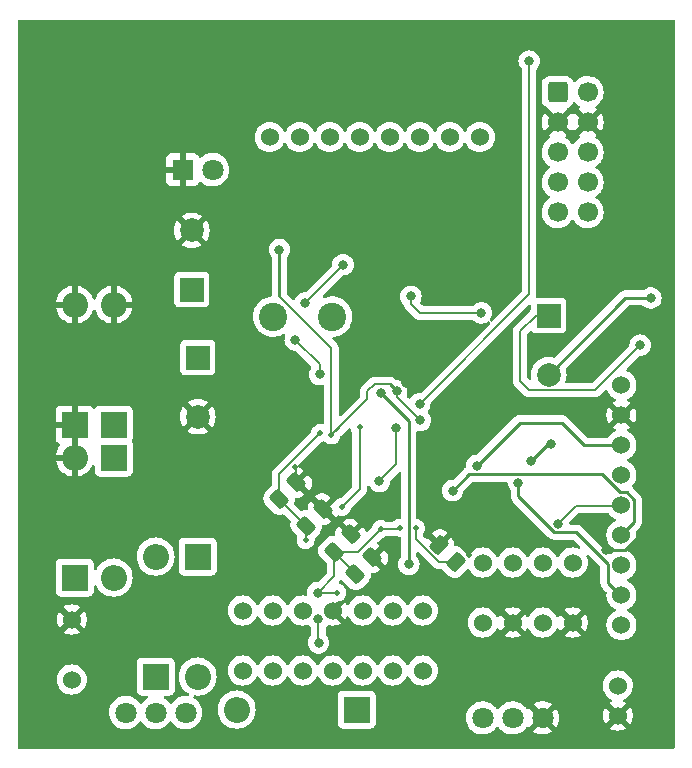
<source format=gbl>
%TF.GenerationSoftware,KiCad,Pcbnew,(6.0.4)*%
%TF.CreationDate,2022-04-18T09:54:31-07:00*%
%TF.ProjectId,stm32f091_project_condensed_v02,73746d33-3266-4303-9931-5f70726f6a65,v01*%
%TF.SameCoordinates,Original*%
%TF.FileFunction,Copper,L4,Bot*%
%TF.FilePolarity,Positive*%
%FSLAX46Y46*%
G04 Gerber Fmt 4.6, Leading zero omitted, Abs format (unit mm)*
G04 Created by KiCad (PCBNEW (6.0.4)) date 2022-04-18 09:54:31*
%MOMM*%
%LPD*%
G01*
G04 APERTURE LIST*
G04 Aperture macros list*
%AMRoundRect*
0 Rectangle with rounded corners*
0 $1 Rounding radius*
0 $2 $3 $4 $5 $6 $7 $8 $9 X,Y pos of 4 corners*
0 Add a 4 corners polygon primitive as box body*
4,1,4,$2,$3,$4,$5,$6,$7,$8,$9,$2,$3,0*
0 Add four circle primitives for the rounded corners*
1,1,$1+$1,$2,$3*
1,1,$1+$1,$4,$5*
1,1,$1+$1,$6,$7*
1,1,$1+$1,$8,$9*
0 Add four rect primitives between the rounded corners*
20,1,$1+$1,$2,$3,$4,$5,0*
20,1,$1+$1,$4,$5,$6,$7,0*
20,1,$1+$1,$6,$7,$8,$9,0*
20,1,$1+$1,$8,$9,$2,$3,0*%
G04 Aperture macros list end*
%TA.AperFunction,ComponentPad*%
%ADD10C,1.524000*%
%TD*%
%TA.AperFunction,ComponentPad*%
%ADD11R,2.000000X2.000000*%
%TD*%
%TA.AperFunction,ComponentPad*%
%ADD12C,2.000000*%
%TD*%
%TA.AperFunction,ComponentPad*%
%ADD13R,2.200000X2.200000*%
%TD*%
%TA.AperFunction,ComponentPad*%
%ADD14O,2.200000X2.200000*%
%TD*%
%TA.AperFunction,ComponentPad*%
%ADD15C,1.800000*%
%TD*%
%TA.AperFunction,ComponentPad*%
%ADD16C,2.400000*%
%TD*%
%TA.AperFunction,ComponentPad*%
%ADD17R,1.800000X1.800000*%
%TD*%
%TA.AperFunction,ComponentPad*%
%ADD18RoundRect,0.250000X-0.600000X-0.600000X0.600000X-0.600000X0.600000X0.600000X-0.600000X0.600000X0*%
%TD*%
%TA.AperFunction,ComponentPad*%
%ADD19C,1.700000*%
%TD*%
%TA.AperFunction,SMDPad,CuDef*%
%ADD20RoundRect,0.250000X0.097227X-0.574524X0.574524X-0.097227X-0.097227X0.574524X-0.574524X0.097227X0*%
%TD*%
%TA.AperFunction,SMDPad,CuDef*%
%ADD21RoundRect,0.250000X0.574524X0.097227X0.097227X0.574524X-0.574524X-0.097227X-0.097227X-0.574524X0*%
%TD*%
%TA.AperFunction,ViaPad*%
%ADD22C,0.800000*%
%TD*%
%TA.AperFunction,ViaPad*%
%ADD23C,0.500000*%
%TD*%
%TA.AperFunction,Conductor*%
%ADD24C,0.200000*%
%TD*%
%TA.AperFunction,Conductor*%
%ADD25C,0.250000*%
%TD*%
G04 APERTURE END LIST*
D10*
%TO.P,J3,1,Pin_1*%
%TO.N,Net-(J3-Pad1)*%
X109757620Y-91664760D03*
%TO.P,J3,2,Pin_2*%
%TO.N,Net-(J3-Pad2)*%
X112297620Y-91664760D03*
%TO.P,J3,3,Pin_3*%
%TO.N,Net-(J3-Pad3)*%
X114837620Y-91664760D03*
%TO.P,J3,4,Pin_4*%
%TO.N,Net-(J3-Pad4)*%
X117377620Y-91664760D03*
%TO.P,J3,5,Pin_5*%
%TO.N,Net-(J3-Pad5)*%
X119917620Y-91664760D03*
%TO.P,J3,6,Pin_6*%
%TO.N,Net-(J3-Pad6)*%
X122457620Y-91664760D03*
%TO.P,J3,7,Pin_7*%
%TO.N,Net-(J3-Pad7)*%
X124997620Y-91664760D03*
%TO.P,J3,8,Pin_8*%
%TO.N,Net-(J3-Pad8)*%
X127537620Y-91664760D03*
%TD*%
D11*
%TO.P,C18,1*%
%TO.N,Net-(C18-Pad1)*%
X133367620Y-106777083D03*
D12*
%TO.P,C18,2*%
%TO.N,Net-(C18-Pad2)*%
X133367620Y-111777083D03*
%TD*%
D13*
%TO.P,D3,1,K*%
%TO.N,3.3V*%
X117111620Y-140132760D03*
D14*
%TO.P,D3,2,A*%
%TO.N,Net-(D3-Pad2)*%
X106951620Y-140132760D03*
%TD*%
D15*
%TO.P,RV1,1,1*%
%TO.N,VCC*%
X97553620Y-140386760D03*
%TO.P,RV1,2,2*%
%TO.N,Net-(R2-Pad1)*%
X100093620Y-140386760D03*
%TO.P,RV1,3,3*%
%TO.N,Net-(R1-Pad1)*%
X102633620Y-140386760D03*
%TD*%
D10*
%TO.P,J4,1,Pin_1*%
%TO.N,VCC*%
X92981620Y-137592760D03*
%TO.P,J4,2,Pin_2*%
%TO.N,GND*%
X92981620Y-132512760D03*
%TD*%
D13*
%TO.P,D7,1,K*%
%TO.N,VCC*%
X93235620Y-128956760D03*
D14*
%TO.P,D7,2,A*%
%TO.N,GND*%
X93235620Y-118796760D03*
%TD*%
D16*
%TO.P,100mH1,1,1*%
%TO.N,Net-(100mH1-Pad1)*%
X110039620Y-106858760D03*
%TO.P,100mH1,2,2*%
%TO.N,5.5V*%
X115039620Y-106858760D03*
%TD*%
D13*
%TO.P,D9,1,K*%
%TO.N,Net-(100mH1-Pad1)*%
X96537620Y-118796760D03*
D14*
%TO.P,D9,2,A*%
%TO.N,VCC*%
X96537620Y-128956760D03*
%TD*%
D10*
%TO.P,LS1,1,1*%
%TO.N,Net-(C18-Pad2)*%
X139209620Y-138100760D03*
%TO.P,LS1,2,2*%
%TO.N,GND*%
X139209620Y-140640760D03*
%TD*%
%TO.P,U2,1*%
%TO.N,N/C*%
X107459620Y-136830760D03*
%TO.P,U2,2*%
X109999620Y-136830760D03*
%TO.P,U2,3*%
X112539620Y-136830760D03*
%TO.P,U2,4,V+*%
%TO.N,5.5V*%
X115079620Y-136830760D03*
%TO.P,U2,5*%
%TO.N,N/C*%
X117619620Y-136830760D03*
%TO.P,U2,6*%
X120159620Y-136830760D03*
%TO.P,U2,7*%
X122699620Y-136830760D03*
%TO.P,U2,8*%
X122699620Y-131750760D03*
%TO.P,U2,9*%
X120159620Y-131750760D03*
%TO.P,U2,10*%
X117619620Y-131750760D03*
%TO.P,U2,11,V-*%
%TO.N,GND*%
X115079620Y-131750760D03*
%TO.P,U2,12,+*%
%TO.N,Net-(R5-Pad2)*%
X112539620Y-131750760D03*
%TO.P,U2,13,-*%
%TO.N,Net-(C7-Pad1)*%
X109999620Y-131750760D03*
%TO.P,U2,14*%
%TO.N,Net-(R7-Pad2)*%
X107459620Y-131750760D03*
%TD*%
D13*
%TO.P,D1,1,K*%
%TO.N,3.3V*%
X100093620Y-137338760D03*
D14*
%TO.P,D1,2,A*%
%TO.N,Net-(C7-Pad1)*%
X100093620Y-127178760D03*
%TD*%
D15*
%TO.P,RV2,1,1*%
%TO.N,Net-(C13-Pad2)*%
X127779620Y-140831260D03*
%TO.P,RV2,2,2*%
%TO.N,Net-(RV2-Pad2)*%
X130319620Y-140831260D03*
%TO.P,RV2,3,3*%
%TO.N,GND*%
X132859620Y-140831260D03*
%TD*%
D17*
%TO.P,LD1,1,K*%
%TO.N,GND*%
X102374620Y-94412760D03*
D15*
%TO.P,LD1,2,A*%
%TO.N,Net-(LD1-Pad2)*%
X104914620Y-94412760D03*
%TD*%
D11*
%TO.P,C22,1*%
%TO.N,5.5V*%
X103649620Y-110333083D03*
D12*
%TO.P,C22,2*%
%TO.N,GND*%
X103649620Y-115333083D03*
%TD*%
D11*
%TO.P,C21,1*%
%TO.N,Net-(100mH1-Pad1)*%
X103141620Y-104572760D03*
D12*
%TO.P,C21,2*%
%TO.N,GND*%
X103141620Y-99572760D03*
%TD*%
D13*
%TO.P,D6,1,K*%
%TO.N,GND*%
X93235620Y-116002760D03*
D14*
%TO.P,D6,2,A*%
X93235620Y-105842760D03*
%TD*%
D13*
%TO.P,D4,1,K*%
%TO.N,Net-(C7-Pad1)*%
X103649620Y-127178760D03*
D14*
%TO.P,D4,2,A*%
%TO.N,Net-(D3-Pad2)*%
X103649620Y-137338760D03*
%TD*%
D13*
%TO.P,D8,1,K*%
%TO.N,Net-(100mH1-Pad1)*%
X96537620Y-116002760D03*
D14*
%TO.P,D8,2,A*%
%TO.N,GND*%
X96537620Y-105842760D03*
%TD*%
D10*
%TO.P,U4,1,GAIN*%
%TO.N,Net-(R9-Pad1)*%
X127779620Y-132766760D03*
%TO.P,U4,2,-*%
%TO.N,GND*%
X130319620Y-132766760D03*
%TO.P,U4,3,+*%
%TO.N,Net-(RV2-Pad2)*%
X132859620Y-132766760D03*
%TO.P,U4,4,GND*%
%TO.N,GND*%
X135399620Y-132766760D03*
%TO.P,U4,5*%
%TO.N,Net-(C18-Pad1)*%
X135399620Y-127686760D03*
%TO.P,U4,6,V+*%
%TO.N,5.5V*%
X132859620Y-127686760D03*
%TO.P,U4,7,BYPASS*%
%TO.N,Net-(C16-Pad1)*%
X130319620Y-127686760D03*
%TO.P,U4,8,GAIN*%
%TO.N,Net-(C15-Pad2)*%
X127779620Y-127686760D03*
%TD*%
%TO.P,J2,9,Pin_9*%
%TO.N,/ignore*%
X139528245Y-132976011D03*
%TO.P,J2,8,Pin_8*%
%TO.N,3.3V*%
X139528245Y-130436011D03*
%TO.P,J2,7,Pin_7*%
%TO.N,PB3*%
X139528245Y-127896011D03*
%TO.P,J2,6,Pin_6*%
%TO.N,PB5*%
X139528245Y-125356011D03*
%TO.P,J2,5,Pin_5*%
%TO.N,PB14*%
X139528245Y-122816011D03*
%TO.P,J2,4,Pin_4*%
%TO.N,PB11*%
X139528245Y-120276011D03*
%TO.P,J2,3,Pin_3*%
%TO.N,PB8*%
X139528245Y-117736011D03*
%TO.P,J2,2,Pin_2*%
%TO.N,GND*%
X139528245Y-115196011D03*
%TO.P,J2,1,Pin_1*%
%TO.N,3.3V*%
X139528245Y-112656011D03*
%TD*%
D18*
%TO.P,J1,1,Pin_1*%
%TO.N,/NRST*%
X134125120Y-87854760D03*
D19*
%TO.P,J1,2,Pin_2*%
%TO.N,/PA13*%
X136665120Y-87854760D03*
%TO.P,J1,3,Pin_3*%
%TO.N,GND*%
X134125120Y-90394760D03*
%TO.P,J1,4,Pin_4*%
X136665120Y-90394760D03*
%TO.P,J1,5,Pin_5*%
%TO.N,unconnected-(J1-Pad5)*%
X134125120Y-92934760D03*
%TO.P,J1,6,Pin_6*%
%TO.N,/PA14*%
X136665120Y-92934760D03*
%TO.P,J1,7,Pin_7*%
%TO.N,/V3.3_IN*%
X134125120Y-95474760D03*
%TO.P,J1,8,Pin_8*%
X136665120Y-95474760D03*
%TO.P,J1,9,Pin_9*%
%TO.N,/U5V*%
X134125120Y-98014760D03*
%TO.P,J1,10,Pin_10*%
X136665120Y-98014760D03*
%TD*%
D20*
%TO.P,C1,1*%
%TO.N,3.3V*%
X110535997Y-122324383D03*
%TO.P,C1,2*%
%TO.N,GND*%
X112003243Y-120857137D03*
%TD*%
%TO.P,C6,1*%
%TO.N,3.3V*%
X116977874Y-128674383D03*
%TO.P,C6,2*%
%TO.N,GND*%
X118445120Y-127207137D03*
%TD*%
%TO.P,C3,1*%
%TO.N,3.3V*%
X112821997Y-124610383D03*
%TO.P,C3,2*%
%TO.N,GND*%
X114289243Y-123143137D03*
%TD*%
D21*
%TO.P,C9,1*%
%TO.N,3.3V*%
X125528743Y-127658383D03*
%TO.P,C9,2*%
%TO.N,GND*%
X124061497Y-126191137D03*
%TD*%
D20*
%TO.P,C5,1*%
%TO.N,3.3V*%
X115171497Y-126769383D03*
%TO.P,C5,2*%
%TO.N,GND*%
X116638743Y-125302137D03*
%TD*%
D22*
%TO.N,GND*%
X121327620Y-112479412D03*
X129237620Y-121907260D03*
D23*
X112968112Y-113704760D03*
X126581867Y-127050513D03*
X111397620Y-111984760D03*
X118270176Y-124512204D03*
X119302120Y-126384760D03*
D22*
X123597620Y-118794760D03*
D23*
X111898828Y-119610664D03*
D22*
X108727620Y-111964760D03*
X119737620Y-111030412D03*
X124807620Y-135414760D03*
X110777620Y-130044760D03*
X122807620Y-108664760D03*
X125467620Y-130624760D03*
X138249776Y-126612605D03*
D23*
X125257620Y-125034760D03*
D22*
X108221620Y-130035260D03*
D23*
X137967620Y-116764760D03*
D22*
%TO.N,Net-(C18-Pad1)*%
X141117620Y-109284760D03*
%TO.N,PB8*%
X127277620Y-119472469D03*
%TO.N,PB14*%
X134148673Y-124384760D03*
%TO.N,PB5*%
X125227620Y-121604760D03*
%TO.N,/PC6*%
X111907620Y-108834760D03*
X113977620Y-111764760D03*
X115957620Y-102474760D03*
X112767620Y-105694760D03*
%TO.N,/NRST*%
X121703772Y-105140705D03*
X127657620Y-106544760D03*
D23*
%TO.N,/PB2*%
X115857620Y-122984760D03*
X117357620Y-116234760D03*
D22*
%TO.N,/PA4*%
X121527620Y-127834760D03*
X119177620Y-113334760D03*
%TO.N,/PA13*%
X119027620Y-120824760D03*
X131717620Y-85224760D03*
X122447620Y-114244760D03*
X120467620Y-116270260D03*
%TO.N,Net-(C18-Pad2)*%
X142017620Y-105284760D03*
%TO.N,3.3V*%
X120502620Y-113159760D03*
X122497620Y-115634760D03*
X113809620Y-130226760D03*
D23*
X115477620Y-130224760D03*
D22*
X133552620Y-117609760D03*
X110570120Y-101196179D03*
D23*
X119140853Y-124841412D03*
X112793620Y-125781760D03*
D22*
X131878498Y-119058882D03*
D23*
X114967620Y-116924760D03*
D22*
X113867620Y-132494760D03*
X130802620Y-120921480D03*
X113887620Y-134484760D03*
D23*
X120747620Y-124734760D03*
X114017620Y-116714760D03*
X122137620Y-124774760D03*
%TD*%
D24*
%TO.N,/NRST*%
X122457620Y-106544760D02*
X127657620Y-106544760D01*
X121703772Y-105140705D02*
X121703772Y-105790912D01*
X121703772Y-105790912D02*
X122457620Y-106544760D01*
D25*
%TO.N,GND*%
X108221620Y-130035260D02*
X108231120Y-130044760D01*
X108231120Y-130044760D02*
X110777620Y-130044760D01*
X141495620Y-117163386D02*
X140597807Y-116265573D01*
X141495620Y-124925196D02*
X141495620Y-117163386D01*
X139808211Y-126612605D02*
X141495620Y-124925196D01*
X138249776Y-126612605D02*
X139808211Y-126612605D01*
X140597807Y-116265573D02*
X139528245Y-115196011D01*
D24*
%TO.N,3.3V*%
X114967620Y-109540760D02*
X114967620Y-116924760D01*
X114326028Y-108899168D02*
X114967620Y-109540760D01*
X114317620Y-108899168D02*
X114326028Y-108899168D01*
X110570120Y-105151668D02*
X114317620Y-108899168D01*
X119916620Y-112573760D02*
X119953109Y-112610249D01*
X118635620Y-112573760D02*
X119916620Y-112573760D01*
X118028701Y-113180679D02*
X118635620Y-112573760D01*
X118028701Y-113863679D02*
X118028701Y-113180679D01*
X114967620Y-116924760D02*
X115583416Y-116308964D01*
X112793620Y-124638760D02*
X112821997Y-124610383D01*
X112793620Y-125781760D02*
X112793620Y-124638760D01*
X113811620Y-130224760D02*
X115477620Y-130224760D01*
X113809620Y-130226760D02*
X115171497Y-128864883D01*
X115171497Y-128864883D02*
X115171497Y-126769383D01*
X113809620Y-130226760D02*
X113811620Y-130224760D01*
X117212883Y-126769383D02*
X119140853Y-124841412D01*
X115171497Y-126769383D02*
X117212883Y-126769383D01*
X120640968Y-124841412D02*
X120747620Y-124734760D01*
X119140853Y-124841412D02*
X120640968Y-124841412D01*
X116977874Y-128575760D02*
X116977874Y-128674383D01*
X115171497Y-126769383D02*
X116977874Y-128575760D01*
%TO.N,Net-(C18-Pad1)*%
X137325786Y-113076594D02*
X141117620Y-109284760D01*
X130927620Y-112292760D02*
X131711454Y-113076594D01*
X131711454Y-113076594D02*
X137325786Y-113076594D01*
X130927620Y-108104760D02*
X130927620Y-112292760D01*
X133367620Y-106777083D02*
X132255297Y-106777083D01*
X132255297Y-106777083D02*
X130927620Y-108104760D01*
%TO.N,GND*%
X119878620Y-111030412D02*
X121327620Y-112479412D01*
X122807620Y-108664760D02*
X121327620Y-110144760D01*
X125467620Y-130624760D02*
X124807620Y-131284760D01*
X111397620Y-111984760D02*
X112968112Y-113555252D01*
X112003243Y-120857137D02*
X112003243Y-119715079D01*
D25*
X108727620Y-111964760D02*
X111377620Y-111964760D01*
D24*
X121327620Y-110144760D02*
X121327620Y-112479412D01*
D25*
X111377620Y-111964760D02*
X111397620Y-111984760D01*
D24*
X112968112Y-113555252D02*
X112968112Y-113704760D01*
X125257620Y-125034760D02*
X125257620Y-125726266D01*
X137967620Y-116764760D02*
X137971496Y-116764760D01*
X112003243Y-119715079D02*
X111898828Y-119610664D01*
X117428676Y-124512204D02*
X116638743Y-125302137D01*
X119737620Y-111030412D02*
X119878620Y-111030412D01*
X124807620Y-131284760D02*
X124807620Y-135414760D01*
X118479743Y-127207137D02*
X119302120Y-126384760D01*
X118445120Y-127207137D02*
X118479743Y-127207137D01*
X118270176Y-124512204D02*
X117428676Y-124512204D01*
X125257620Y-125726266D02*
X126581867Y-127050513D01*
D25*
%TO.N,PB8*%
X130915329Y-115834760D02*
X134467620Y-115834760D01*
X127277620Y-119472469D02*
X130915329Y-115834760D01*
X136368871Y-117736011D02*
X139528245Y-117736011D01*
X134467620Y-115834760D02*
X136368871Y-117736011D01*
D24*
%TO.N,PB14*%
X135651422Y-122882011D02*
X139474245Y-122882011D01*
X134148673Y-124384760D02*
X135651422Y-122882011D01*
D25*
%TO.N,PB5*%
X139445174Y-121729500D02*
X139978294Y-121729500D01*
X140617620Y-122368826D02*
X140617620Y-124266636D01*
X126635411Y-120196969D02*
X137912643Y-120196969D01*
X140617620Y-124266636D02*
X139528245Y-125356011D01*
X137912643Y-120196969D02*
X139445174Y-121729500D01*
X139978294Y-121729500D02*
X140617620Y-122368826D01*
X125227620Y-121604760D02*
X126635411Y-120196969D01*
D24*
%TO.N,/PC6*%
X115957620Y-102504760D02*
X115957620Y-102474760D01*
X113977620Y-111764760D02*
X113977620Y-110904760D01*
X113977620Y-110904760D02*
X111907620Y-108834760D01*
X112767620Y-105694760D02*
X115957620Y-102504760D01*
%TO.N,/PB2*%
X115857620Y-122984760D02*
X117357620Y-121484760D01*
X117357620Y-121484760D02*
X117357620Y-116234760D01*
D25*
%TO.N,/PA4*%
X121527620Y-127834760D02*
X121527620Y-115684760D01*
X121527620Y-115684760D02*
X119177620Y-113334760D01*
D24*
%TO.N,/PA13*%
X119027620Y-120824760D02*
X120467620Y-119384760D01*
X120467620Y-119384760D02*
X120467620Y-116270260D01*
X131717620Y-104974760D02*
X131717620Y-85224760D01*
X122447620Y-114244760D02*
X131717620Y-104974760D01*
D25*
%TO.N,Net-(C18-Pad2)*%
X139859943Y-105284760D02*
X133367620Y-111777083D01*
X142017620Y-105284760D02*
X139859943Y-105284760D01*
D24*
%TO.N,3.3V*%
X113867620Y-134464760D02*
X113887620Y-134484760D01*
D25*
X139474245Y-130502011D02*
X138387734Y-129415500D01*
D24*
X114967620Y-116924760D02*
X118028701Y-113863679D01*
X122497620Y-115634760D02*
X120502620Y-113639760D01*
D25*
X110570120Y-101196179D02*
X110570120Y-105151668D01*
D24*
X124079854Y-127658383D02*
X122137620Y-125716149D01*
D25*
X130802620Y-122063321D02*
X130802620Y-120921480D01*
D24*
X125528743Y-127658383D02*
X124079854Y-127658383D01*
X113867620Y-132494760D02*
X113867620Y-134464760D01*
X115436874Y-127034760D02*
X115171497Y-126769383D01*
D25*
X133552620Y-117609760D02*
X133327620Y-117609760D01*
X138387734Y-129415500D02*
X138387734Y-127775161D01*
X133327620Y-117609760D02*
X131878498Y-119058882D01*
D24*
X112821997Y-124610383D02*
X110535997Y-122324383D01*
D25*
X119953109Y-112610249D02*
X120502620Y-113159760D01*
X135721844Y-125109271D02*
X133848570Y-125109271D01*
D24*
X122137620Y-125716149D02*
X122137620Y-124774760D01*
D25*
X133848570Y-125109271D02*
X130802620Y-122063321D01*
D24*
X120502620Y-113639760D02*
X120502620Y-113159760D01*
X110535997Y-122324383D02*
X110535997Y-120196383D01*
D25*
X138387734Y-127775161D02*
X135721844Y-125109271D01*
D24*
X110535997Y-120196383D02*
X114017620Y-116714760D01*
%TD*%
%TA.AperFunction,Conductor*%
%TO.N,GND*%
G36*
X143977241Y-81733262D02*
G01*
X144023734Y-81786918D01*
X144035120Y-81839260D01*
X144035120Y-143308260D01*
X144015118Y-143376381D01*
X143961462Y-143422874D01*
X143909120Y-143434260D01*
X88536120Y-143434260D01*
X88467999Y-143414258D01*
X88421506Y-143360602D01*
X88410120Y-143308260D01*
X88410120Y-140352229D01*
X96140715Y-140352229D01*
X96141012Y-140357382D01*
X96141012Y-140357385D01*
X96153065Y-140566429D01*
X96154047Y-140583457D01*
X96155184Y-140588503D01*
X96155185Y-140588509D01*
X96187361Y-140731283D01*
X96204966Y-140809402D01*
X96206908Y-140814184D01*
X96206909Y-140814188D01*
X96287550Y-141012782D01*
X96292104Y-141023997D01*
X96413121Y-141221479D01*
X96564767Y-141396544D01*
X96742969Y-141544490D01*
X96942942Y-141661344D01*
X96947767Y-141663186D01*
X96947768Y-141663187D01*
X97000635Y-141683375D01*
X97159314Y-141743969D01*
X97164380Y-141745000D01*
X97164381Y-141745000D01*
X97174880Y-141747136D01*
X97386276Y-141790145D01*
X97516944Y-141794936D01*
X97612569Y-141798443D01*
X97612573Y-141798443D01*
X97617733Y-141798632D01*
X97622853Y-141797976D01*
X97622855Y-141797976D01*
X97695890Y-141788620D01*
X97847467Y-141769202D01*
X97852415Y-141767717D01*
X97852422Y-141767716D01*
X98064367Y-141704129D01*
X98069310Y-141702646D01*
X98073944Y-141700376D01*
X98272669Y-141603022D01*
X98272672Y-141603020D01*
X98277304Y-141600751D01*
X98465863Y-141466254D01*
X98629923Y-141302765D01*
X98632939Y-141298568D01*
X98632946Y-141298560D01*
X98720580Y-141176604D01*
X98776574Y-141132956D01*
X98847278Y-141126510D01*
X98910242Y-141159313D01*
X98930335Y-141184296D01*
X98950420Y-141217073D01*
X98950424Y-141217078D01*
X98953121Y-141221479D01*
X99104767Y-141396544D01*
X99282969Y-141544490D01*
X99482942Y-141661344D01*
X99487767Y-141663186D01*
X99487768Y-141663187D01*
X99540635Y-141683375D01*
X99699314Y-141743969D01*
X99704380Y-141745000D01*
X99704381Y-141745000D01*
X99714880Y-141747136D01*
X99926276Y-141790145D01*
X100056944Y-141794936D01*
X100152569Y-141798443D01*
X100152573Y-141798443D01*
X100157733Y-141798632D01*
X100162853Y-141797976D01*
X100162855Y-141797976D01*
X100235890Y-141788620D01*
X100387467Y-141769202D01*
X100392415Y-141767717D01*
X100392422Y-141767716D01*
X100604367Y-141704129D01*
X100609310Y-141702646D01*
X100613944Y-141700376D01*
X100812669Y-141603022D01*
X100812672Y-141603020D01*
X100817304Y-141600751D01*
X101005863Y-141466254D01*
X101169923Y-141302765D01*
X101172939Y-141298568D01*
X101172946Y-141298560D01*
X101260580Y-141176604D01*
X101316574Y-141132956D01*
X101387278Y-141126510D01*
X101450242Y-141159313D01*
X101470335Y-141184296D01*
X101490420Y-141217073D01*
X101490424Y-141217078D01*
X101493121Y-141221479D01*
X101644767Y-141396544D01*
X101822969Y-141544490D01*
X102022942Y-141661344D01*
X102027767Y-141663186D01*
X102027768Y-141663187D01*
X102080635Y-141683375D01*
X102239314Y-141743969D01*
X102244380Y-141745000D01*
X102244381Y-141745000D01*
X102254880Y-141747136D01*
X102466276Y-141790145D01*
X102596944Y-141794936D01*
X102692569Y-141798443D01*
X102692573Y-141798443D01*
X102697733Y-141798632D01*
X102702853Y-141797976D01*
X102702855Y-141797976D01*
X102775890Y-141788620D01*
X102927467Y-141769202D01*
X102932415Y-141767717D01*
X102932422Y-141767716D01*
X103144367Y-141704129D01*
X103149310Y-141702646D01*
X103153944Y-141700376D01*
X103352669Y-141603022D01*
X103352672Y-141603020D01*
X103357304Y-141600751D01*
X103545863Y-141466254D01*
X103709923Y-141302765D01*
X103845078Y-141114677D01*
X103887938Y-141027957D01*
X103945404Y-140911682D01*
X103945405Y-140911680D01*
X103947698Y-140907040D01*
X104015028Y-140685431D01*
X104045260Y-140455801D01*
X104046947Y-140386760D01*
X104033294Y-140220695D01*
X104028393Y-140161078D01*
X104028392Y-140161072D01*
X104027969Y-140155927D01*
X104022150Y-140132760D01*
X105338146Y-140132760D01*
X105358011Y-140385163D01*
X105359165Y-140389970D01*
X105359166Y-140389976D01*
X105396799Y-140546728D01*
X105417115Y-140631351D01*
X105419008Y-140635922D01*
X105419009Y-140635924D01*
X105500389Y-140832392D01*
X105514004Y-140865262D01*
X105646292Y-141081136D01*
X105810722Y-141273658D01*
X106003244Y-141438088D01*
X106219118Y-141570376D01*
X106223688Y-141572269D01*
X106223692Y-141572271D01*
X106448456Y-141665371D01*
X106453029Y-141667265D01*
X106520133Y-141683375D01*
X106694404Y-141725214D01*
X106694410Y-141725215D01*
X106699217Y-141726369D01*
X106951620Y-141746234D01*
X107204023Y-141726369D01*
X107208830Y-141725215D01*
X107208836Y-141725214D01*
X107383107Y-141683375D01*
X107450211Y-141667265D01*
X107454784Y-141665371D01*
X107679548Y-141572271D01*
X107679552Y-141572269D01*
X107684122Y-141570376D01*
X107899996Y-141438088D01*
X108084046Y-141280894D01*
X115503120Y-141280894D01*
X115509875Y-141343076D01*
X115561005Y-141479465D01*
X115648359Y-141596021D01*
X115764915Y-141683375D01*
X115901304Y-141734505D01*
X115963486Y-141741260D01*
X118259754Y-141741260D01*
X118321936Y-141734505D01*
X118458325Y-141683375D01*
X118574881Y-141596021D01*
X118662235Y-141479465D01*
X118713365Y-141343076D01*
X118720120Y-141280894D01*
X118720120Y-140796729D01*
X126366715Y-140796729D01*
X126367012Y-140801882D01*
X126367012Y-140801885D01*
X126370910Y-140869482D01*
X126380047Y-141027957D01*
X126381184Y-141033003D01*
X126381185Y-141033009D01*
X126404120Y-141134777D01*
X126430966Y-141253902D01*
X126432908Y-141258684D01*
X126432909Y-141258688D01*
X126516160Y-141463710D01*
X126518104Y-141468497D01*
X126639121Y-141665979D01*
X126790767Y-141841044D01*
X126968969Y-141988990D01*
X127168942Y-142105844D01*
X127385314Y-142188469D01*
X127390380Y-142189500D01*
X127390381Y-142189500D01*
X127443466Y-142200300D01*
X127612276Y-142234645D01*
X127742944Y-142239436D01*
X127838569Y-142242943D01*
X127838573Y-142242943D01*
X127843733Y-142243132D01*
X127848853Y-142242476D01*
X127848855Y-142242476D01*
X127921911Y-142233117D01*
X128073467Y-142213702D01*
X128078415Y-142212217D01*
X128078422Y-142212216D01*
X128290367Y-142148629D01*
X128295310Y-142147146D01*
X128376781Y-142107234D01*
X128498669Y-142047522D01*
X128498672Y-142047520D01*
X128503304Y-142045251D01*
X128691863Y-141910754D01*
X128855923Y-141747265D01*
X128858939Y-141743068D01*
X128858946Y-141743060D01*
X128946580Y-141621104D01*
X129002574Y-141577456D01*
X129073278Y-141571010D01*
X129136242Y-141603813D01*
X129156335Y-141628796D01*
X129176420Y-141661573D01*
X129176424Y-141661578D01*
X129179121Y-141665979D01*
X129330767Y-141841044D01*
X129508969Y-141988990D01*
X129708942Y-142105844D01*
X129925314Y-142188469D01*
X129930380Y-142189500D01*
X129930381Y-142189500D01*
X129983466Y-142200300D01*
X130152276Y-142234645D01*
X130282944Y-142239436D01*
X130378569Y-142242943D01*
X130378573Y-142242943D01*
X130383733Y-142243132D01*
X130388853Y-142242476D01*
X130388855Y-142242476D01*
X130461911Y-142233117D01*
X130613467Y-142213702D01*
X130618415Y-142212217D01*
X130618422Y-142212216D01*
X130830367Y-142148629D01*
X130835310Y-142147146D01*
X130916781Y-142107234D01*
X131038669Y-142047522D01*
X131038672Y-142047520D01*
X131043304Y-142045251D01*
X131117026Y-141992666D01*
X132063043Y-141992666D01*
X132068324Y-141999721D01*
X132244700Y-142102787D01*
X132253983Y-142107234D01*
X132460623Y-142186143D01*
X132470521Y-142189019D01*
X132687273Y-142233117D01*
X132697503Y-142234336D01*
X132918534Y-142242442D01*
X132928843Y-142241974D01*
X133148243Y-142213868D01*
X133158308Y-142211728D01*
X133370177Y-142148165D01*
X133379772Y-142144404D01*
X133578398Y-142047098D01*
X133587256Y-142041819D01*
X133644717Y-142000832D01*
X133653117Y-141990134D01*
X133646130Y-141976981D01*
X133368686Y-141699537D01*
X138515397Y-141699537D01*
X138524694Y-141711553D01*
X138567689Y-141741658D01*
X138577175Y-141747136D01*
X138768613Y-141836405D01*
X138778905Y-141840151D01*
X138982929Y-141894819D01*
X138993724Y-141896722D01*
X139204145Y-141915132D01*
X139215095Y-141915132D01*
X139425516Y-141896722D01*
X139436311Y-141894819D01*
X139640335Y-141840151D01*
X139650627Y-141836405D01*
X139842065Y-141747136D01*
X139851551Y-141741658D01*
X139895384Y-141710967D01*
X139903759Y-141700489D01*
X139896691Y-141687041D01*
X139222432Y-141012782D01*
X139208488Y-141005168D01*
X139206655Y-141005299D01*
X139200040Y-141009550D01*
X138521827Y-141687763D01*
X138515397Y-141699537D01*
X133368686Y-141699537D01*
X132872431Y-141203281D01*
X132858488Y-141195668D01*
X132856654Y-141195799D01*
X132850040Y-141200050D01*
X132069800Y-141980291D01*
X132063043Y-141992666D01*
X131117026Y-141992666D01*
X131231863Y-141910754D01*
X131395923Y-141747265D01*
X131410660Y-141726757D01*
X131486895Y-141620664D01*
X131542890Y-141577016D01*
X131613593Y-141570570D01*
X131676558Y-141603373D01*
X131681762Y-141609844D01*
X131700173Y-141626502D01*
X131708951Y-141622718D01*
X132487599Y-140844071D01*
X132493976Y-140832392D01*
X133224028Y-140832392D01*
X133224159Y-140834226D01*
X133228410Y-140840840D01*
X134005927Y-141618356D01*
X134017933Y-141624912D01*
X134029672Y-141615944D01*
X134067630Y-141563119D01*
X134072941Y-141554280D01*
X134170938Y-141355997D01*
X134174737Y-141346402D01*
X134239035Y-141134777D01*
X134241214Y-141124696D01*
X134270322Y-140903598D01*
X134270841Y-140896923D01*
X134272364Y-140834624D01*
X134272170Y-140827906D01*
X134257235Y-140646235D01*
X137935248Y-140646235D01*
X137953658Y-140856656D01*
X137955561Y-140867451D01*
X138010229Y-141071475D01*
X138013975Y-141081767D01*
X138103243Y-141273201D01*
X138108723Y-141282692D01*
X138139414Y-141326525D01*
X138149891Y-141334900D01*
X138163338Y-141327832D01*
X138837598Y-140653572D01*
X138843976Y-140641892D01*
X139574028Y-140641892D01*
X139574159Y-140643725D01*
X139578410Y-140650340D01*
X140256623Y-141328553D01*
X140268397Y-141334983D01*
X140280413Y-141325686D01*
X140310517Y-141282692D01*
X140315997Y-141273201D01*
X140405265Y-141081767D01*
X140409011Y-141071475D01*
X140463679Y-140867451D01*
X140465582Y-140856656D01*
X140483992Y-140646235D01*
X140483992Y-140635285D01*
X140465582Y-140424864D01*
X140463679Y-140414069D01*
X140409011Y-140210045D01*
X140405265Y-140199753D01*
X140315997Y-140008319D01*
X140310517Y-139998828D01*
X140279826Y-139954995D01*
X140269349Y-139946620D01*
X140255902Y-139953688D01*
X139581642Y-140627948D01*
X139574028Y-140641892D01*
X138843976Y-140641892D01*
X138845212Y-140639628D01*
X138845081Y-140637795D01*
X138840830Y-140631180D01*
X138162617Y-139952967D01*
X138150843Y-139946537D01*
X138138827Y-139955834D01*
X138108723Y-139998828D01*
X138103243Y-140008319D01*
X138013975Y-140199753D01*
X138010229Y-140210045D01*
X137955561Y-140414069D01*
X137953658Y-140424864D01*
X137935248Y-140635285D01*
X137935248Y-140646235D01*
X134257235Y-140646235D01*
X134253899Y-140605660D01*
X134252216Y-140595498D01*
X134198330Y-140380968D01*
X134195009Y-140371213D01*
X134106813Y-140168378D01*
X134101935Y-140159280D01*
X134028844Y-140046298D01*
X134018158Y-140037095D01*
X134008593Y-140041498D01*
X133231641Y-140818449D01*
X133224028Y-140832392D01*
X132493976Y-140832392D01*
X132495212Y-140830128D01*
X132495081Y-140828294D01*
X132490830Y-140821680D01*
X131713482Y-140044333D01*
X131701950Y-140038036D01*
X131674294Y-140059704D01*
X131673154Y-140058249D01*
X131639315Y-140085984D01*
X131568791Y-140094158D01*
X131505042Y-140062906D01*
X131484342Y-140038419D01*
X131442195Y-139973269D01*
X131442190Y-139973263D01*
X131439384Y-139968925D01*
X131425520Y-139953688D01*
X131363283Y-139885291D01*
X131283507Y-139797618D01*
X131279456Y-139794419D01*
X131279452Y-139794415D01*
X131124410Y-139671971D01*
X132065128Y-139671971D01*
X132071871Y-139684300D01*
X132846809Y-140459239D01*
X132860752Y-140466852D01*
X132862586Y-140466721D01*
X132869200Y-140462470D01*
X133648614Y-139683055D01*
X133655631Y-139670204D01*
X133647857Y-139659534D01*
X133645522Y-139657690D01*
X133636940Y-139651989D01*
X133443298Y-139545093D01*
X133433892Y-139540866D01*
X133225392Y-139467032D01*
X133215429Y-139464400D01*
X132997667Y-139425610D01*
X132987416Y-139424641D01*
X132766236Y-139421939D01*
X132755952Y-139422659D01*
X132537313Y-139456115D01*
X132527286Y-139458504D01*
X132317046Y-139527221D01*
X132307536Y-139531218D01*
X132111345Y-139633349D01*
X132102627Y-139638838D01*
X132073581Y-139660646D01*
X132065128Y-139671971D01*
X131124410Y-139671971D01*
X131105797Y-139657271D01*
X131105792Y-139657268D01*
X131101743Y-139654070D01*
X131097227Y-139651577D01*
X131097224Y-139651575D01*
X130903499Y-139544633D01*
X130903495Y-139544631D01*
X130898975Y-139542136D01*
X130894106Y-139540412D01*
X130894102Y-139540410D01*
X130685523Y-139466548D01*
X130685519Y-139466547D01*
X130680648Y-139464822D01*
X130675555Y-139463915D01*
X130675552Y-139463914D01*
X130457715Y-139425111D01*
X130457709Y-139425110D01*
X130452626Y-139424205D01*
X130379716Y-139423314D01*
X130226201Y-139421439D01*
X130226199Y-139421439D01*
X130221031Y-139421376D01*
X129992084Y-139456410D01*
X129771934Y-139528366D01*
X129767346Y-139530754D01*
X129767342Y-139530756D01*
X129641956Y-139596028D01*
X129566492Y-139635312D01*
X129562359Y-139638415D01*
X129562356Y-139638417D01*
X129460953Y-139714553D01*
X129381275Y-139774377D01*
X129221259Y-139941824D01*
X129153926Y-140040531D01*
X129099017Y-140085531D01*
X129028492Y-140093702D01*
X128964745Y-140062448D01*
X128944048Y-140037965D01*
X128902191Y-139973264D01*
X128899384Y-139968925D01*
X128885520Y-139953688D01*
X128823283Y-139885291D01*
X128743507Y-139797618D01*
X128739456Y-139794419D01*
X128739452Y-139794415D01*
X128565797Y-139657271D01*
X128565792Y-139657268D01*
X128561743Y-139654070D01*
X128557227Y-139651577D01*
X128557224Y-139651575D01*
X128363499Y-139544633D01*
X128363495Y-139544631D01*
X128358975Y-139542136D01*
X128354106Y-139540412D01*
X128354102Y-139540410D01*
X128145523Y-139466548D01*
X128145519Y-139466547D01*
X128140648Y-139464822D01*
X128135555Y-139463915D01*
X128135552Y-139463914D01*
X127917715Y-139425111D01*
X127917709Y-139425110D01*
X127912626Y-139424205D01*
X127839716Y-139423314D01*
X127686201Y-139421439D01*
X127686199Y-139421439D01*
X127681031Y-139421376D01*
X127452084Y-139456410D01*
X127231934Y-139528366D01*
X127227346Y-139530754D01*
X127227342Y-139530756D01*
X127101956Y-139596028D01*
X127026492Y-139635312D01*
X127022359Y-139638415D01*
X127022356Y-139638417D01*
X126920953Y-139714553D01*
X126841275Y-139774377D01*
X126681259Y-139941824D01*
X126678350Y-139946089D01*
X126678344Y-139946097D01*
X126662772Y-139968925D01*
X126550739Y-140133159D01*
X126453222Y-140343241D01*
X126391327Y-140566429D01*
X126366715Y-140796729D01*
X118720120Y-140796729D01*
X118720120Y-138984626D01*
X118713365Y-138922444D01*
X118662235Y-138786055D01*
X118574881Y-138669499D01*
X118458325Y-138582145D01*
X118321936Y-138531015D01*
X118259754Y-138524260D01*
X115963486Y-138524260D01*
X115901304Y-138531015D01*
X115764915Y-138582145D01*
X115648359Y-138669499D01*
X115561005Y-138786055D01*
X115509875Y-138922444D01*
X115503120Y-138984626D01*
X115503120Y-141280894D01*
X108084046Y-141280894D01*
X108092518Y-141273658D01*
X108256948Y-141081136D01*
X108389236Y-140865262D01*
X108402852Y-140832392D01*
X108484231Y-140635924D01*
X108484232Y-140635922D01*
X108486125Y-140631351D01*
X108506441Y-140546728D01*
X108544074Y-140389976D01*
X108544075Y-140389970D01*
X108545229Y-140385163D01*
X108565094Y-140132760D01*
X108545229Y-139880357D01*
X108525366Y-139797618D01*
X108494776Y-139670204D01*
X108486125Y-139634169D01*
X108479406Y-139617948D01*
X108391131Y-139404832D01*
X108391129Y-139404828D01*
X108389236Y-139400258D01*
X108256948Y-139184384D01*
X108092518Y-138991862D01*
X108075889Y-138977659D01*
X108032387Y-138940505D01*
X107899996Y-138827432D01*
X107684122Y-138695144D01*
X107679552Y-138693251D01*
X107679548Y-138693249D01*
X107454784Y-138600149D01*
X107454782Y-138600148D01*
X107450211Y-138598255D01*
X107365588Y-138577939D01*
X107208836Y-138540306D01*
X107208830Y-138540305D01*
X107204023Y-138539151D01*
X106951620Y-138519286D01*
X106699217Y-138539151D01*
X106694410Y-138540305D01*
X106694404Y-138540306D01*
X106537652Y-138577939D01*
X106453029Y-138598255D01*
X106448458Y-138600148D01*
X106448456Y-138600149D01*
X106223692Y-138693249D01*
X106223688Y-138693251D01*
X106219118Y-138695144D01*
X106003244Y-138827432D01*
X105870853Y-138940505D01*
X105827352Y-138977659D01*
X105810722Y-138991862D01*
X105646292Y-139184384D01*
X105514004Y-139400258D01*
X105512111Y-139404828D01*
X105512109Y-139404832D01*
X105423834Y-139617948D01*
X105417115Y-139634169D01*
X105408464Y-139670204D01*
X105377875Y-139797618D01*
X105358011Y-139880357D01*
X105338146Y-140132760D01*
X104022150Y-140132760D01*
X103982089Y-139973269D01*
X103972804Y-139936304D01*
X103972803Y-139936300D01*
X103971545Y-139931293D01*
X103969486Y-139926557D01*
X103881250Y-139723628D01*
X103881248Y-139723625D01*
X103879190Y-139718891D01*
X103753384Y-139524425D01*
X103597507Y-139353118D01*
X103593456Y-139349919D01*
X103593452Y-139349915D01*
X103419797Y-139212771D01*
X103419792Y-139212768D01*
X103415743Y-139209570D01*
X103411228Y-139207077D01*
X103411215Y-139207069D01*
X103343380Y-139169622D01*
X103293409Y-139119189D01*
X103278638Y-139049746D01*
X103303755Y-138983341D01*
X103360786Y-138941057D01*
X103414158Y-138933702D01*
X103649620Y-138952234D01*
X103902023Y-138932369D01*
X103906830Y-138931215D01*
X103906836Y-138931214D01*
X104081107Y-138889375D01*
X104148211Y-138873265D01*
X104152784Y-138871371D01*
X104377548Y-138778271D01*
X104377552Y-138778269D01*
X104382122Y-138776376D01*
X104597996Y-138644088D01*
X104790518Y-138479658D01*
X104954948Y-138287136D01*
X105087236Y-138071262D01*
X105104070Y-138030623D01*
X105182231Y-137841924D01*
X105182232Y-137841922D01*
X105184125Y-137837351D01*
X105204441Y-137752728D01*
X105242074Y-137595976D01*
X105242075Y-137595970D01*
X105243229Y-137591163D01*
X105263094Y-137338760D01*
X105243229Y-137086357D01*
X105235035Y-137052223D01*
X105185280Y-136844981D01*
X105184125Y-136840169D01*
X105180228Y-136830760D01*
X106184267Y-136830760D01*
X106203642Y-137052223D01*
X106261180Y-137266956D01*
X106263502Y-137271937D01*
X106263503Y-137271938D01*
X106352806Y-137463449D01*
X106352809Y-137463454D01*
X106355132Y-137468436D01*
X106358288Y-137472943D01*
X106358289Y-137472945D01*
X106438351Y-137587285D01*
X106482643Y-137650541D01*
X106639839Y-137807737D01*
X106644347Y-137810894D01*
X106644350Y-137810896D01*
X106675260Y-137832539D01*
X106821943Y-137935248D01*
X106826925Y-137937571D01*
X106826930Y-137937574D01*
X107011513Y-138023646D01*
X107023424Y-138029200D01*
X107028732Y-138030622D01*
X107028734Y-138030623D01*
X107041106Y-138033938D01*
X107238157Y-138086738D01*
X107459620Y-138106113D01*
X107681083Y-138086738D01*
X107878134Y-138033938D01*
X107890506Y-138030623D01*
X107890508Y-138030622D01*
X107895816Y-138029200D01*
X107907727Y-138023646D01*
X108092310Y-137937574D01*
X108092315Y-137937571D01*
X108097297Y-137935248D01*
X108243980Y-137832539D01*
X108274890Y-137810896D01*
X108274893Y-137810894D01*
X108279401Y-137807737D01*
X108436597Y-137650541D01*
X108480890Y-137587285D01*
X108560951Y-137472945D01*
X108560952Y-137472943D01*
X108564108Y-137468436D01*
X108566431Y-137463454D01*
X108566434Y-137463449D01*
X108615425Y-137358387D01*
X108662343Y-137305102D01*
X108730620Y-137285641D01*
X108798580Y-137306183D01*
X108843815Y-137358387D01*
X108892806Y-137463449D01*
X108892809Y-137463454D01*
X108895132Y-137468436D01*
X108898288Y-137472943D01*
X108898289Y-137472945D01*
X108978351Y-137587285D01*
X109022643Y-137650541D01*
X109179839Y-137807737D01*
X109184347Y-137810894D01*
X109184350Y-137810896D01*
X109215260Y-137832539D01*
X109361943Y-137935248D01*
X109366925Y-137937571D01*
X109366930Y-137937574D01*
X109551513Y-138023646D01*
X109563424Y-138029200D01*
X109568732Y-138030622D01*
X109568734Y-138030623D01*
X109581106Y-138033938D01*
X109778157Y-138086738D01*
X109999620Y-138106113D01*
X110221083Y-138086738D01*
X110418134Y-138033938D01*
X110430506Y-138030623D01*
X110430508Y-138030622D01*
X110435816Y-138029200D01*
X110447727Y-138023646D01*
X110632310Y-137937574D01*
X110632315Y-137937571D01*
X110637297Y-137935248D01*
X110783980Y-137832539D01*
X110814890Y-137810896D01*
X110814893Y-137810894D01*
X110819401Y-137807737D01*
X110976597Y-137650541D01*
X111020890Y-137587285D01*
X111100951Y-137472945D01*
X111100952Y-137472943D01*
X111104108Y-137468436D01*
X111106431Y-137463454D01*
X111106434Y-137463449D01*
X111155425Y-137358387D01*
X111202343Y-137305102D01*
X111270620Y-137285641D01*
X111338580Y-137306183D01*
X111383815Y-137358387D01*
X111432806Y-137463449D01*
X111432809Y-137463454D01*
X111435132Y-137468436D01*
X111438288Y-137472943D01*
X111438289Y-137472945D01*
X111518351Y-137587285D01*
X111562643Y-137650541D01*
X111719839Y-137807737D01*
X111724347Y-137810894D01*
X111724350Y-137810896D01*
X111755260Y-137832539D01*
X111901943Y-137935248D01*
X111906925Y-137937571D01*
X111906930Y-137937574D01*
X112091513Y-138023646D01*
X112103424Y-138029200D01*
X112108732Y-138030622D01*
X112108734Y-138030623D01*
X112121106Y-138033938D01*
X112318157Y-138086738D01*
X112539620Y-138106113D01*
X112761083Y-138086738D01*
X112958134Y-138033938D01*
X112970506Y-138030623D01*
X112970508Y-138030622D01*
X112975816Y-138029200D01*
X112987727Y-138023646D01*
X113172310Y-137937574D01*
X113172315Y-137937571D01*
X113177297Y-137935248D01*
X113323980Y-137832539D01*
X113354890Y-137810896D01*
X113354893Y-137810894D01*
X113359401Y-137807737D01*
X113516597Y-137650541D01*
X113560890Y-137587285D01*
X113640951Y-137472945D01*
X113640952Y-137472943D01*
X113644108Y-137468436D01*
X113646431Y-137463454D01*
X113646434Y-137463449D01*
X113695425Y-137358387D01*
X113742343Y-137305102D01*
X113810620Y-137285641D01*
X113878580Y-137306183D01*
X113923815Y-137358387D01*
X113972806Y-137463449D01*
X113972809Y-137463454D01*
X113975132Y-137468436D01*
X113978288Y-137472943D01*
X113978289Y-137472945D01*
X114058351Y-137587285D01*
X114102643Y-137650541D01*
X114259839Y-137807737D01*
X114264347Y-137810894D01*
X114264350Y-137810896D01*
X114295260Y-137832539D01*
X114441943Y-137935248D01*
X114446925Y-137937571D01*
X114446930Y-137937574D01*
X114631513Y-138023646D01*
X114643424Y-138029200D01*
X114648732Y-138030622D01*
X114648734Y-138030623D01*
X114661106Y-138033938D01*
X114858157Y-138086738D01*
X115079620Y-138106113D01*
X115301083Y-138086738D01*
X115498134Y-138033938D01*
X115510506Y-138030623D01*
X115510508Y-138030622D01*
X115515816Y-138029200D01*
X115527727Y-138023646D01*
X115712310Y-137937574D01*
X115712315Y-137937571D01*
X115717297Y-137935248D01*
X115863980Y-137832539D01*
X115894890Y-137810896D01*
X115894893Y-137810894D01*
X115899401Y-137807737D01*
X116056597Y-137650541D01*
X116100890Y-137587285D01*
X116180951Y-137472945D01*
X116180952Y-137472943D01*
X116184108Y-137468436D01*
X116186431Y-137463454D01*
X116186434Y-137463449D01*
X116235425Y-137358387D01*
X116282343Y-137305102D01*
X116350620Y-137285641D01*
X116418580Y-137306183D01*
X116463815Y-137358387D01*
X116512806Y-137463449D01*
X116512809Y-137463454D01*
X116515132Y-137468436D01*
X116518288Y-137472943D01*
X116518289Y-137472945D01*
X116598351Y-137587285D01*
X116642643Y-137650541D01*
X116799839Y-137807737D01*
X116804347Y-137810894D01*
X116804350Y-137810896D01*
X116835260Y-137832539D01*
X116981943Y-137935248D01*
X116986925Y-137937571D01*
X116986930Y-137937574D01*
X117171513Y-138023646D01*
X117183424Y-138029200D01*
X117188732Y-138030622D01*
X117188734Y-138030623D01*
X117201106Y-138033938D01*
X117398157Y-138086738D01*
X117619620Y-138106113D01*
X117841083Y-138086738D01*
X118038134Y-138033938D01*
X118050506Y-138030623D01*
X118050508Y-138030622D01*
X118055816Y-138029200D01*
X118067727Y-138023646D01*
X118252310Y-137937574D01*
X118252315Y-137937571D01*
X118257297Y-137935248D01*
X118403980Y-137832539D01*
X118434890Y-137810896D01*
X118434893Y-137810894D01*
X118439401Y-137807737D01*
X118596597Y-137650541D01*
X118640890Y-137587285D01*
X118720951Y-137472945D01*
X118720952Y-137472943D01*
X118724108Y-137468436D01*
X118726431Y-137463454D01*
X118726434Y-137463449D01*
X118775425Y-137358387D01*
X118822343Y-137305102D01*
X118890620Y-137285641D01*
X118958580Y-137306183D01*
X119003815Y-137358387D01*
X119052806Y-137463449D01*
X119052809Y-137463454D01*
X119055132Y-137468436D01*
X119058288Y-137472943D01*
X119058289Y-137472945D01*
X119138351Y-137587285D01*
X119182643Y-137650541D01*
X119339839Y-137807737D01*
X119344347Y-137810894D01*
X119344350Y-137810896D01*
X119375260Y-137832539D01*
X119521943Y-137935248D01*
X119526925Y-137937571D01*
X119526930Y-137937574D01*
X119711513Y-138023646D01*
X119723424Y-138029200D01*
X119728732Y-138030622D01*
X119728734Y-138030623D01*
X119741106Y-138033938D01*
X119938157Y-138086738D01*
X120159620Y-138106113D01*
X120381083Y-138086738D01*
X120578134Y-138033938D01*
X120590506Y-138030623D01*
X120590508Y-138030622D01*
X120595816Y-138029200D01*
X120607727Y-138023646D01*
X120792310Y-137937574D01*
X120792315Y-137937571D01*
X120797297Y-137935248D01*
X120943980Y-137832539D01*
X120974890Y-137810896D01*
X120974893Y-137810894D01*
X120979401Y-137807737D01*
X121136597Y-137650541D01*
X121180890Y-137587285D01*
X121260951Y-137472945D01*
X121260952Y-137472943D01*
X121264108Y-137468436D01*
X121266431Y-137463454D01*
X121266434Y-137463449D01*
X121315425Y-137358387D01*
X121362343Y-137305102D01*
X121430620Y-137285641D01*
X121498580Y-137306183D01*
X121543815Y-137358387D01*
X121592806Y-137463449D01*
X121592809Y-137463454D01*
X121595132Y-137468436D01*
X121598288Y-137472943D01*
X121598289Y-137472945D01*
X121678351Y-137587285D01*
X121722643Y-137650541D01*
X121879839Y-137807737D01*
X121884347Y-137810894D01*
X121884350Y-137810896D01*
X121915260Y-137832539D01*
X122061943Y-137935248D01*
X122066925Y-137937571D01*
X122066930Y-137937574D01*
X122251513Y-138023646D01*
X122263424Y-138029200D01*
X122268732Y-138030622D01*
X122268734Y-138030623D01*
X122281106Y-138033938D01*
X122478157Y-138086738D01*
X122699620Y-138106113D01*
X122760807Y-138100760D01*
X137934267Y-138100760D01*
X137953642Y-138322223D01*
X137955066Y-138327536D01*
X138009360Y-138530162D01*
X138011180Y-138536956D01*
X138013502Y-138541937D01*
X138013503Y-138541938D01*
X138102806Y-138733449D01*
X138102809Y-138733454D01*
X138105132Y-138738436D01*
X138108288Y-138742943D01*
X138108289Y-138742945D01*
X138228795Y-138915045D01*
X138232643Y-138920541D01*
X138389839Y-139077737D01*
X138394347Y-139080894D01*
X138394350Y-139080896D01*
X138449038Y-139119189D01*
X138571943Y-139205248D01*
X138576925Y-139207571D01*
X138576930Y-139207574D01*
X138682585Y-139256841D01*
X138735870Y-139303758D01*
X138755331Y-139372035D01*
X138734789Y-139439995D01*
X138682585Y-139485231D01*
X138577179Y-139534383D01*
X138567688Y-139539863D01*
X138523855Y-139570554D01*
X138515480Y-139581031D01*
X138522548Y-139594478D01*
X139196808Y-140268738D01*
X139210752Y-140276352D01*
X139212585Y-140276221D01*
X139219200Y-140271970D01*
X139897413Y-139593757D01*
X139903843Y-139581983D01*
X139894546Y-139569967D01*
X139851551Y-139539862D01*
X139842065Y-139534384D01*
X139736655Y-139485231D01*
X139683370Y-139438314D01*
X139663909Y-139370037D01*
X139684451Y-139302077D01*
X139736655Y-139256841D01*
X139842310Y-139207574D01*
X139842315Y-139207571D01*
X139847297Y-139205248D01*
X139970202Y-139119189D01*
X140024890Y-139080896D01*
X140024893Y-139080894D01*
X140029401Y-139077737D01*
X140186597Y-138920541D01*
X140190446Y-138915045D01*
X140310951Y-138742945D01*
X140310952Y-138742943D01*
X140314108Y-138738436D01*
X140316431Y-138733454D01*
X140316434Y-138733449D01*
X140405737Y-138541938D01*
X140405738Y-138541937D01*
X140408060Y-138536956D01*
X140409881Y-138530162D01*
X140464174Y-138327536D01*
X140465598Y-138322223D01*
X140484973Y-138100760D01*
X140465598Y-137879297D01*
X140408060Y-137664564D01*
X140401521Y-137650541D01*
X140316434Y-137468071D01*
X140316431Y-137468066D01*
X140314108Y-137463084D01*
X140203488Y-137305102D01*
X140189756Y-137285490D01*
X140189754Y-137285487D01*
X140186597Y-137280979D01*
X140029401Y-137123783D01*
X140024893Y-137120626D01*
X140024890Y-137120624D01*
X139919378Y-137046744D01*
X139847297Y-136996272D01*
X139842315Y-136993949D01*
X139842310Y-136993946D01*
X139650798Y-136904643D01*
X139650797Y-136904642D01*
X139645816Y-136902320D01*
X139640508Y-136900898D01*
X139640506Y-136900897D01*
X139574671Y-136883257D01*
X139431083Y-136844782D01*
X139209620Y-136825407D01*
X138988157Y-136844782D01*
X138844569Y-136883257D01*
X138778734Y-136900897D01*
X138778732Y-136900898D01*
X138773424Y-136902320D01*
X138768443Y-136904642D01*
X138768442Y-136904643D01*
X138576931Y-136993946D01*
X138576926Y-136993949D01*
X138571944Y-136996272D01*
X138567437Y-136999428D01*
X138567435Y-136999429D01*
X138394350Y-137120624D01*
X138394347Y-137120626D01*
X138389839Y-137123783D01*
X138232643Y-137280979D01*
X138229486Y-137285487D01*
X138229484Y-137285490D01*
X138215752Y-137305102D01*
X138105132Y-137463084D01*
X138102809Y-137468066D01*
X138102806Y-137468071D01*
X138017719Y-137650541D01*
X138011180Y-137664564D01*
X137953642Y-137879297D01*
X137934267Y-138100760D01*
X122760807Y-138100760D01*
X122921083Y-138086738D01*
X123118134Y-138033938D01*
X123130506Y-138030623D01*
X123130508Y-138030622D01*
X123135816Y-138029200D01*
X123147727Y-138023646D01*
X123332310Y-137937574D01*
X123332315Y-137937571D01*
X123337297Y-137935248D01*
X123483980Y-137832539D01*
X123514890Y-137810896D01*
X123514893Y-137810894D01*
X123519401Y-137807737D01*
X123676597Y-137650541D01*
X123720890Y-137587285D01*
X123800951Y-137472945D01*
X123800952Y-137472943D01*
X123804108Y-137468436D01*
X123806431Y-137463454D01*
X123806434Y-137463449D01*
X123895737Y-137271938D01*
X123895738Y-137271937D01*
X123898060Y-137266956D01*
X123955598Y-137052223D01*
X123974973Y-136830760D01*
X123955598Y-136609297D01*
X123898060Y-136394564D01*
X123871116Y-136336782D01*
X123806434Y-136198071D01*
X123806431Y-136198066D01*
X123804108Y-136193084D01*
X123800951Y-136188575D01*
X123679756Y-136015490D01*
X123679754Y-136015487D01*
X123676597Y-136010979D01*
X123519401Y-135853783D01*
X123514893Y-135850626D01*
X123514890Y-135850624D01*
X123439125Y-135797573D01*
X123337297Y-135726272D01*
X123332315Y-135723949D01*
X123332310Y-135723946D01*
X123140798Y-135634643D01*
X123140797Y-135634642D01*
X123135816Y-135632320D01*
X123130508Y-135630898D01*
X123130506Y-135630897D01*
X123064671Y-135613257D01*
X122921083Y-135574782D01*
X122699620Y-135555407D01*
X122478157Y-135574782D01*
X122334569Y-135613257D01*
X122268734Y-135630897D01*
X122268732Y-135630898D01*
X122263424Y-135632320D01*
X122258443Y-135634642D01*
X122258442Y-135634643D01*
X122066931Y-135723946D01*
X122066926Y-135723949D01*
X122061944Y-135726272D01*
X122057437Y-135729428D01*
X122057435Y-135729429D01*
X121884350Y-135850624D01*
X121884347Y-135850626D01*
X121879839Y-135853783D01*
X121722643Y-136010979D01*
X121719486Y-136015487D01*
X121719484Y-136015490D01*
X121598289Y-136188575D01*
X121595132Y-136193084D01*
X121592809Y-136198066D01*
X121592806Y-136198071D01*
X121543815Y-136303133D01*
X121496897Y-136356418D01*
X121428620Y-136375879D01*
X121360660Y-136355337D01*
X121315425Y-136303133D01*
X121266434Y-136198071D01*
X121266431Y-136198066D01*
X121264108Y-136193084D01*
X121260951Y-136188575D01*
X121139756Y-136015490D01*
X121139754Y-136015487D01*
X121136597Y-136010979D01*
X120979401Y-135853783D01*
X120974893Y-135850626D01*
X120974890Y-135850624D01*
X120899125Y-135797573D01*
X120797297Y-135726272D01*
X120792315Y-135723949D01*
X120792310Y-135723946D01*
X120600798Y-135634643D01*
X120600797Y-135634642D01*
X120595816Y-135632320D01*
X120590508Y-135630898D01*
X120590506Y-135630897D01*
X120524671Y-135613257D01*
X120381083Y-135574782D01*
X120159620Y-135555407D01*
X119938157Y-135574782D01*
X119794569Y-135613257D01*
X119728734Y-135630897D01*
X119728732Y-135630898D01*
X119723424Y-135632320D01*
X119718443Y-135634642D01*
X119718442Y-135634643D01*
X119526931Y-135723946D01*
X119526926Y-135723949D01*
X119521944Y-135726272D01*
X119517437Y-135729428D01*
X119517435Y-135729429D01*
X119344350Y-135850624D01*
X119344347Y-135850626D01*
X119339839Y-135853783D01*
X119182643Y-136010979D01*
X119179486Y-136015487D01*
X119179484Y-136015490D01*
X119058289Y-136188575D01*
X119055132Y-136193084D01*
X119052809Y-136198066D01*
X119052806Y-136198071D01*
X119003815Y-136303133D01*
X118956897Y-136356418D01*
X118888620Y-136375879D01*
X118820660Y-136355337D01*
X118775425Y-136303133D01*
X118726434Y-136198071D01*
X118726431Y-136198066D01*
X118724108Y-136193084D01*
X118720951Y-136188575D01*
X118599756Y-136015490D01*
X118599754Y-136015487D01*
X118596597Y-136010979D01*
X118439401Y-135853783D01*
X118434893Y-135850626D01*
X118434890Y-135850624D01*
X118359125Y-135797573D01*
X118257297Y-135726272D01*
X118252315Y-135723949D01*
X118252310Y-135723946D01*
X118060798Y-135634643D01*
X118060797Y-135634642D01*
X118055816Y-135632320D01*
X118050508Y-135630898D01*
X118050506Y-135630897D01*
X117984671Y-135613257D01*
X117841083Y-135574782D01*
X117619620Y-135555407D01*
X117398157Y-135574782D01*
X117254569Y-135613257D01*
X117188734Y-135630897D01*
X117188732Y-135630898D01*
X117183424Y-135632320D01*
X117178443Y-135634642D01*
X117178442Y-135634643D01*
X116986931Y-135723946D01*
X116986926Y-135723949D01*
X116981944Y-135726272D01*
X116977437Y-135729428D01*
X116977435Y-135729429D01*
X116804350Y-135850624D01*
X116804347Y-135850626D01*
X116799839Y-135853783D01*
X116642643Y-136010979D01*
X116639486Y-136015487D01*
X116639484Y-136015490D01*
X116518289Y-136188575D01*
X116515132Y-136193084D01*
X116512809Y-136198066D01*
X116512806Y-136198071D01*
X116463815Y-136303133D01*
X116416897Y-136356418D01*
X116348620Y-136375879D01*
X116280660Y-136355337D01*
X116235425Y-136303133D01*
X116186434Y-136198071D01*
X116186431Y-136198066D01*
X116184108Y-136193084D01*
X116180951Y-136188575D01*
X116059756Y-136015490D01*
X116059754Y-136015487D01*
X116056597Y-136010979D01*
X115899401Y-135853783D01*
X115894893Y-135850626D01*
X115894890Y-135850624D01*
X115819125Y-135797573D01*
X115717297Y-135726272D01*
X115712315Y-135723949D01*
X115712310Y-135723946D01*
X115520798Y-135634643D01*
X115520797Y-135634642D01*
X115515816Y-135632320D01*
X115510508Y-135630898D01*
X115510506Y-135630897D01*
X115444671Y-135613257D01*
X115301083Y-135574782D01*
X115079620Y-135555407D01*
X114858157Y-135574782D01*
X114714569Y-135613257D01*
X114648734Y-135630897D01*
X114648732Y-135630898D01*
X114643424Y-135632320D01*
X114638443Y-135634642D01*
X114638442Y-135634643D01*
X114446931Y-135723946D01*
X114446926Y-135723949D01*
X114441944Y-135726272D01*
X114437437Y-135729428D01*
X114437435Y-135729429D01*
X114264350Y-135850624D01*
X114264347Y-135850626D01*
X114259839Y-135853783D01*
X114102643Y-136010979D01*
X114099486Y-136015487D01*
X114099484Y-136015490D01*
X113978289Y-136188575D01*
X113975132Y-136193084D01*
X113972809Y-136198066D01*
X113972806Y-136198071D01*
X113923815Y-136303133D01*
X113876897Y-136356418D01*
X113808620Y-136375879D01*
X113740660Y-136355337D01*
X113695425Y-136303133D01*
X113646434Y-136198071D01*
X113646431Y-136198066D01*
X113644108Y-136193084D01*
X113640951Y-136188575D01*
X113519756Y-136015490D01*
X113519754Y-136015487D01*
X113516597Y-136010979D01*
X113359401Y-135853783D01*
X113354893Y-135850626D01*
X113354890Y-135850624D01*
X113279125Y-135797573D01*
X113177297Y-135726272D01*
X113172315Y-135723949D01*
X113172310Y-135723946D01*
X112980798Y-135634643D01*
X112980797Y-135634642D01*
X112975816Y-135632320D01*
X112970508Y-135630898D01*
X112970506Y-135630897D01*
X112904671Y-135613257D01*
X112761083Y-135574782D01*
X112539620Y-135555407D01*
X112318157Y-135574782D01*
X112174569Y-135613257D01*
X112108734Y-135630897D01*
X112108732Y-135630898D01*
X112103424Y-135632320D01*
X112098443Y-135634642D01*
X112098442Y-135634643D01*
X111906931Y-135723946D01*
X111906926Y-135723949D01*
X111901944Y-135726272D01*
X111897437Y-135729428D01*
X111897435Y-135729429D01*
X111724350Y-135850624D01*
X111724347Y-135850626D01*
X111719839Y-135853783D01*
X111562643Y-136010979D01*
X111559486Y-136015487D01*
X111559484Y-136015490D01*
X111438289Y-136188575D01*
X111435132Y-136193084D01*
X111432809Y-136198066D01*
X111432806Y-136198071D01*
X111383815Y-136303133D01*
X111336897Y-136356418D01*
X111268620Y-136375879D01*
X111200660Y-136355337D01*
X111155425Y-136303133D01*
X111106434Y-136198071D01*
X111106431Y-136198066D01*
X111104108Y-136193084D01*
X111100951Y-136188575D01*
X110979756Y-136015490D01*
X110979754Y-136015487D01*
X110976597Y-136010979D01*
X110819401Y-135853783D01*
X110814893Y-135850626D01*
X110814890Y-135850624D01*
X110739125Y-135797573D01*
X110637297Y-135726272D01*
X110632315Y-135723949D01*
X110632310Y-135723946D01*
X110440798Y-135634643D01*
X110440797Y-135634642D01*
X110435816Y-135632320D01*
X110430508Y-135630898D01*
X110430506Y-135630897D01*
X110364671Y-135613257D01*
X110221083Y-135574782D01*
X109999620Y-135555407D01*
X109778157Y-135574782D01*
X109634569Y-135613257D01*
X109568734Y-135630897D01*
X109568732Y-135630898D01*
X109563424Y-135632320D01*
X109558443Y-135634642D01*
X109558442Y-135634643D01*
X109366931Y-135723946D01*
X109366926Y-135723949D01*
X109361944Y-135726272D01*
X109357437Y-135729428D01*
X109357435Y-135729429D01*
X109184350Y-135850624D01*
X109184347Y-135850626D01*
X109179839Y-135853783D01*
X109022643Y-136010979D01*
X109019486Y-136015487D01*
X109019484Y-136015490D01*
X108898289Y-136188575D01*
X108895132Y-136193084D01*
X108892809Y-136198066D01*
X108892806Y-136198071D01*
X108843815Y-136303133D01*
X108796897Y-136356418D01*
X108728620Y-136375879D01*
X108660660Y-136355337D01*
X108615425Y-136303133D01*
X108566434Y-136198071D01*
X108566431Y-136198066D01*
X108564108Y-136193084D01*
X108560951Y-136188575D01*
X108439756Y-136015490D01*
X108439754Y-136015487D01*
X108436597Y-136010979D01*
X108279401Y-135853783D01*
X108274893Y-135850626D01*
X108274890Y-135850624D01*
X108199125Y-135797573D01*
X108097297Y-135726272D01*
X108092315Y-135723949D01*
X108092310Y-135723946D01*
X107900798Y-135634643D01*
X107900797Y-135634642D01*
X107895816Y-135632320D01*
X107890508Y-135630898D01*
X107890506Y-135630897D01*
X107824671Y-135613257D01*
X107681083Y-135574782D01*
X107459620Y-135555407D01*
X107238157Y-135574782D01*
X107094569Y-135613257D01*
X107028734Y-135630897D01*
X107028732Y-135630898D01*
X107023424Y-135632320D01*
X107018443Y-135634642D01*
X107018442Y-135634643D01*
X106826931Y-135723946D01*
X106826926Y-135723949D01*
X106821944Y-135726272D01*
X106817437Y-135729428D01*
X106817435Y-135729429D01*
X106644350Y-135850624D01*
X106644347Y-135850626D01*
X106639839Y-135853783D01*
X106482643Y-136010979D01*
X106479486Y-136015487D01*
X106479484Y-136015490D01*
X106358289Y-136188575D01*
X106355132Y-136193084D01*
X106352809Y-136198066D01*
X106352806Y-136198071D01*
X106288124Y-136336782D01*
X106261180Y-136394564D01*
X106203642Y-136609297D01*
X106184267Y-136830760D01*
X105180228Y-136830760D01*
X105178209Y-136825886D01*
X105089131Y-136610832D01*
X105089129Y-136610828D01*
X105087236Y-136606258D01*
X104954948Y-136390384D01*
X104790518Y-136197862D01*
X104597996Y-136033432D01*
X104382122Y-135901144D01*
X104377552Y-135899251D01*
X104377548Y-135899249D01*
X104152784Y-135806149D01*
X104152782Y-135806148D01*
X104148211Y-135804255D01*
X104063588Y-135783939D01*
X103906836Y-135746306D01*
X103906830Y-135746305D01*
X103902023Y-135745151D01*
X103649620Y-135725286D01*
X103397217Y-135745151D01*
X103392410Y-135746305D01*
X103392404Y-135746306D01*
X103235652Y-135783939D01*
X103151029Y-135804255D01*
X103146458Y-135806148D01*
X103146456Y-135806149D01*
X102921692Y-135899249D01*
X102921688Y-135899251D01*
X102917118Y-135901144D01*
X102701244Y-136033432D01*
X102508722Y-136197862D01*
X102344292Y-136390384D01*
X102212004Y-136606258D01*
X102210111Y-136610828D01*
X102210109Y-136610832D01*
X102121031Y-136825886D01*
X102115115Y-136840169D01*
X102113960Y-136844981D01*
X102064206Y-137052223D01*
X102056011Y-137086357D01*
X102036146Y-137338760D01*
X102056011Y-137591163D01*
X102057165Y-137595970D01*
X102057166Y-137595976D01*
X102094799Y-137752728D01*
X102115115Y-137837351D01*
X102117008Y-137841922D01*
X102117009Y-137841924D01*
X102195171Y-138030623D01*
X102212004Y-138071262D01*
X102344292Y-138287136D01*
X102508722Y-138479658D01*
X102701244Y-138644088D01*
X102877993Y-138752400D01*
X102925623Y-138805047D01*
X102937230Y-138875088D01*
X102909127Y-138940286D01*
X102850237Y-138979940D01*
X102790064Y-138983880D01*
X102766626Y-138979705D01*
X102693716Y-138978814D01*
X102540201Y-138976939D01*
X102540199Y-138976939D01*
X102535031Y-138976876D01*
X102306084Y-139011910D01*
X102085934Y-139083866D01*
X102081346Y-139086254D01*
X102081342Y-139086256D01*
X101885081Y-139188423D01*
X101880492Y-139190812D01*
X101876359Y-139193915D01*
X101876356Y-139193917D01*
X101732301Y-139302077D01*
X101695275Y-139329877D01*
X101691703Y-139333615D01*
X101606611Y-139422659D01*
X101535259Y-139497324D01*
X101467926Y-139596031D01*
X101413017Y-139641031D01*
X101342492Y-139649202D01*
X101278745Y-139617948D01*
X101258048Y-139593465D01*
X101242847Y-139569967D01*
X101213384Y-139524425D01*
X101057507Y-139353118D01*
X101053456Y-139349919D01*
X101053452Y-139349915D01*
X100879797Y-139212771D01*
X100879792Y-139212768D01*
X100875743Y-139209570D01*
X100871224Y-139207076D01*
X100871219Y-139207072D01*
X100828643Y-139183569D01*
X100778672Y-139133136D01*
X100763900Y-139063693D01*
X100789016Y-138997288D01*
X100846047Y-138955003D01*
X100889536Y-138947260D01*
X101241754Y-138947260D01*
X101303936Y-138940505D01*
X101440325Y-138889375D01*
X101556881Y-138802021D01*
X101644235Y-138685465D01*
X101695365Y-138549076D01*
X101702120Y-138486894D01*
X101702120Y-136190626D01*
X101695365Y-136128444D01*
X101644235Y-135992055D01*
X101556881Y-135875499D01*
X101440325Y-135788145D01*
X101303936Y-135737015D01*
X101241754Y-135730260D01*
X98945486Y-135730260D01*
X98883304Y-135737015D01*
X98746915Y-135788145D01*
X98630359Y-135875499D01*
X98543005Y-135992055D01*
X98491875Y-136128444D01*
X98485120Y-136190626D01*
X98485120Y-138486894D01*
X98491875Y-138549076D01*
X98543005Y-138685465D01*
X98630359Y-138802021D01*
X98746915Y-138889375D01*
X98883304Y-138940505D01*
X98945486Y-138947260D01*
X99293433Y-138947260D01*
X99361554Y-138967262D01*
X99408047Y-139020918D01*
X99418151Y-139091192D01*
X99388657Y-139155772D01*
X99351615Y-139185022D01*
X99340492Y-139190812D01*
X99336359Y-139193915D01*
X99336356Y-139193917D01*
X99192301Y-139302077D01*
X99155275Y-139329877D01*
X99151703Y-139333615D01*
X99066611Y-139422659D01*
X98995259Y-139497324D01*
X98927926Y-139596031D01*
X98873017Y-139641031D01*
X98802492Y-139649202D01*
X98738745Y-139617948D01*
X98718048Y-139593465D01*
X98702847Y-139569967D01*
X98673384Y-139524425D01*
X98517507Y-139353118D01*
X98513456Y-139349919D01*
X98513452Y-139349915D01*
X98339797Y-139212771D01*
X98339792Y-139212768D01*
X98335743Y-139209570D01*
X98331227Y-139207077D01*
X98331224Y-139207075D01*
X98137499Y-139100133D01*
X98137495Y-139100131D01*
X98132975Y-139097636D01*
X98128106Y-139095912D01*
X98128102Y-139095910D01*
X97919523Y-139022048D01*
X97919519Y-139022047D01*
X97914648Y-139020322D01*
X97909555Y-139019415D01*
X97909552Y-139019414D01*
X97691715Y-138980611D01*
X97691709Y-138980610D01*
X97686626Y-138979705D01*
X97613716Y-138978814D01*
X97460201Y-138976939D01*
X97460199Y-138976939D01*
X97455031Y-138976876D01*
X97226084Y-139011910D01*
X97005934Y-139083866D01*
X97001346Y-139086254D01*
X97001342Y-139086256D01*
X96805081Y-139188423D01*
X96800492Y-139190812D01*
X96796359Y-139193915D01*
X96796356Y-139193917D01*
X96652301Y-139302077D01*
X96615275Y-139329877D01*
X96611703Y-139333615D01*
X96526611Y-139422659D01*
X96455259Y-139497324D01*
X96452350Y-139501589D01*
X96452344Y-139501597D01*
X96426241Y-139539863D01*
X96324739Y-139688659D01*
X96227222Y-139898741D01*
X96165327Y-140121929D01*
X96140715Y-140352229D01*
X88410120Y-140352229D01*
X88410120Y-137592760D01*
X91706267Y-137592760D01*
X91725642Y-137814223D01*
X91783180Y-138028956D01*
X91785502Y-138033937D01*
X91785503Y-138033938D01*
X91874806Y-138225449D01*
X91874809Y-138225454D01*
X91877132Y-138230436D01*
X91880288Y-138234943D01*
X91880289Y-138234945D01*
X91919466Y-138290895D01*
X92004643Y-138412541D01*
X92161839Y-138569737D01*
X92166347Y-138572894D01*
X92166350Y-138572896D01*
X92242115Y-138625947D01*
X92343943Y-138697248D01*
X92348925Y-138699571D01*
X92348930Y-138699574D01*
X92518980Y-138778869D01*
X92545424Y-138791200D01*
X92550732Y-138792622D01*
X92550734Y-138792623D01*
X92559012Y-138794841D01*
X92760157Y-138848738D01*
X92981620Y-138868113D01*
X93203083Y-138848738D01*
X93404228Y-138794841D01*
X93412506Y-138792623D01*
X93412508Y-138792622D01*
X93417816Y-138791200D01*
X93444260Y-138778869D01*
X93614310Y-138699574D01*
X93614315Y-138699571D01*
X93619297Y-138697248D01*
X93721125Y-138625947D01*
X93796890Y-138572896D01*
X93796893Y-138572894D01*
X93801401Y-138569737D01*
X93958597Y-138412541D01*
X94043775Y-138290895D01*
X94082951Y-138234945D01*
X94082952Y-138234943D01*
X94086108Y-138230436D01*
X94088431Y-138225454D01*
X94088434Y-138225449D01*
X94177737Y-138033938D01*
X94177738Y-138033937D01*
X94180060Y-138028956D01*
X94237598Y-137814223D01*
X94256973Y-137592760D01*
X94237598Y-137371297D01*
X94180060Y-137156564D01*
X94147322Y-137086357D01*
X94088434Y-136960071D01*
X94088431Y-136960066D01*
X94086108Y-136955084D01*
X94050789Y-136904643D01*
X93961756Y-136777490D01*
X93961754Y-136777487D01*
X93958597Y-136772979D01*
X93801401Y-136615783D01*
X93796893Y-136612626D01*
X93796890Y-136612624D01*
X93721125Y-136559573D01*
X93619297Y-136488272D01*
X93614315Y-136485949D01*
X93614310Y-136485946D01*
X93422798Y-136396643D01*
X93422797Y-136396642D01*
X93417816Y-136394320D01*
X93412508Y-136392898D01*
X93412506Y-136392897D01*
X93346671Y-136375257D01*
X93203083Y-136336782D01*
X92981620Y-136317407D01*
X92760157Y-136336782D01*
X92616569Y-136375257D01*
X92550734Y-136392897D01*
X92550732Y-136392898D01*
X92545424Y-136394320D01*
X92540443Y-136396642D01*
X92540442Y-136396643D01*
X92348931Y-136485946D01*
X92348926Y-136485949D01*
X92343944Y-136488272D01*
X92339437Y-136491428D01*
X92339435Y-136491429D01*
X92166350Y-136612624D01*
X92166347Y-136612626D01*
X92161839Y-136615783D01*
X92004643Y-136772979D01*
X92001486Y-136777487D01*
X92001484Y-136777490D01*
X91912451Y-136904643D01*
X91877132Y-136955084D01*
X91874809Y-136960066D01*
X91874806Y-136960071D01*
X91815918Y-137086357D01*
X91783180Y-137156564D01*
X91725642Y-137371297D01*
X91706267Y-137592760D01*
X88410120Y-137592760D01*
X88410120Y-133571537D01*
X92287397Y-133571537D01*
X92296694Y-133583553D01*
X92339689Y-133613658D01*
X92349175Y-133619136D01*
X92540613Y-133708405D01*
X92550905Y-133712151D01*
X92754929Y-133766819D01*
X92765724Y-133768722D01*
X92976145Y-133787132D01*
X92987095Y-133787132D01*
X93197516Y-133768722D01*
X93208311Y-133766819D01*
X93412335Y-133712151D01*
X93422627Y-133708405D01*
X93614065Y-133619136D01*
X93623551Y-133613658D01*
X93667384Y-133582967D01*
X93675759Y-133572489D01*
X93668691Y-133559041D01*
X92994432Y-132884782D01*
X92980488Y-132877168D01*
X92978655Y-132877299D01*
X92972040Y-132881550D01*
X92293827Y-133559763D01*
X92287397Y-133571537D01*
X88410120Y-133571537D01*
X88410120Y-132518235D01*
X91707248Y-132518235D01*
X91725658Y-132728656D01*
X91727561Y-132739451D01*
X91782229Y-132943475D01*
X91785975Y-132953767D01*
X91875243Y-133145201D01*
X91880723Y-133154692D01*
X91911414Y-133198525D01*
X91921891Y-133206900D01*
X91935338Y-133199832D01*
X92609598Y-132525572D01*
X92615976Y-132513892D01*
X93346028Y-132513892D01*
X93346159Y-132515725D01*
X93350410Y-132522340D01*
X94028623Y-133200553D01*
X94040397Y-133206983D01*
X94052413Y-133197686D01*
X94082517Y-133154692D01*
X94087997Y-133145201D01*
X94177265Y-132953767D01*
X94181011Y-132943475D01*
X94235679Y-132739451D01*
X94237582Y-132728656D01*
X94255992Y-132518235D01*
X94255992Y-132507285D01*
X94237582Y-132296864D01*
X94235679Y-132286069D01*
X94181011Y-132082045D01*
X94177265Y-132071753D01*
X94087997Y-131880319D01*
X94082517Y-131870828D01*
X94051826Y-131826995D01*
X94041349Y-131818620D01*
X94027902Y-131825688D01*
X93353642Y-132499948D01*
X93346028Y-132513892D01*
X92615976Y-132513892D01*
X92617212Y-132511628D01*
X92617081Y-132509795D01*
X92612830Y-132503180D01*
X91934617Y-131824967D01*
X91922843Y-131818537D01*
X91910827Y-131827834D01*
X91880723Y-131870828D01*
X91875243Y-131880319D01*
X91785975Y-132071753D01*
X91782229Y-132082045D01*
X91727561Y-132286069D01*
X91725658Y-132296864D01*
X91707248Y-132507285D01*
X91707248Y-132518235D01*
X88410120Y-132518235D01*
X88410120Y-131453031D01*
X92287480Y-131453031D01*
X92294548Y-131466478D01*
X92968808Y-132140738D01*
X92982752Y-132148352D01*
X92984585Y-132148221D01*
X92991200Y-132143970D01*
X93384410Y-131750760D01*
X106184267Y-131750760D01*
X106203642Y-131972223D01*
X106261180Y-132186956D01*
X106263502Y-132191937D01*
X106263503Y-132191938D01*
X106352806Y-132383449D01*
X106352809Y-132383454D01*
X106355132Y-132388436D01*
X106358288Y-132392943D01*
X106358289Y-132392945D01*
X106464847Y-132545125D01*
X106482643Y-132570541D01*
X106639839Y-132727737D01*
X106644347Y-132730894D01*
X106644350Y-132730896D01*
X106709251Y-132776340D01*
X106821943Y-132855248D01*
X106826925Y-132857571D01*
X106826930Y-132857574D01*
X107017430Y-132946405D01*
X107023424Y-132949200D01*
X107028732Y-132950622D01*
X107028734Y-132950623D01*
X107040468Y-132953767D01*
X107238157Y-133006738D01*
X107459620Y-133026113D01*
X107681083Y-133006738D01*
X107878772Y-132953767D01*
X107890506Y-132950623D01*
X107890508Y-132950622D01*
X107895816Y-132949200D01*
X107901810Y-132946405D01*
X108092310Y-132857574D01*
X108092315Y-132857571D01*
X108097297Y-132855248D01*
X108209989Y-132776340D01*
X108274890Y-132730896D01*
X108274893Y-132730894D01*
X108279401Y-132727737D01*
X108436597Y-132570541D01*
X108454394Y-132545125D01*
X108560951Y-132392945D01*
X108560952Y-132392943D01*
X108564108Y-132388436D01*
X108566431Y-132383454D01*
X108566434Y-132383449D01*
X108615425Y-132278387D01*
X108662343Y-132225102D01*
X108730620Y-132205641D01*
X108798580Y-132226183D01*
X108843815Y-132278387D01*
X108892806Y-132383449D01*
X108892809Y-132383454D01*
X108895132Y-132388436D01*
X108898288Y-132392943D01*
X108898289Y-132392945D01*
X109004847Y-132545125D01*
X109022643Y-132570541D01*
X109179839Y-132727737D01*
X109184347Y-132730894D01*
X109184350Y-132730896D01*
X109249251Y-132776340D01*
X109361943Y-132855248D01*
X109366925Y-132857571D01*
X109366930Y-132857574D01*
X109557430Y-132946405D01*
X109563424Y-132949200D01*
X109568732Y-132950622D01*
X109568734Y-132950623D01*
X109580468Y-132953767D01*
X109778157Y-133006738D01*
X109999620Y-133026113D01*
X110221083Y-133006738D01*
X110418772Y-132953767D01*
X110430506Y-132950623D01*
X110430508Y-132950622D01*
X110435816Y-132949200D01*
X110441810Y-132946405D01*
X110632310Y-132857574D01*
X110632315Y-132857571D01*
X110637297Y-132855248D01*
X110749989Y-132776340D01*
X110814890Y-132730896D01*
X110814893Y-132730894D01*
X110819401Y-132727737D01*
X110976597Y-132570541D01*
X110994394Y-132545125D01*
X111100951Y-132392945D01*
X111100952Y-132392943D01*
X111104108Y-132388436D01*
X111106431Y-132383454D01*
X111106434Y-132383449D01*
X111155425Y-132278387D01*
X111202343Y-132225102D01*
X111270620Y-132205641D01*
X111338580Y-132226183D01*
X111383815Y-132278387D01*
X111432806Y-132383449D01*
X111432809Y-132383454D01*
X111435132Y-132388436D01*
X111438288Y-132392943D01*
X111438289Y-132392945D01*
X111544847Y-132545125D01*
X111562643Y-132570541D01*
X111719839Y-132727737D01*
X111724347Y-132730894D01*
X111724350Y-132730896D01*
X111789251Y-132776340D01*
X111901943Y-132855248D01*
X111906925Y-132857571D01*
X111906930Y-132857574D01*
X112097430Y-132946405D01*
X112103424Y-132949200D01*
X112108732Y-132950622D01*
X112108734Y-132950623D01*
X112120468Y-132953767D01*
X112318157Y-133006738D01*
X112539620Y-133026113D01*
X112761083Y-133006738D01*
X112958772Y-132953767D01*
X112973473Y-132949828D01*
X113044449Y-132951518D01*
X113103245Y-132991312D01*
X113115202Y-133008534D01*
X113125075Y-133025634D01*
X113128580Y-133031704D01*
X113132998Y-133036611D01*
X113132999Y-133036612D01*
X113226756Y-133140740D01*
X113257474Y-133204747D01*
X113259120Y-133225050D01*
X113259120Y-133776683D01*
X113239118Y-133844804D01*
X113226762Y-133860986D01*
X113148580Y-133947816D01*
X113053093Y-134113204D01*
X112994078Y-134294832D01*
X112974116Y-134484760D01*
X112994078Y-134674688D01*
X113053093Y-134856316D01*
X113148580Y-135021704D01*
X113276367Y-135163626D01*
X113430868Y-135275878D01*
X113436896Y-135278562D01*
X113436898Y-135278563D01*
X113599301Y-135350869D01*
X113605332Y-135353554D01*
X113698733Y-135373407D01*
X113785676Y-135391888D01*
X113785681Y-135391888D01*
X113792133Y-135393260D01*
X113983107Y-135393260D01*
X113989559Y-135391888D01*
X113989564Y-135391888D01*
X114076507Y-135373407D01*
X114169908Y-135353554D01*
X114175939Y-135350869D01*
X114338342Y-135278563D01*
X114338344Y-135278562D01*
X114344372Y-135275878D01*
X114498873Y-135163626D01*
X114626660Y-135021704D01*
X114722147Y-134856316D01*
X114781162Y-134674688D01*
X114801124Y-134484760D01*
X114781162Y-134294832D01*
X114722147Y-134113204D01*
X114626660Y-133947816D01*
X114554486Y-133867658D01*
X114508484Y-133816568D01*
X114477766Y-133752561D01*
X114476120Y-133732258D01*
X114476120Y-133225050D01*
X114496122Y-133156929D01*
X114508484Y-133140740D01*
X114602239Y-133036614D01*
X114606660Y-133031704D01*
X114609963Y-133025982D01*
X114611525Y-133023833D01*
X114667747Y-132980479D01*
X114738484Y-132974404D01*
X114746072Y-132976187D01*
X114852929Y-133004819D01*
X114863724Y-133006722D01*
X115074145Y-133025132D01*
X115085095Y-133025132D01*
X115295516Y-133006722D01*
X115306311Y-133004819D01*
X115510335Y-132950151D01*
X115520627Y-132946405D01*
X115712065Y-132857136D01*
X115721551Y-132851658D01*
X115765384Y-132820967D01*
X115773759Y-132810489D01*
X115766691Y-132797041D01*
X114809505Y-131839855D01*
X114775479Y-131777543D01*
X114777314Y-131751892D01*
X115444028Y-131751892D01*
X115444159Y-131753725D01*
X115448410Y-131760340D01*
X116126623Y-132438553D01*
X116138397Y-132444983D01*
X116150413Y-132435686D01*
X116180517Y-132392692D01*
X116185997Y-132383201D01*
X116235149Y-132277795D01*
X116282067Y-132224510D01*
X116350344Y-132205049D01*
X116418304Y-132225591D01*
X116463539Y-132277795D01*
X116512806Y-132383449D01*
X116512809Y-132383454D01*
X116515132Y-132388436D01*
X116518288Y-132392943D01*
X116518289Y-132392945D01*
X116624847Y-132545125D01*
X116642643Y-132570541D01*
X116799839Y-132727737D01*
X116804347Y-132730894D01*
X116804350Y-132730896D01*
X116869251Y-132776340D01*
X116981943Y-132855248D01*
X116986925Y-132857571D01*
X116986930Y-132857574D01*
X117177430Y-132946405D01*
X117183424Y-132949200D01*
X117188732Y-132950622D01*
X117188734Y-132950623D01*
X117200468Y-132953767D01*
X117398157Y-133006738D01*
X117619620Y-133026113D01*
X117841083Y-133006738D01*
X118038772Y-132953767D01*
X118050506Y-132950623D01*
X118050508Y-132950622D01*
X118055816Y-132949200D01*
X118061810Y-132946405D01*
X118252310Y-132857574D01*
X118252315Y-132857571D01*
X118257297Y-132855248D01*
X118369989Y-132776340D01*
X118434890Y-132730896D01*
X118434893Y-132730894D01*
X118439401Y-132727737D01*
X118596597Y-132570541D01*
X118614394Y-132545125D01*
X118720951Y-132392945D01*
X118720952Y-132392943D01*
X118724108Y-132388436D01*
X118726431Y-132383454D01*
X118726434Y-132383449D01*
X118775425Y-132278387D01*
X118822343Y-132225102D01*
X118890620Y-132205641D01*
X118958580Y-132226183D01*
X119003815Y-132278387D01*
X119052806Y-132383449D01*
X119052809Y-132383454D01*
X119055132Y-132388436D01*
X119058288Y-132392943D01*
X119058289Y-132392945D01*
X119164847Y-132545125D01*
X119182643Y-132570541D01*
X119339839Y-132727737D01*
X119344347Y-132730894D01*
X119344350Y-132730896D01*
X119409251Y-132776340D01*
X119521943Y-132855248D01*
X119526925Y-132857571D01*
X119526930Y-132857574D01*
X119717430Y-132946405D01*
X119723424Y-132949200D01*
X119728732Y-132950622D01*
X119728734Y-132950623D01*
X119740468Y-132953767D01*
X119938157Y-133006738D01*
X120159620Y-133026113D01*
X120381083Y-133006738D01*
X120578772Y-132953767D01*
X120590506Y-132950623D01*
X120590508Y-132950622D01*
X120595816Y-132949200D01*
X120601810Y-132946405D01*
X120792310Y-132857574D01*
X120792315Y-132857571D01*
X120797297Y-132855248D01*
X120909989Y-132776340D01*
X120974890Y-132730896D01*
X120974893Y-132730894D01*
X120979401Y-132727737D01*
X121136597Y-132570541D01*
X121154394Y-132545125D01*
X121260951Y-132392945D01*
X121260952Y-132392943D01*
X121264108Y-132388436D01*
X121266431Y-132383454D01*
X121266434Y-132383449D01*
X121315425Y-132278387D01*
X121362343Y-132225102D01*
X121430620Y-132205641D01*
X121498580Y-132226183D01*
X121543815Y-132278387D01*
X121592806Y-132383449D01*
X121592809Y-132383454D01*
X121595132Y-132388436D01*
X121598288Y-132392943D01*
X121598289Y-132392945D01*
X121704847Y-132545125D01*
X121722643Y-132570541D01*
X121879839Y-132727737D01*
X121884347Y-132730894D01*
X121884350Y-132730896D01*
X121949251Y-132776340D01*
X122061943Y-132855248D01*
X122066925Y-132857571D01*
X122066930Y-132857574D01*
X122257430Y-132946405D01*
X122263424Y-132949200D01*
X122268732Y-132950622D01*
X122268734Y-132950623D01*
X122280468Y-132953767D01*
X122478157Y-133006738D01*
X122699620Y-133026113D01*
X122921083Y-133006738D01*
X123118772Y-132953767D01*
X123130506Y-132950623D01*
X123130508Y-132950622D01*
X123135816Y-132949200D01*
X123141810Y-132946405D01*
X123332310Y-132857574D01*
X123332315Y-132857571D01*
X123337297Y-132855248D01*
X123449989Y-132776340D01*
X123463671Y-132766760D01*
X126504267Y-132766760D01*
X126523642Y-132988223D01*
X126581180Y-133202956D01*
X126583502Y-133207937D01*
X126583503Y-133207938D01*
X126672806Y-133399449D01*
X126672809Y-133399454D01*
X126675132Y-133404436D01*
X126678288Y-133408943D01*
X126678289Y-133408945D01*
X126792804Y-133572489D01*
X126802643Y-133586541D01*
X126959839Y-133743737D01*
X126964347Y-133746894D01*
X126964350Y-133746896D01*
X127021813Y-133787132D01*
X127141943Y-133871248D01*
X127146925Y-133873571D01*
X127146930Y-133873574D01*
X127337430Y-133962405D01*
X127343424Y-133965200D01*
X127348732Y-133966622D01*
X127348734Y-133966623D01*
X127414569Y-133984263D01*
X127558157Y-134022738D01*
X127779620Y-134042113D01*
X128001083Y-134022738D01*
X128144671Y-133984263D01*
X128210506Y-133966623D01*
X128210508Y-133966622D01*
X128215816Y-133965200D01*
X128221810Y-133962405D01*
X128412310Y-133873574D01*
X128412315Y-133873571D01*
X128417297Y-133871248D01*
X128482579Y-133825537D01*
X129625397Y-133825537D01*
X129634694Y-133837553D01*
X129677689Y-133867658D01*
X129687175Y-133873136D01*
X129878613Y-133962405D01*
X129888905Y-133966151D01*
X130092929Y-134020819D01*
X130103724Y-134022722D01*
X130314145Y-134041132D01*
X130325095Y-134041132D01*
X130535516Y-134022722D01*
X130546311Y-134020819D01*
X130750335Y-133966151D01*
X130760627Y-133962405D01*
X130952065Y-133873136D01*
X130961551Y-133867658D01*
X131005384Y-133836967D01*
X131013759Y-133826489D01*
X131006691Y-133813041D01*
X130332432Y-133138782D01*
X130318488Y-133131168D01*
X130316655Y-133131299D01*
X130310040Y-133135550D01*
X129631827Y-133813763D01*
X129625397Y-133825537D01*
X128482579Y-133825537D01*
X128537427Y-133787132D01*
X128594890Y-133746896D01*
X128594893Y-133746894D01*
X128599401Y-133743737D01*
X128756597Y-133586541D01*
X128766437Y-133572489D01*
X128880951Y-133408945D01*
X128880952Y-133408943D01*
X128884108Y-133404436D01*
X128886431Y-133399454D01*
X128886434Y-133399449D01*
X128935701Y-133293795D01*
X128982619Y-133240510D01*
X129050896Y-133221049D01*
X129118856Y-133241591D01*
X129164091Y-133293795D01*
X129213243Y-133399201D01*
X129218723Y-133408692D01*
X129249414Y-133452525D01*
X129259891Y-133460900D01*
X129273338Y-133453832D01*
X129947598Y-132779572D01*
X129953976Y-132767892D01*
X130684028Y-132767892D01*
X130684159Y-132769725D01*
X130688410Y-132776340D01*
X131366623Y-133454553D01*
X131378397Y-133460983D01*
X131390413Y-133451686D01*
X131420517Y-133408692D01*
X131425997Y-133399201D01*
X131475149Y-133293795D01*
X131522067Y-133240510D01*
X131590344Y-133221049D01*
X131658304Y-133241591D01*
X131703539Y-133293795D01*
X131752806Y-133399449D01*
X131752809Y-133399454D01*
X131755132Y-133404436D01*
X131758288Y-133408943D01*
X131758289Y-133408945D01*
X131872804Y-133572489D01*
X131882643Y-133586541D01*
X132039839Y-133743737D01*
X132044347Y-133746894D01*
X132044350Y-133746896D01*
X132101813Y-133787132D01*
X132221943Y-133871248D01*
X132226925Y-133873571D01*
X132226930Y-133873574D01*
X132417430Y-133962405D01*
X132423424Y-133965200D01*
X132428732Y-133966622D01*
X132428734Y-133966623D01*
X132494569Y-133984263D01*
X132638157Y-134022738D01*
X132859620Y-134042113D01*
X133081083Y-134022738D01*
X133224671Y-133984263D01*
X133290506Y-133966623D01*
X133290508Y-133966622D01*
X133295816Y-133965200D01*
X133301810Y-133962405D01*
X133492310Y-133873574D01*
X133492315Y-133873571D01*
X133497297Y-133871248D01*
X133562579Y-133825537D01*
X134705397Y-133825537D01*
X134714694Y-133837553D01*
X134757689Y-133867658D01*
X134767175Y-133873136D01*
X134958613Y-133962405D01*
X134968905Y-133966151D01*
X135172929Y-134020819D01*
X135183724Y-134022722D01*
X135394145Y-134041132D01*
X135405095Y-134041132D01*
X135615516Y-134022722D01*
X135626311Y-134020819D01*
X135830335Y-133966151D01*
X135840627Y-133962405D01*
X136032065Y-133873136D01*
X136041551Y-133867658D01*
X136085384Y-133836967D01*
X136093759Y-133826489D01*
X136086691Y-133813041D01*
X135412432Y-133138782D01*
X135398488Y-133131168D01*
X135396655Y-133131299D01*
X135390040Y-133135550D01*
X134711827Y-133813763D01*
X134705397Y-133825537D01*
X133562579Y-133825537D01*
X133617427Y-133787132D01*
X133674890Y-133746896D01*
X133674893Y-133746894D01*
X133679401Y-133743737D01*
X133836597Y-133586541D01*
X133846437Y-133572489D01*
X133960951Y-133408945D01*
X133960952Y-133408943D01*
X133964108Y-133404436D01*
X133966431Y-133399454D01*
X133966434Y-133399449D01*
X134015701Y-133293795D01*
X134062619Y-133240510D01*
X134130896Y-133221049D01*
X134198856Y-133241591D01*
X134244091Y-133293795D01*
X134293243Y-133399201D01*
X134298723Y-133408692D01*
X134329414Y-133452525D01*
X134339891Y-133460900D01*
X134353338Y-133453832D01*
X135027598Y-132779572D01*
X135033976Y-132767892D01*
X135764028Y-132767892D01*
X135764159Y-132769725D01*
X135768410Y-132776340D01*
X136446623Y-133454553D01*
X136458397Y-133460983D01*
X136470413Y-133451686D01*
X136500517Y-133408692D01*
X136505997Y-133399201D01*
X136595265Y-133207767D01*
X136599011Y-133197474D01*
X136653679Y-132993451D01*
X136655582Y-132982656D01*
X136673992Y-132772235D01*
X136673992Y-132761285D01*
X136655582Y-132550864D01*
X136653679Y-132540069D01*
X136599011Y-132336045D01*
X136595265Y-132325753D01*
X136505997Y-132134319D01*
X136500517Y-132124828D01*
X136469826Y-132080995D01*
X136459349Y-132072620D01*
X136445902Y-132079688D01*
X135771642Y-132753948D01*
X135764028Y-132767892D01*
X135033976Y-132767892D01*
X135035212Y-132765628D01*
X135035081Y-132763795D01*
X135030830Y-132757180D01*
X134352617Y-132078967D01*
X134340843Y-132072537D01*
X134328827Y-132081834D01*
X134298723Y-132124828D01*
X134293243Y-132134319D01*
X134244091Y-132239725D01*
X134197173Y-132293010D01*
X134128896Y-132312471D01*
X134060936Y-132291929D01*
X134015701Y-132239725D01*
X133966434Y-132134071D01*
X133966431Y-132134066D01*
X133964108Y-132129084D01*
X133931171Y-132082045D01*
X133839756Y-131951490D01*
X133839754Y-131951487D01*
X133836597Y-131946979D01*
X133679401Y-131789783D01*
X133674893Y-131786626D01*
X133674890Y-131786624D01*
X133599125Y-131733573D01*
X133561219Y-131707031D01*
X134705480Y-131707031D01*
X134712548Y-131720478D01*
X135386808Y-132394738D01*
X135400752Y-132402352D01*
X135402585Y-132402221D01*
X135409200Y-132397970D01*
X136087413Y-131719757D01*
X136093843Y-131707983D01*
X136084546Y-131695967D01*
X136041551Y-131665862D01*
X136032065Y-131660384D01*
X135840627Y-131571115D01*
X135830335Y-131567369D01*
X135626311Y-131512701D01*
X135615516Y-131510798D01*
X135405095Y-131492388D01*
X135394145Y-131492388D01*
X135183724Y-131510798D01*
X135172929Y-131512701D01*
X134968905Y-131567369D01*
X134958613Y-131571115D01*
X134767179Y-131660383D01*
X134757688Y-131665863D01*
X134713855Y-131696554D01*
X134705480Y-131707031D01*
X133561219Y-131707031D01*
X133497297Y-131662272D01*
X133492315Y-131659949D01*
X133492310Y-131659946D01*
X133300798Y-131570643D01*
X133300797Y-131570642D01*
X133295816Y-131568320D01*
X133290508Y-131566898D01*
X133290506Y-131566897D01*
X133150181Y-131529297D01*
X133081083Y-131510782D01*
X132859620Y-131491407D01*
X132638157Y-131510782D01*
X132569059Y-131529297D01*
X132428734Y-131566897D01*
X132428732Y-131566898D01*
X132423424Y-131568320D01*
X132418443Y-131570642D01*
X132418442Y-131570643D01*
X132226931Y-131659946D01*
X132226926Y-131659949D01*
X132221944Y-131662272D01*
X132217437Y-131665428D01*
X132217435Y-131665429D01*
X132044350Y-131786624D01*
X132044347Y-131786626D01*
X132039839Y-131789783D01*
X131882643Y-131946979D01*
X131879486Y-131951487D01*
X131879484Y-131951490D01*
X131788069Y-132082045D01*
X131755132Y-132129084D01*
X131752809Y-132134066D01*
X131752806Y-132134071D01*
X131703539Y-132239725D01*
X131656621Y-132293010D01*
X131588344Y-132312471D01*
X131520384Y-132291929D01*
X131475149Y-132239725D01*
X131425997Y-132134319D01*
X131420517Y-132124828D01*
X131389826Y-132080995D01*
X131379349Y-132072620D01*
X131365902Y-132079688D01*
X130691642Y-132753948D01*
X130684028Y-132767892D01*
X129953976Y-132767892D01*
X129955212Y-132765628D01*
X129955081Y-132763795D01*
X129950830Y-132757180D01*
X129272617Y-132078967D01*
X129260843Y-132072537D01*
X129248827Y-132081834D01*
X129218723Y-132124828D01*
X129213243Y-132134319D01*
X129164091Y-132239725D01*
X129117173Y-132293010D01*
X129048896Y-132312471D01*
X128980936Y-132291929D01*
X128935701Y-132239725D01*
X128886434Y-132134071D01*
X128886431Y-132134066D01*
X128884108Y-132129084D01*
X128851171Y-132082045D01*
X128759756Y-131951490D01*
X128759754Y-131951487D01*
X128756597Y-131946979D01*
X128599401Y-131789783D01*
X128594893Y-131786626D01*
X128594890Y-131786624D01*
X128519125Y-131733573D01*
X128481219Y-131707031D01*
X129625480Y-131707031D01*
X129632548Y-131720478D01*
X130306808Y-132394738D01*
X130320752Y-132402352D01*
X130322585Y-132402221D01*
X130329200Y-132397970D01*
X131007413Y-131719757D01*
X131013843Y-131707983D01*
X131004546Y-131695967D01*
X130961551Y-131665862D01*
X130952065Y-131660384D01*
X130760627Y-131571115D01*
X130750335Y-131567369D01*
X130546311Y-131512701D01*
X130535516Y-131510798D01*
X130325095Y-131492388D01*
X130314145Y-131492388D01*
X130103724Y-131510798D01*
X130092929Y-131512701D01*
X129888905Y-131567369D01*
X129878613Y-131571115D01*
X129687179Y-131660383D01*
X129677688Y-131665863D01*
X129633855Y-131696554D01*
X129625480Y-131707031D01*
X128481219Y-131707031D01*
X128417297Y-131662272D01*
X128412315Y-131659949D01*
X128412310Y-131659946D01*
X128220798Y-131570643D01*
X128220797Y-131570642D01*
X128215816Y-131568320D01*
X128210508Y-131566898D01*
X128210506Y-131566897D01*
X128070181Y-131529297D01*
X128001083Y-131510782D01*
X127779620Y-131491407D01*
X127558157Y-131510782D01*
X127489059Y-131529297D01*
X127348734Y-131566897D01*
X127348732Y-131566898D01*
X127343424Y-131568320D01*
X127338443Y-131570642D01*
X127338442Y-131570643D01*
X127146931Y-131659946D01*
X127146926Y-131659949D01*
X127141944Y-131662272D01*
X127137437Y-131665428D01*
X127137435Y-131665429D01*
X126964350Y-131786624D01*
X126964347Y-131786626D01*
X126959839Y-131789783D01*
X126802643Y-131946979D01*
X126799486Y-131951487D01*
X126799484Y-131951490D01*
X126708069Y-132082045D01*
X126675132Y-132129084D01*
X126672809Y-132134066D01*
X126672806Y-132134071D01*
X126593179Y-132304832D01*
X126581180Y-132330564D01*
X126523642Y-132545297D01*
X126504267Y-132766760D01*
X123463671Y-132766760D01*
X123514890Y-132730896D01*
X123514893Y-132730894D01*
X123519401Y-132727737D01*
X123676597Y-132570541D01*
X123694394Y-132545125D01*
X123800951Y-132392945D01*
X123800952Y-132392943D01*
X123804108Y-132388436D01*
X123806431Y-132383454D01*
X123806434Y-132383449D01*
X123895737Y-132191938D01*
X123895738Y-132191937D01*
X123898060Y-132186956D01*
X123955598Y-131972223D01*
X123974973Y-131750760D01*
X123955598Y-131529297D01*
X123898060Y-131314564D01*
X123879768Y-131275337D01*
X123806434Y-131118071D01*
X123806431Y-131118066D01*
X123804108Y-131113084D01*
X123800951Y-131108575D01*
X123679756Y-130935490D01*
X123679754Y-130935487D01*
X123676597Y-130930979D01*
X123519401Y-130773783D01*
X123514893Y-130770626D01*
X123514890Y-130770624D01*
X123427636Y-130709528D01*
X123337297Y-130646272D01*
X123332315Y-130643949D01*
X123332310Y-130643946D01*
X123140798Y-130554643D01*
X123140797Y-130554642D01*
X123135816Y-130552320D01*
X123130508Y-130550898D01*
X123130506Y-130550897D01*
X123064671Y-130533257D01*
X122921083Y-130494782D01*
X122699620Y-130475407D01*
X122478157Y-130494782D01*
X122334569Y-130533257D01*
X122268734Y-130550897D01*
X122268732Y-130550898D01*
X122263424Y-130552320D01*
X122258443Y-130554642D01*
X122258442Y-130554643D01*
X122066931Y-130643946D01*
X122066926Y-130643949D01*
X122061944Y-130646272D01*
X122057437Y-130649428D01*
X122057435Y-130649429D01*
X121884350Y-130770624D01*
X121884347Y-130770626D01*
X121879839Y-130773783D01*
X121722643Y-130930979D01*
X121719486Y-130935487D01*
X121719484Y-130935490D01*
X121598289Y-131108575D01*
X121595132Y-131113084D01*
X121592809Y-131118066D01*
X121592806Y-131118071D01*
X121543815Y-131223133D01*
X121496897Y-131276418D01*
X121428620Y-131295879D01*
X121360660Y-131275337D01*
X121315425Y-131223133D01*
X121266434Y-131118071D01*
X121266431Y-131118066D01*
X121264108Y-131113084D01*
X121260951Y-131108575D01*
X121139756Y-130935490D01*
X121139754Y-130935487D01*
X121136597Y-130930979D01*
X120979401Y-130773783D01*
X120974893Y-130770626D01*
X120974890Y-130770624D01*
X120887636Y-130709528D01*
X120797297Y-130646272D01*
X120792315Y-130643949D01*
X120792310Y-130643946D01*
X120600798Y-130554643D01*
X120600797Y-130554642D01*
X120595816Y-130552320D01*
X120590508Y-130550898D01*
X120590506Y-130550897D01*
X120524671Y-130533257D01*
X120381083Y-130494782D01*
X120159620Y-130475407D01*
X119938157Y-130494782D01*
X119794569Y-130533257D01*
X119728734Y-130550897D01*
X119728732Y-130550898D01*
X119723424Y-130552320D01*
X119718443Y-130554642D01*
X119718442Y-130554643D01*
X119526931Y-130643946D01*
X119526926Y-130643949D01*
X119521944Y-130646272D01*
X119517437Y-130649428D01*
X119517435Y-130649429D01*
X119344350Y-130770624D01*
X119344347Y-130770626D01*
X119339839Y-130773783D01*
X119182643Y-130930979D01*
X119179486Y-130935487D01*
X119179484Y-130935490D01*
X119058289Y-131108575D01*
X119055132Y-131113084D01*
X119052809Y-131118066D01*
X119052806Y-131118071D01*
X119003815Y-131223133D01*
X118956897Y-131276418D01*
X118888620Y-131295879D01*
X118820660Y-131275337D01*
X118775425Y-131223133D01*
X118726434Y-131118071D01*
X118726431Y-131118066D01*
X118724108Y-131113084D01*
X118720951Y-131108575D01*
X118599756Y-130935490D01*
X118599754Y-130935487D01*
X118596597Y-130930979D01*
X118439401Y-130773783D01*
X118434893Y-130770626D01*
X118434890Y-130770624D01*
X118347636Y-130709528D01*
X118257297Y-130646272D01*
X118252315Y-130643949D01*
X118252310Y-130643946D01*
X118060798Y-130554643D01*
X118060797Y-130554642D01*
X118055816Y-130552320D01*
X118050508Y-130550898D01*
X118050506Y-130550897D01*
X117984671Y-130533257D01*
X117841083Y-130494782D01*
X117619620Y-130475407D01*
X117398157Y-130494782D01*
X117254569Y-130533257D01*
X117188734Y-130550897D01*
X117188732Y-130550898D01*
X117183424Y-130552320D01*
X117178443Y-130554642D01*
X117178442Y-130554643D01*
X116986931Y-130643946D01*
X116986926Y-130643949D01*
X116981944Y-130646272D01*
X116977437Y-130649428D01*
X116977435Y-130649429D01*
X116804350Y-130770624D01*
X116804347Y-130770626D01*
X116799839Y-130773783D01*
X116642643Y-130930979D01*
X116639486Y-130935487D01*
X116639484Y-130935490D01*
X116518289Y-131108575D01*
X116515132Y-131113084D01*
X116512809Y-131118066D01*
X116512806Y-131118071D01*
X116463539Y-131223725D01*
X116416621Y-131277010D01*
X116348344Y-131296471D01*
X116280384Y-131275929D01*
X116235149Y-131223725D01*
X116185997Y-131118319D01*
X116180517Y-131108828D01*
X116149826Y-131064995D01*
X116139349Y-131056620D01*
X116125902Y-131063688D01*
X115451642Y-131737948D01*
X115444028Y-131751892D01*
X114777314Y-131751892D01*
X114780544Y-131706728D01*
X114809505Y-131661665D01*
X115453193Y-131017977D01*
X115515505Y-130983951D01*
X115530864Y-130981592D01*
X115631103Y-130972469D01*
X115637805Y-130970291D01*
X115637807Y-130970291D01*
X115786243Y-130922061D01*
X115786246Y-130922060D01*
X115792942Y-130919884D01*
X115939110Y-130832750D01*
X115944204Y-130827899D01*
X115944208Y-130827896D01*
X116011453Y-130763859D01*
X116062341Y-130715399D01*
X116156511Y-130573662D01*
X116216939Y-130414585D01*
X116240621Y-130246073D01*
X116240919Y-130224760D01*
X116221951Y-130055652D01*
X116205133Y-130007356D01*
X116189768Y-129963235D01*
X116165988Y-129894949D01*
X116158422Y-129882840D01*
X116119708Y-129820886D01*
X116075812Y-129750639D01*
X115955906Y-129629892D01*
X115941487Y-129620741D01*
X115855906Y-129566430D01*
X115812228Y-129538711D01*
X115724493Y-129507470D01*
X115668384Y-129487490D01*
X115610920Y-129445796D01*
X115585120Y-129379653D01*
X115599175Y-129310061D01*
X115610684Y-129292093D01*
X115674319Y-129209163D01*
X115703021Y-129171759D01*
X115703675Y-129170180D01*
X115752859Y-129123282D01*
X115822572Y-129109844D01*
X115888484Y-129136230D01*
X115899692Y-129146179D01*
X116574399Y-129820886D01*
X116656947Y-129887914D01*
X116815166Y-129966971D01*
X116909369Y-129989153D01*
X116980205Y-130005833D01*
X116980207Y-130005833D01*
X116987328Y-130007510D01*
X116994644Y-130007504D01*
X116994647Y-130007504D01*
X117075954Y-130007433D01*
X117164198Y-130007356D01*
X117250244Y-129986937D01*
X117329169Y-129968207D01*
X117329170Y-129968207D01*
X117336290Y-129966517D01*
X117494370Y-129887183D01*
X117502213Y-129880798D01*
X117573309Y-129822917D01*
X117573315Y-129822911D01*
X117575803Y-129820886D01*
X118124377Y-129272312D01*
X118171746Y-129213976D01*
X118187059Y-129195118D01*
X118187061Y-129195114D01*
X118191405Y-129189765D01*
X118194483Y-129183604D01*
X118194486Y-129183600D01*
X118267193Y-129038088D01*
X118267194Y-129038086D01*
X118270462Y-129031545D01*
X118307496Y-128874269D01*
X118309324Y-128866506D01*
X118309324Y-128866504D01*
X118311001Y-128859383D01*
X118310956Y-128806944D01*
X118310899Y-128741888D01*
X118310847Y-128682513D01*
X118309616Y-128677327D01*
X118321398Y-128608145D01*
X118369263Y-128555710D01*
X118437879Y-128537477D01*
X118449100Y-128538270D01*
X118461950Y-128539757D01*
X118624068Y-128539616D01*
X118638504Y-128537920D01*
X118796242Y-128500487D01*
X118809906Y-128495514D01*
X118955192Y-128422602D01*
X118966675Y-128415173D01*
X119040225Y-128355293D01*
X119044999Y-128350983D01*
X119124569Y-128271412D01*
X119132179Y-128257476D01*
X119132048Y-128255639D01*
X119127796Y-128249023D01*
X118175005Y-127296232D01*
X118140979Y-127233920D01*
X118142814Y-127208269D01*
X118809528Y-127208269D01*
X118809659Y-127210102D01*
X118813910Y-127216717D01*
X119483775Y-127886582D01*
X119497719Y-127894196D01*
X119499552Y-127894065D01*
X119506167Y-127889814D01*
X119588939Y-127807042D01*
X119593288Y-127802219D01*
X119653887Y-127727589D01*
X119661309Y-127716078D01*
X119733963Y-127570677D01*
X119738913Y-127557003D01*
X119776068Y-127399204D01*
X119777740Y-127384759D01*
X119777599Y-127222643D01*
X119775903Y-127208207D01*
X119738470Y-127050470D01*
X119733497Y-127036806D01*
X119660586Y-126891522D01*
X119653155Y-126880037D01*
X119593266Y-126806474D01*
X119588977Y-126801723D01*
X119412168Y-126624915D01*
X119398230Y-126617304D01*
X119396394Y-126617436D01*
X119389782Y-126621685D01*
X118817142Y-127194325D01*
X118809528Y-127208269D01*
X118142814Y-127208269D01*
X118146044Y-127163105D01*
X118175005Y-127118042D01*
X119027338Y-126265709D01*
X119034952Y-126251765D01*
X119034821Y-126249932D01*
X119030570Y-126243317D01*
X118904129Y-126116876D01*
X118870103Y-126054564D01*
X118875168Y-125983749D01*
X118904128Y-125938686D01*
X119217475Y-125625339D01*
X119281235Y-125591008D01*
X119287316Y-125589760D01*
X119294336Y-125589121D01*
X119331594Y-125577015D01*
X119449476Y-125538713D01*
X119449479Y-125538712D01*
X119456175Y-125536536D01*
X119571676Y-125467683D01*
X119636194Y-125449912D01*
X120471794Y-125449912D01*
X120515709Y-125457813D01*
X120562961Y-125475386D01*
X120569946Y-125476318D01*
X120724654Y-125496961D01*
X120724658Y-125496961D01*
X120731635Y-125497892D01*
X120756704Y-125495611D01*
X120826354Y-125509357D01*
X120877518Y-125558578D01*
X120894120Y-125621092D01*
X120894120Y-127132236D01*
X120874118Y-127200357D01*
X120861762Y-127216539D01*
X120788580Y-127297816D01*
X120785279Y-127303534D01*
X120714441Y-127426229D01*
X120693093Y-127463204D01*
X120634078Y-127644832D01*
X120633388Y-127651393D01*
X120633388Y-127651395D01*
X120621653Y-127763051D01*
X120614116Y-127834760D01*
X120634078Y-128024688D01*
X120693093Y-128206316D01*
X120696396Y-128212038D01*
X120696397Y-128212039D01*
X120717750Y-128249023D01*
X120788580Y-128371704D01*
X120792998Y-128376611D01*
X120792999Y-128376612D01*
X120905926Y-128502030D01*
X120916367Y-128513626D01*
X121015463Y-128585624D01*
X121057790Y-128616376D01*
X121070868Y-128625878D01*
X121076896Y-128628562D01*
X121076898Y-128628563D01*
X121214518Y-128689835D01*
X121245332Y-128703554D01*
X121321241Y-128719689D01*
X121425676Y-128741888D01*
X121425681Y-128741888D01*
X121432133Y-128743260D01*
X121623107Y-128743260D01*
X121629559Y-128741888D01*
X121629564Y-128741888D01*
X121733999Y-128719689D01*
X121809908Y-128703554D01*
X121840722Y-128689835D01*
X121978342Y-128628563D01*
X121978344Y-128628562D01*
X121984372Y-128625878D01*
X121997451Y-128616376D01*
X122039777Y-128585624D01*
X122138873Y-128513626D01*
X122149314Y-128502030D01*
X122262241Y-128376612D01*
X122262242Y-128376611D01*
X122266660Y-128371704D01*
X122337490Y-128249023D01*
X122358843Y-128212039D01*
X122358844Y-128212038D01*
X122362147Y-128206316D01*
X122421162Y-128024688D01*
X122441124Y-127834760D01*
X122433587Y-127763051D01*
X122421852Y-127651395D01*
X122421852Y-127651393D01*
X122421162Y-127644832D01*
X122362147Y-127463204D01*
X122340800Y-127426229D01*
X122269961Y-127303534D01*
X122266660Y-127297816D01*
X122193483Y-127216545D01*
X122162767Y-127152539D01*
X122161120Y-127132236D01*
X122161120Y-126904388D01*
X122181122Y-126836267D01*
X122234778Y-126789774D01*
X122305052Y-126779670D01*
X122369632Y-126809164D01*
X122376215Y-126815293D01*
X123615539Y-128054617D01*
X123626406Y-128067008D01*
X123645867Y-128092370D01*
X123652417Y-128097396D01*
X123677775Y-128116854D01*
X123677791Y-128116868D01*
X123727159Y-128154749D01*
X123772978Y-128189907D01*
X123921003Y-128251221D01*
X124079854Y-128272134D01*
X124111553Y-128267961D01*
X124127998Y-128266883D01*
X124340621Y-128266883D01*
X124408742Y-128286885D01*
X124429716Y-128303788D01*
X124930814Y-128804886D01*
X124933344Y-128806940D01*
X124933348Y-128806944D01*
X125008008Y-128867568D01*
X125008012Y-128867570D01*
X125013361Y-128871914D01*
X125019522Y-128874992D01*
X125019526Y-128874995D01*
X125165038Y-128947702D01*
X125165040Y-128947703D01*
X125171581Y-128950971D01*
X125265784Y-128973153D01*
X125336620Y-128989833D01*
X125336622Y-128989833D01*
X125343743Y-128991510D01*
X125351059Y-128991504D01*
X125351062Y-128991504D01*
X125432369Y-128991433D01*
X125520613Y-128991356D01*
X125606659Y-128970937D01*
X125685584Y-128952207D01*
X125685585Y-128952207D01*
X125692705Y-128950517D01*
X125708206Y-128942738D01*
X125844636Y-128874269D01*
X125850785Y-128871183D01*
X125856530Y-128866506D01*
X125929724Y-128806917D01*
X125929730Y-128806911D01*
X125932218Y-128804886D01*
X126464423Y-128272681D01*
X126526735Y-128238655D01*
X126597550Y-128243720D01*
X126654386Y-128286267D01*
X126667713Y-128308526D01*
X126672806Y-128319449D01*
X126672809Y-128319454D01*
X126675132Y-128324436D01*
X126678288Y-128328943D01*
X126678289Y-128328945D01*
X126794922Y-128495514D01*
X126802643Y-128506541D01*
X126959839Y-128663737D01*
X126964347Y-128666894D01*
X126964350Y-128666896D01*
X127012869Y-128700869D01*
X127141943Y-128791248D01*
X127146925Y-128793571D01*
X127146930Y-128793574D01*
X127338442Y-128882877D01*
X127343424Y-128885200D01*
X127348732Y-128886622D01*
X127348734Y-128886623D01*
X127414569Y-128904263D01*
X127558157Y-128942738D01*
X127779620Y-128962113D01*
X128001083Y-128942738D01*
X128144671Y-128904263D01*
X128210506Y-128886623D01*
X128210508Y-128886622D01*
X128215816Y-128885200D01*
X128220798Y-128882877D01*
X128412310Y-128793574D01*
X128412315Y-128793571D01*
X128417297Y-128791248D01*
X128546371Y-128700869D01*
X128594890Y-128666896D01*
X128594893Y-128666894D01*
X128599401Y-128663737D01*
X128756597Y-128506541D01*
X128764319Y-128495514D01*
X128880951Y-128328945D01*
X128880952Y-128328943D01*
X128884108Y-128324436D01*
X128886431Y-128319454D01*
X128886434Y-128319449D01*
X128935425Y-128214387D01*
X128982343Y-128161102D01*
X129050620Y-128141641D01*
X129118580Y-128162183D01*
X129163815Y-128214387D01*
X129212806Y-128319449D01*
X129212809Y-128319454D01*
X129215132Y-128324436D01*
X129218288Y-128328943D01*
X129218289Y-128328945D01*
X129334922Y-128495514D01*
X129342643Y-128506541D01*
X129499839Y-128663737D01*
X129504347Y-128666894D01*
X129504350Y-128666896D01*
X129552869Y-128700869D01*
X129681943Y-128791248D01*
X129686925Y-128793571D01*
X129686930Y-128793574D01*
X129878442Y-128882877D01*
X129883424Y-128885200D01*
X129888732Y-128886622D01*
X129888734Y-128886623D01*
X129954569Y-128904263D01*
X130098157Y-128942738D01*
X130319620Y-128962113D01*
X130541083Y-128942738D01*
X130684671Y-128904263D01*
X130750506Y-128886623D01*
X130750508Y-128886622D01*
X130755816Y-128885200D01*
X130760798Y-128882877D01*
X130952310Y-128793574D01*
X130952315Y-128793571D01*
X130957297Y-128791248D01*
X131086371Y-128700869D01*
X131134890Y-128666896D01*
X131134893Y-128666894D01*
X131139401Y-128663737D01*
X131296597Y-128506541D01*
X131304319Y-128495514D01*
X131420951Y-128328945D01*
X131420952Y-128328943D01*
X131424108Y-128324436D01*
X131426431Y-128319454D01*
X131426434Y-128319449D01*
X131475425Y-128214387D01*
X131522343Y-128161102D01*
X131590620Y-128141641D01*
X131658580Y-128162183D01*
X131703815Y-128214387D01*
X131752806Y-128319449D01*
X131752809Y-128319454D01*
X131755132Y-128324436D01*
X131758288Y-128328943D01*
X131758289Y-128328945D01*
X131874922Y-128495514D01*
X131882643Y-128506541D01*
X132039839Y-128663737D01*
X132044347Y-128666894D01*
X132044350Y-128666896D01*
X132092869Y-128700869D01*
X132221943Y-128791248D01*
X132226925Y-128793571D01*
X132226930Y-128793574D01*
X132418442Y-128882877D01*
X132423424Y-128885200D01*
X132428732Y-128886622D01*
X132428734Y-128886623D01*
X132494569Y-128904263D01*
X132638157Y-128942738D01*
X132859620Y-128962113D01*
X133081083Y-128942738D01*
X133224671Y-128904263D01*
X133290506Y-128886623D01*
X133290508Y-128886622D01*
X133295816Y-128885200D01*
X133300798Y-128882877D01*
X133492310Y-128793574D01*
X133492315Y-128793571D01*
X133497297Y-128791248D01*
X133626371Y-128700869D01*
X133674890Y-128666896D01*
X133674893Y-128666894D01*
X133679401Y-128663737D01*
X133836597Y-128506541D01*
X133844319Y-128495514D01*
X133960951Y-128328945D01*
X133960952Y-128328943D01*
X133964108Y-128324436D01*
X133966431Y-128319454D01*
X133966434Y-128319449D01*
X134015425Y-128214387D01*
X134062343Y-128161102D01*
X134130620Y-128141641D01*
X134198580Y-128162183D01*
X134243815Y-128214387D01*
X134292806Y-128319449D01*
X134292809Y-128319454D01*
X134295132Y-128324436D01*
X134298288Y-128328943D01*
X134298289Y-128328945D01*
X134414922Y-128495514D01*
X134422643Y-128506541D01*
X134579839Y-128663737D01*
X134584347Y-128666894D01*
X134584350Y-128666896D01*
X134632869Y-128700869D01*
X134761943Y-128791248D01*
X134766925Y-128793571D01*
X134766930Y-128793574D01*
X134958442Y-128882877D01*
X134963424Y-128885200D01*
X134968732Y-128886622D01*
X134968734Y-128886623D01*
X135034569Y-128904263D01*
X135178157Y-128942738D01*
X135399620Y-128962113D01*
X135621083Y-128942738D01*
X135764671Y-128904263D01*
X135830506Y-128886623D01*
X135830508Y-128886622D01*
X135835816Y-128885200D01*
X135840798Y-128882877D01*
X136032310Y-128793574D01*
X136032315Y-128793571D01*
X136037297Y-128791248D01*
X136166371Y-128700869D01*
X136214890Y-128666896D01*
X136214893Y-128666894D01*
X136219401Y-128663737D01*
X136376597Y-128506541D01*
X136384319Y-128495514D01*
X136500951Y-128328945D01*
X136500952Y-128328943D01*
X136504108Y-128324436D01*
X136506431Y-128319454D01*
X136506434Y-128319449D01*
X136595737Y-128127938D01*
X136595738Y-128127937D01*
X136598060Y-128122956D01*
X136655598Y-127908223D01*
X136674973Y-127686760D01*
X136655598Y-127465297D01*
X136612253Y-127303534D01*
X136599483Y-127255874D01*
X136599482Y-127255872D01*
X136598060Y-127250564D01*
X136578338Y-127208269D01*
X136577495Y-127206462D01*
X136566833Y-127136270D01*
X136595812Y-127071457D01*
X136655232Y-127032601D01*
X136726226Y-127032037D01*
X136780784Y-127064116D01*
X137717329Y-128000661D01*
X137751355Y-128062973D01*
X137754234Y-128089756D01*
X137754234Y-129336733D01*
X137753707Y-129347916D01*
X137752032Y-129355409D01*
X137752281Y-129363335D01*
X137752281Y-129363336D01*
X137754172Y-129423486D01*
X137754234Y-129427445D01*
X137754234Y-129455356D01*
X137754731Y-129459290D01*
X137754731Y-129459291D01*
X137754739Y-129459356D01*
X137755672Y-129471193D01*
X137757061Y-129515389D01*
X137762712Y-129534839D01*
X137766721Y-129554200D01*
X137769260Y-129574297D01*
X137772179Y-129581668D01*
X137772179Y-129581670D01*
X137785538Y-129615412D01*
X137789383Y-129626642D01*
X137801716Y-129669093D01*
X137805749Y-129675912D01*
X137805751Y-129675917D01*
X137812027Y-129686528D01*
X137820722Y-129704276D01*
X137828182Y-129723117D01*
X137832844Y-129729533D01*
X137832844Y-129729534D01*
X137854170Y-129758887D01*
X137860686Y-129768807D01*
X137883192Y-129806862D01*
X137897513Y-129821183D01*
X137910353Y-129836216D01*
X137922262Y-129852607D01*
X137956339Y-129880798D01*
X137965118Y-129888788D01*
X138232218Y-130155888D01*
X138266244Y-130218200D01*
X138268644Y-130255962D01*
X138252892Y-130436011D01*
X138272267Y-130657474D01*
X138329805Y-130872207D01*
X138332127Y-130877188D01*
X138332128Y-130877189D01*
X138421431Y-131068700D01*
X138421434Y-131068705D01*
X138423757Y-131073687D01*
X138426913Y-131078194D01*
X138426914Y-131078196D01*
X138539082Y-131238388D01*
X138551268Y-131255792D01*
X138708464Y-131412988D01*
X138712972Y-131416145D01*
X138712975Y-131416147D01*
X138749850Y-131441967D01*
X138890568Y-131540499D01*
X138895550Y-131542822D01*
X138895555Y-131542825D01*
X139000618Y-131591816D01*
X139053903Y-131638733D01*
X139073364Y-131707010D01*
X139052822Y-131774970D01*
X139000618Y-131820206D01*
X138895556Y-131869197D01*
X138895551Y-131869200D01*
X138890569Y-131871523D01*
X138886062Y-131874679D01*
X138886060Y-131874680D01*
X138712975Y-131995875D01*
X138712972Y-131995877D01*
X138708464Y-131999034D01*
X138551268Y-132156230D01*
X138548111Y-132160738D01*
X138548109Y-132160741D01*
X138432567Y-132325753D01*
X138423757Y-132338335D01*
X138421434Y-132343317D01*
X138421431Y-132343322D01*
X138332128Y-132534833D01*
X138329805Y-132539815D01*
X138272267Y-132754548D01*
X138252892Y-132976011D01*
X138272267Y-133197474D01*
X138273690Y-133202784D01*
X138273690Y-133202785D01*
X138283799Y-133240510D01*
X138329805Y-133412207D01*
X138332127Y-133417188D01*
X138332128Y-133417189D01*
X138421431Y-133608700D01*
X138421434Y-133608705D01*
X138423757Y-133613687D01*
X138426913Y-133618194D01*
X138426914Y-133618196D01*
X138537888Y-133776683D01*
X138551268Y-133795792D01*
X138708464Y-133952988D01*
X138712972Y-133956145D01*
X138712975Y-133956147D01*
X138788740Y-134009198D01*
X138890568Y-134080499D01*
X138895550Y-134082822D01*
X138895555Y-134082825D01*
X138974182Y-134119489D01*
X139092049Y-134174451D01*
X139097357Y-134175873D01*
X139097359Y-134175874D01*
X139163194Y-134193514D01*
X139306782Y-134231989D01*
X139528245Y-134251364D01*
X139749708Y-134231989D01*
X139893296Y-134193514D01*
X139959131Y-134175874D01*
X139959133Y-134175873D01*
X139964441Y-134174451D01*
X140082308Y-134119489D01*
X140160935Y-134082825D01*
X140160940Y-134082822D01*
X140165922Y-134080499D01*
X140267750Y-134009198D01*
X140343515Y-133956147D01*
X140343518Y-133956145D01*
X140348026Y-133952988D01*
X140505222Y-133795792D01*
X140518603Y-133776683D01*
X140629576Y-133618196D01*
X140629577Y-133618194D01*
X140632733Y-133613687D01*
X140635056Y-133608705D01*
X140635059Y-133608700D01*
X140724362Y-133417189D01*
X140724363Y-133417188D01*
X140726685Y-133412207D01*
X140772692Y-133240510D01*
X140782800Y-133202785D01*
X140782800Y-133202784D01*
X140784223Y-133197474D01*
X140803598Y-132976011D01*
X140784223Y-132754548D01*
X140726685Y-132539815D01*
X140724362Y-132534833D01*
X140635059Y-132343322D01*
X140635056Y-132343317D01*
X140632733Y-132338335D01*
X140623923Y-132325753D01*
X140508381Y-132160741D01*
X140508379Y-132160738D01*
X140505222Y-132156230D01*
X140348026Y-131999034D01*
X140343518Y-131995877D01*
X140343515Y-131995875D01*
X140267750Y-131942824D01*
X140165922Y-131871523D01*
X140160940Y-131869200D01*
X140160935Y-131869197D01*
X140055872Y-131820206D01*
X140002587Y-131773289D01*
X139983126Y-131705012D01*
X140003668Y-131637052D01*
X140055872Y-131591816D01*
X140160935Y-131542825D01*
X140160940Y-131542822D01*
X140165922Y-131540499D01*
X140306640Y-131441967D01*
X140343515Y-131416147D01*
X140343518Y-131416145D01*
X140348026Y-131412988D01*
X140505222Y-131255792D01*
X140517409Y-131238388D01*
X140629576Y-131078196D01*
X140629577Y-131078194D01*
X140632733Y-131073687D01*
X140635056Y-131068705D01*
X140635059Y-131068700D01*
X140724362Y-130877189D01*
X140724363Y-130877188D01*
X140726685Y-130872207D01*
X140784223Y-130657474D01*
X140803598Y-130436011D01*
X140784223Y-130214548D01*
X140726685Y-129999815D01*
X140709845Y-129963702D01*
X140635059Y-129803322D01*
X140635056Y-129803317D01*
X140632733Y-129798335D01*
X140629576Y-129793826D01*
X140508381Y-129620741D01*
X140508379Y-129620738D01*
X140505222Y-129616230D01*
X140348026Y-129459034D01*
X140343518Y-129455877D01*
X140343515Y-129455875D01*
X140267750Y-129402824D01*
X140165922Y-129331523D01*
X140160940Y-129329200D01*
X140160935Y-129329197D01*
X140055872Y-129280206D01*
X140002587Y-129233289D01*
X139983126Y-129165012D01*
X140003668Y-129097052D01*
X140055872Y-129051816D01*
X140160935Y-129002825D01*
X140160940Y-129002822D01*
X140165922Y-129000499D01*
X140267750Y-128929198D01*
X140343515Y-128876147D01*
X140343518Y-128876145D01*
X140348026Y-128872988D01*
X140505222Y-128715792D01*
X140512831Y-128704926D01*
X140629576Y-128538196D01*
X140629577Y-128538194D01*
X140632733Y-128533687D01*
X140635056Y-128528705D01*
X140635059Y-128528700D01*
X140724362Y-128337189D01*
X140724363Y-128337188D01*
X140726685Y-128332207D01*
X140728768Y-128324436D01*
X140777747Y-128141641D01*
X140784223Y-128117474D01*
X140803598Y-127896011D01*
X140784223Y-127674548D01*
X140726685Y-127459815D01*
X140715569Y-127435976D01*
X140635059Y-127263322D01*
X140635056Y-127263317D01*
X140632733Y-127258335D01*
X140623800Y-127245577D01*
X140508381Y-127080741D01*
X140508379Y-127080738D01*
X140505222Y-127076230D01*
X140348026Y-126919034D01*
X140343518Y-126915877D01*
X140343515Y-126915875D01*
X140199869Y-126815293D01*
X140165922Y-126791523D01*
X140160940Y-126789200D01*
X140160935Y-126789197D01*
X140055872Y-126740206D01*
X140002587Y-126693289D01*
X139983126Y-126625012D01*
X140003668Y-126557052D01*
X140055872Y-126511816D01*
X140062156Y-126508886D01*
X140070462Y-126505013D01*
X140160935Y-126462825D01*
X140160940Y-126462822D01*
X140165922Y-126460499D01*
X140302560Y-126364824D01*
X140343515Y-126336147D01*
X140343518Y-126336145D01*
X140348026Y-126332988D01*
X140505222Y-126175792D01*
X140515662Y-126160883D01*
X140629576Y-125998196D01*
X140629577Y-125998194D01*
X140632733Y-125993687D01*
X140635056Y-125988705D01*
X140635059Y-125988700D01*
X140724362Y-125797189D01*
X140724363Y-125797188D01*
X140726685Y-125792207D01*
X140739675Y-125743730D01*
X140757071Y-125678804D01*
X140784223Y-125577474D01*
X140803598Y-125356011D01*
X140784223Y-125134548D01*
X140782799Y-125129234D01*
X140782798Y-125129228D01*
X140773760Y-125095497D01*
X140775449Y-125024521D01*
X140806371Y-124973790D01*
X141009873Y-124770288D01*
X141018159Y-124762748D01*
X141024638Y-124758636D01*
X141071264Y-124708984D01*
X141074018Y-124706143D01*
X141093755Y-124686406D01*
X141096235Y-124683209D01*
X141103940Y-124674187D01*
X141134206Y-124641957D01*
X141138025Y-124635011D01*
X141138027Y-124635008D01*
X141143968Y-124624202D01*
X141154819Y-124607683D01*
X141161555Y-124598998D01*
X141167234Y-124591677D01*
X141170379Y-124584408D01*
X141170382Y-124584404D01*
X141184794Y-124551099D01*
X141190011Y-124540449D01*
X141211315Y-124501696D01*
X141216353Y-124482073D01*
X141222757Y-124463370D01*
X141227653Y-124452056D01*
X141227653Y-124452055D01*
X141230801Y-124444781D01*
X141232040Y-124436958D01*
X141232043Y-124436948D01*
X141237719Y-124401112D01*
X141240125Y-124389492D01*
X141249148Y-124354347D01*
X141249148Y-124354346D01*
X141251120Y-124346666D01*
X141251120Y-124326412D01*
X141252671Y-124306701D01*
X141254600Y-124294522D01*
X141255840Y-124286693D01*
X141251679Y-124242674D01*
X141251120Y-124230817D01*
X141251120Y-122447589D01*
X141251647Y-122436405D01*
X141253321Y-122428917D01*
X141251182Y-122360858D01*
X141251120Y-122356901D01*
X141251120Y-122328970D01*
X141250614Y-122324964D01*
X141249681Y-122313118D01*
X141248877Y-122287509D01*
X141248293Y-122268936D01*
X141242642Y-122249484D01*
X141238634Y-122230132D01*
X141237088Y-122217894D01*
X141237087Y-122217892D01*
X141236094Y-122210029D01*
X141219814Y-122168912D01*
X141215979Y-122157711D01*
X141203638Y-122115232D01*
X141199605Y-122108413D01*
X141199603Y-122108408D01*
X141193327Y-122097797D01*
X141184630Y-122080047D01*
X141177172Y-122061209D01*
X141151191Y-122025449D01*
X141144673Y-122015527D01*
X141126198Y-121984286D01*
X141126194Y-121984281D01*
X141122162Y-121977463D01*
X141107838Y-121963139D01*
X141094996Y-121948104D01*
X141091458Y-121943234D01*
X141083092Y-121931719D01*
X141049026Y-121903537D01*
X141040247Y-121895548D01*
X140481946Y-121337247D01*
X140474406Y-121328961D01*
X140470294Y-121322482D01*
X140464517Y-121317057D01*
X140459463Y-121310948D01*
X140460951Y-121309717D01*
X140430217Y-121257413D01*
X140433052Y-121186473D01*
X140463339Y-121137675D01*
X140505222Y-121095792D01*
X140520808Y-121073534D01*
X140629576Y-120918196D01*
X140629577Y-120918194D01*
X140632733Y-120913687D01*
X140635056Y-120908705D01*
X140635059Y-120908700D01*
X140724362Y-120717189D01*
X140724363Y-120717188D01*
X140726685Y-120712207D01*
X140730591Y-120697632D01*
X140772420Y-120541522D01*
X140784223Y-120497474D01*
X140803598Y-120276011D01*
X140784223Y-120054548D01*
X140726685Y-119839815D01*
X140693637Y-119768944D01*
X140635059Y-119643322D01*
X140635056Y-119643317D01*
X140632733Y-119638335D01*
X140626426Y-119629327D01*
X140508381Y-119460741D01*
X140508379Y-119460738D01*
X140505222Y-119456230D01*
X140348026Y-119299034D01*
X140343518Y-119295877D01*
X140343515Y-119295875D01*
X140266926Y-119242247D01*
X140165922Y-119171523D01*
X140160940Y-119169200D01*
X140160935Y-119169197D01*
X140055872Y-119120206D01*
X140002587Y-119073289D01*
X139983126Y-119005012D01*
X140003668Y-118937052D01*
X140055872Y-118891816D01*
X140160935Y-118842825D01*
X140160940Y-118842822D01*
X140165922Y-118840499D01*
X140267750Y-118769198D01*
X140343515Y-118716147D01*
X140343518Y-118716145D01*
X140348026Y-118712988D01*
X140505222Y-118555792D01*
X140515073Y-118541724D01*
X140629576Y-118378196D01*
X140629577Y-118378194D01*
X140632733Y-118373687D01*
X140635056Y-118368705D01*
X140635059Y-118368700D01*
X140724362Y-118177189D01*
X140724363Y-118177188D01*
X140726685Y-118172207D01*
X140732166Y-118151754D01*
X140776301Y-117987039D01*
X140784223Y-117957474D01*
X140803598Y-117736011D01*
X140784223Y-117514548D01*
X140726685Y-117299815D01*
X140697955Y-117238204D01*
X140635059Y-117103322D01*
X140635056Y-117103317D01*
X140632733Y-117098335D01*
X140629576Y-117093826D01*
X140508381Y-116920741D01*
X140508379Y-116920738D01*
X140505222Y-116916230D01*
X140348026Y-116759034D01*
X140343518Y-116755877D01*
X140343515Y-116755875D01*
X140248877Y-116689609D01*
X140165922Y-116631523D01*
X140160940Y-116629200D01*
X140160935Y-116629197D01*
X140075874Y-116589533D01*
X140055280Y-116579930D01*
X140001995Y-116533013D01*
X139982534Y-116464736D01*
X140003076Y-116396776D01*
X140055280Y-116351540D01*
X140160690Y-116302387D01*
X140170176Y-116296909D01*
X140214009Y-116266218D01*
X140222384Y-116255740D01*
X140215316Y-116242292D01*
X139541057Y-115568033D01*
X139527113Y-115560419D01*
X139525280Y-115560550D01*
X139518665Y-115564801D01*
X138840452Y-116243014D01*
X138834022Y-116254788D01*
X138843319Y-116266804D01*
X138886314Y-116296909D01*
X138895800Y-116302387D01*
X139001210Y-116351540D01*
X139054495Y-116398457D01*
X139073956Y-116466734D01*
X139053414Y-116534694D01*
X139001210Y-116579930D01*
X138895556Y-116629197D01*
X138895551Y-116629200D01*
X138890569Y-116631523D01*
X138886062Y-116634679D01*
X138886060Y-116634680D01*
X138712975Y-116755875D01*
X138712972Y-116755877D01*
X138708464Y-116759034D01*
X138551268Y-116916230D01*
X138548111Y-116920738D01*
X138548109Y-116920741D01*
X138458454Y-117048782D01*
X138402997Y-117093110D01*
X138355241Y-117102511D01*
X136683465Y-117102511D01*
X136615344Y-117082509D01*
X136594370Y-117065606D01*
X135795569Y-116266804D01*
X134971272Y-115442507D01*
X134963732Y-115434221D01*
X134959620Y-115427742D01*
X134909968Y-115381116D01*
X134907127Y-115378362D01*
X134887390Y-115358625D01*
X134884193Y-115356145D01*
X134875171Y-115348440D01*
X134869019Y-115342663D01*
X134842941Y-115318174D01*
X134835995Y-115314355D01*
X134835992Y-115314353D01*
X134825186Y-115308412D01*
X134808667Y-115297561D01*
X134808203Y-115297201D01*
X134792661Y-115285146D01*
X134785392Y-115282001D01*
X134785388Y-115281998D01*
X134752083Y-115267586D01*
X134741433Y-115262369D01*
X134702680Y-115241065D01*
X134683057Y-115236027D01*
X134664354Y-115229623D01*
X134653040Y-115224727D01*
X134653039Y-115224727D01*
X134645765Y-115221579D01*
X134637942Y-115220340D01*
X134637932Y-115220337D01*
X134602096Y-115214661D01*
X134590476Y-115212255D01*
X134555331Y-115203232D01*
X134555330Y-115203232D01*
X134548530Y-115201486D01*
X138253873Y-115201486D01*
X138272283Y-115411907D01*
X138274186Y-115422702D01*
X138328854Y-115626726D01*
X138332600Y-115637018D01*
X138421868Y-115828452D01*
X138427348Y-115837943D01*
X138458039Y-115881776D01*
X138468516Y-115890151D01*
X138481963Y-115883083D01*
X139156223Y-115208823D01*
X139162601Y-115197143D01*
X139892653Y-115197143D01*
X139892784Y-115198976D01*
X139897035Y-115205591D01*
X140575248Y-115883804D01*
X140587022Y-115890234D01*
X140599038Y-115880937D01*
X140629142Y-115837943D01*
X140634622Y-115828452D01*
X140723890Y-115637018D01*
X140727636Y-115626726D01*
X140782304Y-115422702D01*
X140784207Y-115411907D01*
X140802617Y-115201486D01*
X140802617Y-115190536D01*
X140784207Y-114980115D01*
X140782304Y-114969320D01*
X140727636Y-114765296D01*
X140723890Y-114755004D01*
X140634622Y-114563570D01*
X140629142Y-114554079D01*
X140598451Y-114510246D01*
X140587974Y-114501871D01*
X140574527Y-114508939D01*
X139900267Y-115183199D01*
X139892653Y-115197143D01*
X139162601Y-115197143D01*
X139163837Y-115194879D01*
X139163706Y-115193046D01*
X139159455Y-115186431D01*
X138481242Y-114508218D01*
X138469468Y-114501788D01*
X138457452Y-114511085D01*
X138427348Y-114554079D01*
X138421868Y-114563570D01*
X138332600Y-114755004D01*
X138328854Y-114765296D01*
X138274186Y-114969320D01*
X138272283Y-114980115D01*
X138253873Y-115190536D01*
X138253873Y-115201486D01*
X134548530Y-115201486D01*
X134547650Y-115201260D01*
X134527396Y-115201260D01*
X134507685Y-115199709D01*
X134505154Y-115199308D01*
X134487677Y-115196540D01*
X134479785Y-115197286D01*
X134443659Y-115200701D01*
X134431801Y-115201260D01*
X130994092Y-115201260D01*
X130982908Y-115200733D01*
X130975420Y-115199059D01*
X130967497Y-115199308D01*
X130907362Y-115201198D01*
X130903404Y-115201260D01*
X130875473Y-115201260D01*
X130871558Y-115201755D01*
X130871554Y-115201755D01*
X130871496Y-115201763D01*
X130871467Y-115201766D01*
X130859625Y-115202699D01*
X130815439Y-115204087D01*
X130799137Y-115208823D01*
X130795987Y-115209738D01*
X130776635Y-115213746D01*
X130764397Y-115215292D01*
X130764395Y-115215293D01*
X130756532Y-115216286D01*
X130715415Y-115232566D01*
X130704214Y-115236401D01*
X130661735Y-115248742D01*
X130654916Y-115252775D01*
X130654911Y-115252777D01*
X130644300Y-115259053D01*
X130626550Y-115267750D01*
X130607712Y-115275208D01*
X130601296Y-115279869D01*
X130601295Y-115279870D01*
X130571954Y-115301188D01*
X130562030Y-115307707D01*
X130530789Y-115326182D01*
X130530784Y-115326186D01*
X130523966Y-115330218D01*
X130509642Y-115344542D01*
X130494610Y-115357381D01*
X130478222Y-115369288D01*
X130457216Y-115394680D01*
X130450041Y-115403353D01*
X130442051Y-115412133D01*
X127327120Y-118527064D01*
X127264808Y-118561090D01*
X127238025Y-118563969D01*
X127182133Y-118563969D01*
X127175681Y-118565341D01*
X127175676Y-118565341D01*
X127088733Y-118583822D01*
X126995332Y-118603675D01*
X126989302Y-118606360D01*
X126989301Y-118606360D01*
X126826898Y-118678666D01*
X126826896Y-118678667D01*
X126820868Y-118681351D01*
X126815527Y-118685231D01*
X126815526Y-118685232D01*
X126782687Y-118709091D01*
X126666367Y-118793603D01*
X126538580Y-118935525D01*
X126491002Y-119017933D01*
X126456570Y-119077571D01*
X126443093Y-119100913D01*
X126384078Y-119282541D01*
X126383388Y-119289102D01*
X126383388Y-119289104D01*
X126382267Y-119299769D01*
X126364116Y-119472469D01*
X126369581Y-119524460D01*
X126370042Y-119528849D01*
X126357270Y-119598688D01*
X126318793Y-119643956D01*
X126292025Y-119663404D01*
X126282104Y-119669921D01*
X126250876Y-119688389D01*
X126250873Y-119688391D01*
X126244049Y-119692427D01*
X126229728Y-119706748D01*
X126214695Y-119719588D01*
X126198304Y-119731497D01*
X126193254Y-119737601D01*
X126193249Y-119737606D01*
X126170118Y-119765567D01*
X126162128Y-119774348D01*
X125277119Y-120659356D01*
X125214807Y-120693381D01*
X125188024Y-120696260D01*
X125132133Y-120696260D01*
X125125681Y-120697632D01*
X125125676Y-120697632D01*
X125038733Y-120716113D01*
X124945332Y-120735966D01*
X124939302Y-120738651D01*
X124939301Y-120738651D01*
X124776898Y-120810957D01*
X124776896Y-120810958D01*
X124770868Y-120813642D01*
X124765527Y-120817522D01*
X124765526Y-120817523D01*
X124743745Y-120833348D01*
X124616367Y-120925894D01*
X124611946Y-120930804D01*
X124611945Y-120930805D01*
X124518345Y-121034759D01*
X124488580Y-121067816D01*
X124393093Y-121233204D01*
X124334078Y-121414832D01*
X124333388Y-121421393D01*
X124333388Y-121421395D01*
X124329496Y-121458424D01*
X124314116Y-121604760D01*
X124314806Y-121611325D01*
X124327478Y-121731888D01*
X124334078Y-121794688D01*
X124393093Y-121976316D01*
X124396396Y-121982038D01*
X124396397Y-121982039D01*
X124418683Y-122020639D01*
X124488580Y-122141704D01*
X124492998Y-122146611D01*
X124492999Y-122146612D01*
X124611945Y-122278715D01*
X124616367Y-122283626D01*
X124683654Y-122332513D01*
X124760302Y-122388201D01*
X124770868Y-122395878D01*
X124776896Y-122398562D01*
X124776898Y-122398563D01*
X124906080Y-122456078D01*
X124945332Y-122473554D01*
X125014918Y-122488345D01*
X125125676Y-122511888D01*
X125125681Y-122511888D01*
X125132133Y-122513260D01*
X125323107Y-122513260D01*
X125329559Y-122511888D01*
X125329564Y-122511888D01*
X125440322Y-122488345D01*
X125509908Y-122473554D01*
X125549160Y-122456078D01*
X125678342Y-122398563D01*
X125678344Y-122398562D01*
X125684372Y-122395878D01*
X125694939Y-122388201D01*
X125771586Y-122332513D01*
X125838873Y-122283626D01*
X125843295Y-122278715D01*
X125962241Y-122146612D01*
X125962242Y-122146611D01*
X125966660Y-122141704D01*
X126036557Y-122020639D01*
X126058843Y-121982039D01*
X126058844Y-121982038D01*
X126062147Y-121976316D01*
X126121162Y-121794688D01*
X126127763Y-121731888D01*
X126138527Y-121629468D01*
X126165540Y-121563811D01*
X126174742Y-121553542D01*
X126860912Y-120867373D01*
X126923224Y-120833348D01*
X126950007Y-120830469D01*
X129766099Y-120830469D01*
X129834220Y-120850471D01*
X129880713Y-120904127D01*
X129891409Y-120943298D01*
X129907437Y-121095792D01*
X129909078Y-121111408D01*
X129968093Y-121293036D01*
X129971396Y-121298758D01*
X129971397Y-121298759D01*
X129985094Y-121322482D01*
X130063580Y-121458424D01*
X130136757Y-121539695D01*
X130167473Y-121603701D01*
X130169120Y-121624004D01*
X130169120Y-121984554D01*
X130168593Y-121995737D01*
X130166918Y-122003230D01*
X130167167Y-122011156D01*
X130167167Y-122011157D01*
X130169058Y-122071307D01*
X130169120Y-122075266D01*
X130169120Y-122103177D01*
X130169617Y-122107111D01*
X130169617Y-122107112D01*
X130169625Y-122107177D01*
X130170558Y-122119014D01*
X130171947Y-122163210D01*
X130177598Y-122182660D01*
X130181607Y-122202021D01*
X130184146Y-122222118D01*
X130187065Y-122229489D01*
X130187065Y-122229491D01*
X130200424Y-122263233D01*
X130204269Y-122274463D01*
X130208543Y-122289173D01*
X130216602Y-122316914D01*
X130220635Y-122323733D01*
X130220637Y-122323738D01*
X130226913Y-122334349D01*
X130235608Y-122352097D01*
X130243068Y-122370938D01*
X130247730Y-122377354D01*
X130247730Y-122377355D01*
X130269056Y-122406708D01*
X130275572Y-122416628D01*
X130293883Y-122447589D01*
X130298078Y-122454683D01*
X130312399Y-122469004D01*
X130325239Y-122484037D01*
X130337148Y-122500428D01*
X130371225Y-122528619D01*
X130380004Y-122536609D01*
X133344918Y-125501524D01*
X133352458Y-125509810D01*
X133356570Y-125516289D01*
X133362347Y-125521714D01*
X133406221Y-125562914D01*
X133409063Y-125565669D01*
X133428800Y-125585406D01*
X133431997Y-125587886D01*
X133441017Y-125595589D01*
X133473249Y-125625857D01*
X133480195Y-125629676D01*
X133480198Y-125629678D01*
X133491004Y-125635619D01*
X133507523Y-125646470D01*
X133523529Y-125658885D01*
X133530798Y-125662030D01*
X133530802Y-125662033D01*
X133564107Y-125676445D01*
X133574757Y-125681662D01*
X133613510Y-125702966D01*
X133621185Y-125704937D01*
X133621186Y-125704937D01*
X133633132Y-125708004D01*
X133651837Y-125714408D01*
X133670425Y-125722452D01*
X133678248Y-125723691D01*
X133678258Y-125723694D01*
X133714094Y-125729370D01*
X133725714Y-125731776D01*
X133754822Y-125739249D01*
X133768540Y-125742771D01*
X133788794Y-125742771D01*
X133808504Y-125744322D01*
X133828513Y-125747491D01*
X133836405Y-125746745D01*
X133872531Y-125743330D01*
X133884389Y-125742771D01*
X135407250Y-125742771D01*
X135475371Y-125762773D01*
X135496345Y-125779676D01*
X136022265Y-126305596D01*
X136056291Y-126367908D01*
X136051226Y-126438723D01*
X136008679Y-126495559D01*
X135942159Y-126520370D01*
X135879920Y-126508886D01*
X135840798Y-126490643D01*
X135840797Y-126490642D01*
X135835816Y-126488320D01*
X135830508Y-126486898D01*
X135830506Y-126486897D01*
X135740668Y-126462825D01*
X135621083Y-126430782D01*
X135399620Y-126411407D01*
X135178157Y-126430782D01*
X135058572Y-126462825D01*
X134968734Y-126486897D01*
X134968732Y-126486898D01*
X134963424Y-126488320D01*
X134958443Y-126490642D01*
X134958442Y-126490643D01*
X134766931Y-126579946D01*
X134766926Y-126579949D01*
X134761944Y-126582272D01*
X134757437Y-126585428D01*
X134757435Y-126585429D01*
X134584350Y-126706624D01*
X134584347Y-126706626D01*
X134579839Y-126709783D01*
X134422643Y-126866979D01*
X134419486Y-126871487D01*
X134419484Y-126871490D01*
X134350216Y-126970415D01*
X134295132Y-127049084D01*
X134292809Y-127054066D01*
X134292806Y-127054071D01*
X134243815Y-127159133D01*
X134196897Y-127212418D01*
X134128620Y-127231879D01*
X134060660Y-127211337D01*
X134015425Y-127159133D01*
X133966434Y-127054071D01*
X133966431Y-127054066D01*
X133964108Y-127049084D01*
X133909024Y-126970415D01*
X133839756Y-126871490D01*
X133839754Y-126871487D01*
X133836597Y-126866979D01*
X133679401Y-126709783D01*
X133674893Y-126706626D01*
X133674890Y-126706624D01*
X133561189Y-126627010D01*
X133497297Y-126582272D01*
X133492315Y-126579949D01*
X133492310Y-126579946D01*
X133300798Y-126490643D01*
X133300797Y-126490642D01*
X133295816Y-126488320D01*
X133290508Y-126486898D01*
X133290506Y-126486897D01*
X133200668Y-126462825D01*
X133081083Y-126430782D01*
X132859620Y-126411407D01*
X132638157Y-126430782D01*
X132518572Y-126462825D01*
X132428734Y-126486897D01*
X132428732Y-126486898D01*
X132423424Y-126488320D01*
X132418443Y-126490642D01*
X132418442Y-126490643D01*
X132226931Y-126579946D01*
X132226926Y-126579949D01*
X132221944Y-126582272D01*
X132217437Y-126585428D01*
X132217435Y-126585429D01*
X132044350Y-126706624D01*
X132044347Y-126706626D01*
X132039839Y-126709783D01*
X131882643Y-126866979D01*
X131879486Y-126871487D01*
X131879484Y-126871490D01*
X131810216Y-126970415D01*
X131755132Y-127049084D01*
X131752809Y-127054066D01*
X131752806Y-127054071D01*
X131703815Y-127159133D01*
X131656897Y-127212418D01*
X131588620Y-127231879D01*
X131520660Y-127211337D01*
X131475425Y-127159133D01*
X131426434Y-127054071D01*
X131426431Y-127054066D01*
X131424108Y-127049084D01*
X131369024Y-126970415D01*
X131299756Y-126871490D01*
X131299754Y-126871487D01*
X131296597Y-126866979D01*
X131139401Y-126709783D01*
X131134893Y-126706626D01*
X131134890Y-126706624D01*
X131021189Y-126627010D01*
X130957297Y-126582272D01*
X130952315Y-126579949D01*
X130952310Y-126579946D01*
X130760798Y-126490643D01*
X130760797Y-126490642D01*
X130755816Y-126488320D01*
X130750508Y-126486898D01*
X130750506Y-126486897D01*
X130660668Y-126462825D01*
X130541083Y-126430782D01*
X130319620Y-126411407D01*
X130098157Y-126430782D01*
X129978572Y-126462825D01*
X129888734Y-126486897D01*
X129888732Y-126486898D01*
X129883424Y-126488320D01*
X129878443Y-126490642D01*
X129878442Y-126490643D01*
X129686931Y-126579946D01*
X129686926Y-126579949D01*
X129681944Y-126582272D01*
X129677437Y-126585428D01*
X129677435Y-126585429D01*
X129504350Y-126706624D01*
X129504347Y-126706626D01*
X129499839Y-126709783D01*
X129342643Y-126866979D01*
X129339486Y-126871487D01*
X129339484Y-126871490D01*
X129270216Y-126970415D01*
X129215132Y-127049084D01*
X129212809Y-127054066D01*
X129212806Y-127054071D01*
X129163815Y-127159133D01*
X129116897Y-127212418D01*
X129048620Y-127231879D01*
X128980660Y-127211337D01*
X128935425Y-127159133D01*
X128886434Y-127054071D01*
X128886431Y-127054066D01*
X128884108Y-127049084D01*
X128829024Y-126970415D01*
X128759756Y-126871490D01*
X128759754Y-126871487D01*
X128756597Y-126866979D01*
X128599401Y-126709783D01*
X128594893Y-126706626D01*
X128594890Y-126706624D01*
X128481189Y-126627010D01*
X128417297Y-126582272D01*
X128412315Y-126579949D01*
X128412310Y-126579946D01*
X128220798Y-126490643D01*
X128220797Y-126490642D01*
X128215816Y-126488320D01*
X128210508Y-126486898D01*
X128210506Y-126486897D01*
X128120668Y-126462825D01*
X128001083Y-126430782D01*
X127779620Y-126411407D01*
X127558157Y-126430782D01*
X127438572Y-126462825D01*
X127348734Y-126486897D01*
X127348732Y-126486898D01*
X127343424Y-126488320D01*
X127338443Y-126490642D01*
X127338442Y-126490643D01*
X127146931Y-126579946D01*
X127146926Y-126579949D01*
X127141944Y-126582272D01*
X127137437Y-126585428D01*
X127137435Y-126585429D01*
X126964350Y-126706624D01*
X126964347Y-126706626D01*
X126959839Y-126709783D01*
X126802643Y-126866979D01*
X126799486Y-126871487D01*
X126799484Y-126871490D01*
X126756624Y-126932700D01*
X126701166Y-126977028D01*
X126630547Y-126984337D01*
X126564316Y-126949524D01*
X126126672Y-126511880D01*
X126122985Y-126508886D01*
X126049478Y-126449198D01*
X126049474Y-126449196D01*
X126044125Y-126444852D01*
X126037964Y-126441774D01*
X126037960Y-126441771D01*
X125892448Y-126369064D01*
X125892446Y-126369063D01*
X125885905Y-126365795D01*
X125791702Y-126343613D01*
X125720866Y-126326933D01*
X125720864Y-126326933D01*
X125713743Y-126325256D01*
X125706427Y-126325262D01*
X125706424Y-126325262D01*
X125625593Y-126325333D01*
X125536873Y-126325410D01*
X125531687Y-126326641D01*
X125462505Y-126314859D01*
X125410070Y-126266994D01*
X125391837Y-126198378D01*
X125392630Y-126187157D01*
X125394117Y-126174307D01*
X125393976Y-126012189D01*
X125392280Y-125997753D01*
X125354847Y-125840015D01*
X125349874Y-125826351D01*
X125276962Y-125681065D01*
X125269533Y-125669582D01*
X125209653Y-125596032D01*
X125205343Y-125591258D01*
X125125772Y-125511688D01*
X125111836Y-125504078D01*
X125109999Y-125504209D01*
X125103383Y-125508461D01*
X124150592Y-126461252D01*
X124088280Y-126495278D01*
X124017465Y-126490213D01*
X123972402Y-126461252D01*
X123120069Y-125608919D01*
X123106125Y-125601305D01*
X123104292Y-125601436D01*
X123097677Y-125605687D01*
X123081787Y-125621577D01*
X123019475Y-125655603D01*
X122948660Y-125650538D01*
X122903597Y-125621577D01*
X122783025Y-125501005D01*
X122748999Y-125438693D01*
X122746120Y-125411910D01*
X122746120Y-125267650D01*
X122755064Y-125238027D01*
X123471664Y-125238027D01*
X123471796Y-125239863D01*
X123476045Y-125246475D01*
X124048685Y-125819115D01*
X124062629Y-125826729D01*
X124064462Y-125826598D01*
X124071077Y-125822347D01*
X124740942Y-125152482D01*
X124748556Y-125138538D01*
X124748425Y-125136705D01*
X124744174Y-125130090D01*
X124661402Y-125047318D01*
X124656579Y-125042969D01*
X124581949Y-124982370D01*
X124570438Y-124974948D01*
X124425037Y-124902294D01*
X124411363Y-124897344D01*
X124253564Y-124860189D01*
X124239119Y-124858517D01*
X124077003Y-124858658D01*
X124062567Y-124860354D01*
X123904830Y-124897787D01*
X123891166Y-124902760D01*
X123745882Y-124975671D01*
X123734397Y-124983102D01*
X123660834Y-125042991D01*
X123656083Y-125047280D01*
X123479275Y-125224089D01*
X123471664Y-125238027D01*
X122755064Y-125238027D01*
X122767172Y-125197923D01*
X122812610Y-125129533D01*
X122816511Y-125123662D01*
X122876939Y-124964585D01*
X122900621Y-124796073D01*
X122900822Y-124781685D01*
X122900864Y-124778721D01*
X122900864Y-124778715D01*
X122900919Y-124774760D01*
X122881951Y-124605652D01*
X122879265Y-124597937D01*
X122847970Y-124508072D01*
X122825988Y-124444949D01*
X122820989Y-124436948D01*
X122772271Y-124358985D01*
X122735812Y-124300639D01*
X122702665Y-124267259D01*
X122639143Y-124203292D01*
X122615906Y-124179892D01*
X122581869Y-124158291D01*
X122542445Y-124133272D01*
X122472228Y-124088711D01*
X122311920Y-124031628D01*
X122272201Y-124026892D01*
X122206928Y-123998965D01*
X122167115Y-123940182D01*
X122161120Y-123901778D01*
X122161120Y-116647628D01*
X122181122Y-116579507D01*
X122234778Y-116533014D01*
X122305052Y-116522910D01*
X122313318Y-116524382D01*
X122395669Y-116541887D01*
X122395678Y-116541888D01*
X122402133Y-116543260D01*
X122593107Y-116543260D01*
X122599559Y-116541888D01*
X122599564Y-116541888D01*
X122688846Y-116522910D01*
X122779908Y-116503554D01*
X122814255Y-116488262D01*
X122948342Y-116428563D01*
X122948344Y-116428562D01*
X122954372Y-116425878D01*
X123108873Y-116313626D01*
X123153831Y-116263695D01*
X123232241Y-116176612D01*
X123232242Y-116176611D01*
X123236660Y-116171704D01*
X123321876Y-116024106D01*
X123328843Y-116012039D01*
X123328844Y-116012038D01*
X123332147Y-116006316D01*
X123391162Y-115824688D01*
X123400165Y-115739034D01*
X123410434Y-115641325D01*
X123411124Y-115634760D01*
X123402080Y-115548711D01*
X123391852Y-115451395D01*
X123391852Y-115451393D01*
X123391162Y-115444832D01*
X123332147Y-115263204D01*
X123315719Y-115234749D01*
X123239961Y-115103534D01*
X123236660Y-115097816D01*
X123231097Y-115091637D01*
X123145259Y-114996305D01*
X123114542Y-114932298D01*
X123123306Y-114861844D01*
X123145256Y-114827688D01*
X123186660Y-114781704D01*
X123263213Y-114649111D01*
X123278843Y-114622039D01*
X123278844Y-114622038D01*
X123282147Y-114616316D01*
X123341162Y-114434688D01*
X123345359Y-114394761D01*
X123360434Y-114251325D01*
X123361124Y-114244760D01*
X123360936Y-114242974D01*
X123380436Y-114176564D01*
X123397339Y-114155590D01*
X131644025Y-105908904D01*
X131706337Y-105874878D01*
X131777152Y-105879943D01*
X131833988Y-105922490D01*
X131858799Y-105989010D01*
X131859120Y-105997999D01*
X131859120Y-106254620D01*
X131839118Y-106322741D01*
X131824989Y-106340273D01*
X131821310Y-106343096D01*
X131816280Y-106349651D01*
X131816279Y-106349652D01*
X131801845Y-106368462D01*
X131790978Y-106380853D01*
X130531386Y-107640445D01*
X130518995Y-107651312D01*
X130493633Y-107670773D01*
X130469146Y-107702685D01*
X130469143Y-107702688D01*
X130469137Y-107702696D01*
X130410348Y-107779311D01*
X130396096Y-107797884D01*
X130366737Y-107868764D01*
X130359018Y-107887399D01*
X130340347Y-107932476D01*
X130334782Y-107945910D01*
X130333704Y-107954098D01*
X130330420Y-107979042D01*
X130319120Y-108064875D01*
X130319120Y-108064880D01*
X130313870Y-108104760D01*
X130317610Y-108133165D01*
X130318042Y-108136450D01*
X130319120Y-108152896D01*
X130319120Y-112244624D01*
X130318042Y-112261067D01*
X130313870Y-112292760D01*
X130319120Y-112332640D01*
X130319120Y-112332645D01*
X130327256Y-112394436D01*
X130329009Y-112407754D01*
X130329009Y-112407756D01*
X130332094Y-112431189D01*
X130334782Y-112451611D01*
X130396096Y-112599636D01*
X130401123Y-112606187D01*
X130401124Y-112606189D01*
X130469140Y-112694829D01*
X130469146Y-112694835D01*
X130493633Y-112726747D01*
X130500188Y-112731777D01*
X130518999Y-112746212D01*
X130531390Y-112757079D01*
X131247139Y-113472828D01*
X131258006Y-113485219D01*
X131277467Y-113510581D01*
X131284017Y-113515607D01*
X131309375Y-113535065D01*
X131309391Y-113535079D01*
X131344490Y-113562011D01*
X131404578Y-113608118D01*
X131552603Y-113669432D01*
X131711454Y-113690345D01*
X131743153Y-113686172D01*
X131759598Y-113685094D01*
X137277650Y-113685094D01*
X137294093Y-113686172D01*
X137325786Y-113690344D01*
X137333975Y-113689266D01*
X137365660Y-113685095D01*
X137365670Y-113685094D01*
X137365671Y-113685094D01*
X137465243Y-113671985D01*
X137476450Y-113670510D01*
X137476452Y-113670509D01*
X137484637Y-113669432D01*
X137632662Y-113608118D01*
X137664655Y-113583569D01*
X137727855Y-113535074D01*
X137727861Y-113535068D01*
X137753220Y-113515609D01*
X137759773Y-113510581D01*
X137764803Y-113504026D01*
X137779238Y-113485215D01*
X137790105Y-113472824D01*
X138151973Y-113110956D01*
X138214285Y-113076930D01*
X138285100Y-113081995D01*
X138341936Y-113124542D01*
X138355262Y-113146799D01*
X138380086Y-113200034D01*
X138421431Y-113288700D01*
X138421434Y-113288705D01*
X138423757Y-113293687D01*
X138426913Y-113298194D01*
X138426914Y-113298196D01*
X138480409Y-113374594D01*
X138551268Y-113475792D01*
X138708464Y-113632988D01*
X138712972Y-113636145D01*
X138712975Y-113636147D01*
X138730079Y-113648123D01*
X138890568Y-113760499D01*
X138895550Y-113762822D01*
X138895555Y-113762825D01*
X139001210Y-113812092D01*
X139054495Y-113859009D01*
X139073956Y-113927286D01*
X139053414Y-113995246D01*
X139001210Y-114040482D01*
X138895804Y-114089634D01*
X138886313Y-114095114D01*
X138842480Y-114125805D01*
X138834105Y-114136282D01*
X138841173Y-114149729D01*
X139515433Y-114823989D01*
X139529377Y-114831603D01*
X139531210Y-114831472D01*
X139537825Y-114827221D01*
X140216038Y-114149008D01*
X140222468Y-114137234D01*
X140213171Y-114125218D01*
X140170176Y-114095113D01*
X140160690Y-114089635D01*
X140055280Y-114040482D01*
X140001995Y-113993565D01*
X139982534Y-113925288D01*
X140003076Y-113857328D01*
X140055280Y-113812092D01*
X140160935Y-113762825D01*
X140160940Y-113762822D01*
X140165922Y-113760499D01*
X140326411Y-113648123D01*
X140343515Y-113636147D01*
X140343518Y-113636145D01*
X140348026Y-113632988D01*
X140505222Y-113475792D01*
X140576082Y-113374594D01*
X140629576Y-113298196D01*
X140629577Y-113298194D01*
X140632733Y-113293687D01*
X140635056Y-113288705D01*
X140635059Y-113288700D01*
X140724362Y-113097189D01*
X140724363Y-113097188D01*
X140726685Y-113092207D01*
X140730779Y-113076930D01*
X140757717Y-112976395D01*
X140784223Y-112877474D01*
X140803598Y-112656011D01*
X140784223Y-112434548D01*
X140733333Y-112244624D01*
X140728108Y-112225125D01*
X140728107Y-112225123D01*
X140726685Y-112219815D01*
X140701189Y-112165139D01*
X140635059Y-112023322D01*
X140635056Y-112023317D01*
X140632733Y-112018335D01*
X140629576Y-112013826D01*
X140508381Y-111840741D01*
X140508379Y-111840738D01*
X140505222Y-111836230D01*
X140348026Y-111679034D01*
X140343518Y-111675877D01*
X140343515Y-111675875D01*
X140216551Y-111586974D01*
X140165922Y-111551523D01*
X140160940Y-111549200D01*
X140160935Y-111549197D01*
X140083266Y-111512980D01*
X140019034Y-111483028D01*
X139965750Y-111436112D01*
X139946289Y-111367835D01*
X139966831Y-111299875D01*
X139983190Y-111279739D01*
X141032764Y-110230165D01*
X141095076Y-110196139D01*
X141121859Y-110193260D01*
X141213107Y-110193260D01*
X141219559Y-110191888D01*
X141219564Y-110191888D01*
X141306508Y-110173407D01*
X141399908Y-110153554D01*
X141471856Y-110121521D01*
X141568342Y-110078563D01*
X141568344Y-110078562D01*
X141574372Y-110075878D01*
X141728873Y-109963626D01*
X141856660Y-109821704D01*
X141952147Y-109656316D01*
X142011162Y-109474688D01*
X142031124Y-109284760D01*
X142015772Y-109138696D01*
X142011852Y-109101395D01*
X142011852Y-109101393D01*
X142011162Y-109094832D01*
X141952147Y-108913204D01*
X141856660Y-108747816D01*
X141728873Y-108605894D01*
X141601941Y-108513672D01*
X141579714Y-108497523D01*
X141579713Y-108497522D01*
X141574372Y-108493642D01*
X141568344Y-108490958D01*
X141568342Y-108490957D01*
X141405939Y-108418651D01*
X141405938Y-108418651D01*
X141399908Y-108415966D01*
X141297136Y-108394121D01*
X141219564Y-108377632D01*
X141219559Y-108377632D01*
X141213107Y-108376260D01*
X141022133Y-108376260D01*
X141015681Y-108377632D01*
X141015676Y-108377632D01*
X140938104Y-108394121D01*
X140835332Y-108415966D01*
X140829302Y-108418651D01*
X140829301Y-108418651D01*
X140666898Y-108490957D01*
X140666896Y-108490958D01*
X140660868Y-108493642D01*
X140655527Y-108497522D01*
X140655526Y-108497523D01*
X140633299Y-108513672D01*
X140506367Y-108605894D01*
X140378580Y-108747816D01*
X140283093Y-108913204D01*
X140224078Y-109094832D01*
X140223388Y-109101393D01*
X140223388Y-109101395D01*
X140219468Y-109138696D01*
X140204116Y-109284760D01*
X140204304Y-109286546D01*
X140184804Y-109352956D01*
X140167901Y-109373930D01*
X137110642Y-112431189D01*
X137048330Y-112465215D01*
X137021547Y-112468094D01*
X134902755Y-112468094D01*
X134834634Y-112448092D01*
X134788141Y-112394436D01*
X134778037Y-112324162D01*
X134786346Y-112293876D01*
X134786809Y-112292760D01*
X134806725Y-112244677D01*
X134825980Y-112164474D01*
X134861000Y-112018607D01*
X134861001Y-112018601D01*
X134862155Y-112013794D01*
X134880785Y-111777083D01*
X134862155Y-111540372D01*
X134848389Y-111483029D01*
X134808560Y-111317132D01*
X134812107Y-111246224D01*
X134841984Y-111198623D01*
X140085442Y-105955165D01*
X140147754Y-105921139D01*
X140174537Y-105918260D01*
X141309420Y-105918260D01*
X141377541Y-105938262D01*
X141396767Y-105954603D01*
X141397040Y-105954300D01*
X141401952Y-105958723D01*
X141406367Y-105963626D01*
X141560868Y-106075878D01*
X141566896Y-106078562D01*
X141566898Y-106078563D01*
X141729301Y-106150869D01*
X141735332Y-106153554D01*
X141827777Y-106173204D01*
X141915676Y-106191888D01*
X141915681Y-106191888D01*
X141922133Y-106193260D01*
X142113107Y-106193260D01*
X142119559Y-106191888D01*
X142119564Y-106191888D01*
X142207463Y-106173204D01*
X142299908Y-106153554D01*
X142305939Y-106150869D01*
X142468342Y-106078563D01*
X142468344Y-106078562D01*
X142474372Y-106075878D01*
X142628873Y-105963626D01*
X142651711Y-105938262D01*
X142752241Y-105826612D01*
X142752242Y-105826611D01*
X142756660Y-105821704D01*
X142839252Y-105678651D01*
X142848843Y-105662039D01*
X142848844Y-105662038D01*
X142852147Y-105656316D01*
X142911162Y-105474688D01*
X142931124Y-105284760D01*
X142927750Y-105252657D01*
X142911852Y-105101395D01*
X142911852Y-105101393D01*
X142911162Y-105094832D01*
X142852147Y-104913204D01*
X142846627Y-104903642D01*
X142801780Y-104825966D01*
X142756660Y-104747816D01*
X142740501Y-104729869D01*
X142633295Y-104610805D01*
X142633294Y-104610804D01*
X142628873Y-104605894D01*
X142474372Y-104493642D01*
X142468344Y-104490958D01*
X142468342Y-104490957D01*
X142305939Y-104418651D01*
X142305938Y-104418651D01*
X142299908Y-104415966D01*
X142206508Y-104396113D01*
X142119564Y-104377632D01*
X142119559Y-104377632D01*
X142113107Y-104376260D01*
X141922133Y-104376260D01*
X141915681Y-104377632D01*
X141915676Y-104377632D01*
X141828732Y-104396113D01*
X141735332Y-104415966D01*
X141729302Y-104418651D01*
X141729301Y-104418651D01*
X141566898Y-104490957D01*
X141566896Y-104490958D01*
X141560868Y-104493642D01*
X141406367Y-104605894D01*
X141401952Y-104610797D01*
X141397040Y-104615220D01*
X141395915Y-104613971D01*
X141342606Y-104646811D01*
X141309420Y-104651260D01*
X139938710Y-104651260D01*
X139927527Y-104650733D01*
X139920034Y-104649058D01*
X139912108Y-104649307D01*
X139912107Y-104649307D01*
X139851957Y-104651198D01*
X139847998Y-104651260D01*
X139820087Y-104651260D01*
X139816153Y-104651757D01*
X139816152Y-104651757D01*
X139816087Y-104651765D01*
X139804250Y-104652698D01*
X139772433Y-104653698D01*
X139767972Y-104653838D01*
X139760053Y-104654087D01*
X139742397Y-104659216D01*
X139740601Y-104659738D01*
X139721249Y-104663746D01*
X139714178Y-104664640D01*
X139701146Y-104666286D01*
X139693777Y-104669203D01*
X139693775Y-104669204D01*
X139660040Y-104682560D01*
X139648812Y-104686405D01*
X139606350Y-104698742D01*
X139599528Y-104702776D01*
X139599522Y-104702779D01*
X139588911Y-104709054D01*
X139571161Y-104717750D01*
X139559699Y-104722288D01*
X139559694Y-104722291D01*
X139552326Y-104725208D01*
X139545911Y-104729869D01*
X139516568Y-104751187D01*
X139506650Y-104757703D01*
X139487962Y-104768755D01*
X139468580Y-104780218D01*
X139454256Y-104794542D01*
X139439224Y-104807381D01*
X139422836Y-104819288D01*
X139394655Y-104853353D01*
X139386665Y-104862133D01*
X133946079Y-110302719D01*
X133883767Y-110336745D01*
X133827571Y-110336143D01*
X133774724Y-110323456D01*
X133609144Y-110283703D01*
X133609138Y-110283702D01*
X133604331Y-110282548D01*
X133367620Y-110263918D01*
X133130909Y-110282548D01*
X133126102Y-110283702D01*
X133126096Y-110283703D01*
X132980229Y-110318723D01*
X132900026Y-110337978D01*
X132895455Y-110339871D01*
X132895453Y-110339872D01*
X132685231Y-110426948D01*
X132685227Y-110426950D01*
X132680657Y-110428843D01*
X132676437Y-110431429D01*
X132482418Y-110550324D01*
X132482412Y-110550328D01*
X132478204Y-110552907D01*
X132297651Y-110707114D01*
X132143444Y-110887667D01*
X132140865Y-110891875D01*
X132140861Y-110891881D01*
X132021966Y-111085900D01*
X132019380Y-111090120D01*
X132017487Y-111094690D01*
X132017485Y-111094694D01*
X131940838Y-111279739D01*
X131928515Y-111309489D01*
X131927360Y-111314301D01*
X131886852Y-111483029D01*
X131873085Y-111540372D01*
X131854455Y-111777083D01*
X131873085Y-112013794D01*
X131874241Y-112018607D01*
X131874241Y-112018610D01*
X131883750Y-112058219D01*
X131880202Y-112129126D01*
X131838883Y-112186860D01*
X131772909Y-112213090D01*
X131703227Y-112199487D01*
X131672136Y-112176727D01*
X131573025Y-112077616D01*
X131538999Y-112015304D01*
X131536120Y-111988521D01*
X131536120Y-108408999D01*
X131556122Y-108340878D01*
X131573025Y-108319904D01*
X131793737Y-108099192D01*
X131856049Y-108065166D01*
X131926864Y-108070231D01*
X131983657Y-108112722D01*
X132004359Y-108140344D01*
X132120915Y-108227698D01*
X132257304Y-108278828D01*
X132319486Y-108285583D01*
X134415754Y-108285583D01*
X134477936Y-108278828D01*
X134614325Y-108227698D01*
X134730881Y-108140344D01*
X134818235Y-108023788D01*
X134869365Y-107887399D01*
X134876120Y-107825217D01*
X134876120Y-105728949D01*
X134869365Y-105666767D01*
X134818235Y-105530378D01*
X134730881Y-105413822D01*
X134614325Y-105326468D01*
X134477936Y-105275338D01*
X134415754Y-105268583D01*
X132436364Y-105268583D01*
X132368243Y-105248581D01*
X132321750Y-105194925D01*
X132311442Y-105126138D01*
X132316536Y-105087443D01*
X132316536Y-105087442D01*
X132326120Y-105014645D01*
X132326120Y-105014640D01*
X132330292Y-104982949D01*
X132331370Y-104974760D01*
X132328213Y-104950777D01*
X132327198Y-104943067D01*
X132326120Y-104926622D01*
X132326120Y-97981455D01*
X132762371Y-97981455D01*
X132762668Y-97986608D01*
X132762668Y-97986611D01*
X132771283Y-98136026D01*
X132775230Y-98204475D01*
X132776367Y-98209521D01*
X132776368Y-98209527D01*
X132779421Y-98223073D01*
X132824342Y-98422399D01*
X132908386Y-98629376D01*
X132954638Y-98704853D01*
X133022411Y-98815448D01*
X133025107Y-98819848D01*
X133171370Y-98988698D01*
X133343246Y-99131392D01*
X133536120Y-99244098D01*
X133744812Y-99323790D01*
X133749880Y-99324821D01*
X133749883Y-99324822D01*
X133829701Y-99341061D01*
X133963717Y-99368327D01*
X133968892Y-99368517D01*
X133968894Y-99368517D01*
X134181793Y-99376324D01*
X134181797Y-99376324D01*
X134186957Y-99376513D01*
X134192077Y-99375857D01*
X134192079Y-99375857D01*
X134403408Y-99348785D01*
X134403409Y-99348785D01*
X134408536Y-99348128D01*
X134413486Y-99346643D01*
X134617549Y-99285421D01*
X134617554Y-99285419D01*
X134622504Y-99283934D01*
X134823114Y-99185656D01*
X135004980Y-99055933D01*
X135163216Y-98898249D01*
X135168715Y-98890597D01*
X135293573Y-98716837D01*
X135294896Y-98717788D01*
X135341765Y-98674617D01*
X135411700Y-98662385D01*
X135477146Y-98689904D01*
X135504995Y-98721754D01*
X135565107Y-98819848D01*
X135711370Y-98988698D01*
X135883246Y-99131392D01*
X136076120Y-99244098D01*
X136284812Y-99323790D01*
X136289880Y-99324821D01*
X136289883Y-99324822D01*
X136369701Y-99341061D01*
X136503717Y-99368327D01*
X136508892Y-99368517D01*
X136508894Y-99368517D01*
X136721793Y-99376324D01*
X136721797Y-99376324D01*
X136726957Y-99376513D01*
X136732077Y-99375857D01*
X136732079Y-99375857D01*
X136943408Y-99348785D01*
X136943409Y-99348785D01*
X136948536Y-99348128D01*
X136953486Y-99346643D01*
X137157549Y-99285421D01*
X137157554Y-99285419D01*
X137162504Y-99283934D01*
X137363114Y-99185656D01*
X137544980Y-99055933D01*
X137703216Y-98898249D01*
X137708715Y-98890597D01*
X137830555Y-98721037D01*
X137833573Y-98716837D01*
X137836633Y-98710647D01*
X137930256Y-98521213D01*
X137930257Y-98521211D01*
X137932550Y-98516571D01*
X137986169Y-98340090D01*
X137995985Y-98307783D01*
X137995985Y-98307781D01*
X137997490Y-98302829D01*
X138026649Y-98081350D01*
X138028276Y-98014760D01*
X138009972Y-97792121D01*
X137955551Y-97575462D01*
X137866474Y-97370600D01*
X137745134Y-97183037D01*
X137594790Y-97017811D01*
X137590739Y-97014612D01*
X137590735Y-97014608D01*
X137423534Y-96882560D01*
X137423530Y-96882558D01*
X137419479Y-96879358D01*
X137378173Y-96856556D01*
X137328204Y-96806124D01*
X137313432Y-96736681D01*
X137338548Y-96670276D01*
X137365900Y-96643669D01*
X137409723Y-96612410D01*
X137544980Y-96515933D01*
X137703216Y-96358249D01*
X137762714Y-96275449D01*
X137830555Y-96181037D01*
X137833573Y-96176837D01*
X137854440Y-96134617D01*
X137930256Y-95981213D01*
X137930257Y-95981211D01*
X137932550Y-95976571D01*
X137979889Y-95820760D01*
X137995985Y-95767783D01*
X137995985Y-95767781D01*
X137997490Y-95762829D01*
X138026649Y-95541350D01*
X138026731Y-95538000D01*
X138028194Y-95478125D01*
X138028194Y-95478121D01*
X138028276Y-95474760D01*
X138009972Y-95252121D01*
X137955551Y-95035462D01*
X137866474Y-94830600D01*
X137769246Y-94680308D01*
X137747942Y-94647377D01*
X137747940Y-94647374D01*
X137745134Y-94643037D01*
X137594790Y-94477811D01*
X137590739Y-94474612D01*
X137590735Y-94474608D01*
X137423534Y-94342560D01*
X137423530Y-94342558D01*
X137419479Y-94339358D01*
X137378173Y-94316556D01*
X137328204Y-94266124D01*
X137313432Y-94196681D01*
X137338548Y-94130276D01*
X137365900Y-94103669D01*
X137409723Y-94072410D01*
X137544980Y-93975933D01*
X137703216Y-93818249D01*
X137762714Y-93735449D01*
X137830555Y-93641037D01*
X137833573Y-93636837D01*
X137854440Y-93594617D01*
X137930256Y-93441213D01*
X137930257Y-93441211D01*
X137932550Y-93436571D01*
X137986467Y-93259111D01*
X137995985Y-93227783D01*
X137995985Y-93227781D01*
X137997490Y-93222829D01*
X138026649Y-93001350D01*
X138028276Y-92934760D01*
X138009972Y-92712121D01*
X137955551Y-92495462D01*
X137866474Y-92290600D01*
X137745134Y-92103037D01*
X137594790Y-91937811D01*
X137590739Y-91934612D01*
X137590735Y-91934608D01*
X137423534Y-91802560D01*
X137423530Y-91802558D01*
X137419479Y-91799358D01*
X137377689Y-91776289D01*
X137327718Y-91725857D01*
X137312946Y-91656414D01*
X137338062Y-91590008D01*
X137365413Y-91563402D01*
X137414367Y-91528483D01*
X137422768Y-91517783D01*
X137415780Y-91504630D01*
X136677932Y-90766782D01*
X136663988Y-90759168D01*
X136662155Y-90759299D01*
X136655540Y-90763550D01*
X135911857Y-91507233D01*
X135905097Y-91519613D01*
X135910378Y-91526667D01*
X135957089Y-91553963D01*
X136005813Y-91605601D01*
X136018884Y-91675384D01*
X135992153Y-91741156D01*
X135951704Y-91774512D01*
X135938727Y-91781267D01*
X135934594Y-91784370D01*
X135934591Y-91784372D01*
X135791862Y-91891536D01*
X135760085Y-91915395D01*
X135605749Y-92076898D01*
X135498321Y-92234381D01*
X135443413Y-92279381D01*
X135372888Y-92287552D01*
X135309141Y-92256298D01*
X135288444Y-92231814D01*
X135207942Y-92107377D01*
X135207940Y-92107374D01*
X135205134Y-92103037D01*
X135054790Y-91937811D01*
X135050739Y-91934612D01*
X135050735Y-91934608D01*
X134883534Y-91802560D01*
X134883530Y-91802558D01*
X134879479Y-91799358D01*
X134837689Y-91776289D01*
X134787718Y-91725857D01*
X134772946Y-91656414D01*
X134798062Y-91590008D01*
X134825413Y-91563402D01*
X134874367Y-91528483D01*
X134882768Y-91517783D01*
X134875780Y-91504630D01*
X134137932Y-90766782D01*
X134123988Y-90759168D01*
X134122155Y-90759299D01*
X134115540Y-90763550D01*
X133371857Y-91507233D01*
X133365097Y-91519613D01*
X133370378Y-91526667D01*
X133417089Y-91553963D01*
X133465813Y-91605601D01*
X133478884Y-91675384D01*
X133452153Y-91741156D01*
X133411704Y-91774512D01*
X133398727Y-91781267D01*
X133394594Y-91784370D01*
X133394591Y-91784372D01*
X133251862Y-91891536D01*
X133220085Y-91915395D01*
X133065749Y-92076898D01*
X132939863Y-92261440D01*
X132845808Y-92464065D01*
X132786109Y-92679330D01*
X132762371Y-92901455D01*
X132762668Y-92906608D01*
X132762668Y-92906611D01*
X132769372Y-93022876D01*
X132775230Y-93124475D01*
X132776367Y-93129521D01*
X132776368Y-93129527D01*
X132779737Y-93144475D01*
X132824342Y-93342399D01*
X132908386Y-93549376D01*
X132959139Y-93632198D01*
X133022411Y-93735448D01*
X133025107Y-93739848D01*
X133171370Y-93908698D01*
X133343246Y-94051392D01*
X133413715Y-94092571D01*
X133416565Y-94094236D01*
X133465289Y-94145874D01*
X133478360Y-94215657D01*
X133451629Y-94281429D01*
X133411175Y-94314787D01*
X133398727Y-94321267D01*
X133394594Y-94324370D01*
X133394591Y-94324372D01*
X133224220Y-94452290D01*
X133220085Y-94455395D01*
X133065749Y-94616898D01*
X133062840Y-94621163D01*
X133062834Y-94621171D01*
X133028683Y-94671235D01*
X132939863Y-94801440D01*
X132892835Y-94902753D01*
X132878777Y-94933040D01*
X132845808Y-95004065D01*
X132786109Y-95219330D01*
X132762371Y-95441455D01*
X132762668Y-95446608D01*
X132762668Y-95446611D01*
X132768131Y-95541350D01*
X132775230Y-95664475D01*
X132776367Y-95669521D01*
X132776368Y-95669527D01*
X132780799Y-95689187D01*
X132824342Y-95882399D01*
X132908386Y-96089376D01*
X132959139Y-96172198D01*
X133022411Y-96275448D01*
X133025107Y-96279848D01*
X133171370Y-96448698D01*
X133343246Y-96591392D01*
X133413715Y-96632571D01*
X133416565Y-96634236D01*
X133465289Y-96685874D01*
X133478360Y-96755657D01*
X133451629Y-96821429D01*
X133411175Y-96854787D01*
X133398727Y-96861267D01*
X133394594Y-96864370D01*
X133394591Y-96864372D01*
X133370367Y-96882560D01*
X133220085Y-96995395D01*
X133065749Y-97156898D01*
X132939863Y-97341440D01*
X132845808Y-97544065D01*
X132786109Y-97759330D01*
X132762371Y-97981455D01*
X132326120Y-97981455D01*
X132326120Y-90366623D01*
X132763170Y-90366623D01*
X132775429Y-90579237D01*
X132776865Y-90589457D01*
X132823685Y-90797206D01*
X132826765Y-90807035D01*
X132906890Y-91004363D01*
X132911533Y-91013554D01*
X132991580Y-91144180D01*
X133002036Y-91153640D01*
X133010814Y-91149856D01*
X133753098Y-90407572D01*
X133759476Y-90395892D01*
X134489528Y-90395892D01*
X134489659Y-90397725D01*
X134493910Y-90404340D01*
X135235594Y-91146024D01*
X135247604Y-91152583D01*
X135259343Y-91143615D01*
X135293142Y-91096579D01*
X135294269Y-91097389D01*
X135341779Y-91053641D01*
X135411716Y-91041421D01*
X135477158Y-91068951D01*
X135504990Y-91100789D01*
X135531579Y-91144179D01*
X135542036Y-91153640D01*
X135550814Y-91149856D01*
X136293098Y-90407572D01*
X136299476Y-90395892D01*
X137029528Y-90395892D01*
X137029659Y-90397725D01*
X137033910Y-90404340D01*
X137775594Y-91146024D01*
X137787604Y-91152583D01*
X137799343Y-91143615D01*
X137830124Y-91100779D01*
X137835435Y-91091940D01*
X137929790Y-90901027D01*
X137933589Y-90891432D01*
X137995496Y-90687675D01*
X137997675Y-90677594D01*
X138025710Y-90464647D01*
X138026229Y-90457972D01*
X138027692Y-90398124D01*
X138027498Y-90391406D01*
X138009901Y-90177364D01*
X138008216Y-90167184D01*
X137956334Y-89960635D01*
X137953014Y-89950884D01*
X137868092Y-89755574D01*
X137863225Y-89746499D01*
X137798183Y-89645957D01*
X137787497Y-89636755D01*
X137777932Y-89641158D01*
X137037142Y-90381948D01*
X137029528Y-90395892D01*
X136299476Y-90395892D01*
X136300712Y-90393628D01*
X136300581Y-90391795D01*
X136296330Y-90385180D01*
X135554969Y-89643819D01*
X135543433Y-89637519D01*
X135531148Y-89647144D01*
X135498312Y-89695280D01*
X135443401Y-89740283D01*
X135372876Y-89748454D01*
X135309129Y-89717200D01*
X135288431Y-89692715D01*
X135258182Y-89645957D01*
X135247497Y-89636755D01*
X135237932Y-89641158D01*
X134497142Y-90381948D01*
X134489528Y-90395892D01*
X133759476Y-90395892D01*
X133760712Y-90393628D01*
X133760581Y-90391795D01*
X133756330Y-90385180D01*
X133014969Y-89643819D01*
X133003433Y-89637519D01*
X132991151Y-89647142D01*
X132943209Y-89717422D01*
X132938124Y-89726373D01*
X132848458Y-89919543D01*
X132844895Y-89929230D01*
X132787984Y-90134441D01*
X132786053Y-90144560D01*
X132763422Y-90356334D01*
X132763170Y-90366623D01*
X132326120Y-90366623D01*
X132326120Y-88505160D01*
X132766620Y-88505160D01*
X132766957Y-88508406D01*
X132766957Y-88508410D01*
X132772418Y-88561037D01*
X132777594Y-88610926D01*
X132779775Y-88617462D01*
X132779775Y-88617464D01*
X132823848Y-88749566D01*
X132833570Y-88778706D01*
X132926642Y-88929108D01*
X133051817Y-89054065D01*
X133058047Y-89057905D01*
X133058048Y-89057906D01*
X133195210Y-89142454D01*
X133202382Y-89146875D01*
X133273059Y-89170317D01*
X133277339Y-89171737D01*
X133335699Y-89212167D01*
X133346419Y-89237971D01*
X133347770Y-89237232D01*
X133373088Y-89283518D01*
X134112308Y-90022738D01*
X134126252Y-90030352D01*
X134128085Y-90030221D01*
X134134700Y-90025970D01*
X134878509Y-89282161D01*
X134901303Y-89240419D01*
X134903477Y-89230426D01*
X134953681Y-89180226D01*
X134974186Y-89171292D01*
X134996672Y-89163790D01*
X135049066Y-89146310D01*
X135199468Y-89053238D01*
X135324425Y-88928063D01*
X135417235Y-88777498D01*
X135419538Y-88770555D01*
X135421883Y-88765526D01*
X135468800Y-88712241D01*
X135537078Y-88692781D01*
X135605038Y-88713324D01*
X135631314Y-88736280D01*
X135707980Y-88824785D01*
X135711370Y-88828698D01*
X135883246Y-88971392D01*
X135957075Y-89014534D01*
X136005799Y-89066172D01*
X136018870Y-89135955D01*
X135992139Y-89201727D01*
X135951682Y-89235087D01*
X135943580Y-89239304D01*
X135934854Y-89244799D01*
X135914797Y-89259859D01*
X135906343Y-89271187D01*
X135913088Y-89283518D01*
X136652308Y-90022738D01*
X136666252Y-90030352D01*
X136668085Y-90030221D01*
X136674700Y-90025970D01*
X137418509Y-89282161D01*
X137425530Y-89269304D01*
X137418731Y-89259973D01*
X137414679Y-89257281D01*
X137377722Y-89236880D01*
X137327751Y-89186447D01*
X137312979Y-89117005D01*
X137338095Y-89050599D01*
X137365447Y-89023992D01*
X137388917Y-89007251D01*
X137544980Y-88895933D01*
X137703216Y-88738249D01*
X137833573Y-88556837D01*
X137860728Y-88501894D01*
X137930256Y-88361213D01*
X137930257Y-88361211D01*
X137932550Y-88356571D01*
X137997490Y-88142829D01*
X138026649Y-87921350D01*
X138028276Y-87854760D01*
X138009972Y-87632121D01*
X137955551Y-87415462D01*
X137866474Y-87210600D01*
X137745134Y-87023037D01*
X137594790Y-86857811D01*
X137590739Y-86854612D01*
X137590735Y-86854608D01*
X137423534Y-86722560D01*
X137423530Y-86722558D01*
X137419479Y-86719358D01*
X137223909Y-86611398D01*
X137219040Y-86609674D01*
X137219036Y-86609672D01*
X137018207Y-86538555D01*
X137018203Y-86538554D01*
X137013332Y-86536829D01*
X137008239Y-86535922D01*
X137008236Y-86535921D01*
X136798493Y-86498560D01*
X136798487Y-86498559D01*
X136793404Y-86497654D01*
X136719572Y-86496752D01*
X136575201Y-86494988D01*
X136575199Y-86494988D01*
X136570031Y-86494925D01*
X136349211Y-86528715D01*
X136136876Y-86598117D01*
X136106563Y-86613897D01*
X136016798Y-86660626D01*
X135938727Y-86701267D01*
X135934594Y-86704370D01*
X135934591Y-86704372D01*
X135764220Y-86832290D01*
X135760085Y-86835395D01*
X135668901Y-86930814D01*
X135626147Y-86975553D01*
X135564623Y-87010983D01*
X135493710Y-87007526D01*
X135435924Y-86966280D01*
X135420953Y-86941954D01*
X135418985Y-86937754D01*
X135416670Y-86930814D01*
X135323598Y-86780412D01*
X135198423Y-86655455D01*
X135124150Y-86609672D01*
X135054088Y-86566485D01*
X135054086Y-86566484D01*
X135047858Y-86562645D01*
X134887374Y-86509415D01*
X134886509Y-86509128D01*
X134886507Y-86509128D01*
X134879981Y-86506963D01*
X134873145Y-86506263D01*
X134873142Y-86506262D01*
X134830089Y-86501851D01*
X134775520Y-86496260D01*
X133474720Y-86496260D01*
X133471474Y-86496597D01*
X133471470Y-86496597D01*
X133375812Y-86506522D01*
X133375808Y-86506523D01*
X133368954Y-86507234D01*
X133362418Y-86509415D01*
X133362416Y-86509415D01*
X133299751Y-86530322D01*
X133201174Y-86563210D01*
X133050772Y-86656282D01*
X133045599Y-86661464D01*
X132987806Y-86719358D01*
X132925815Y-86781457D01*
X132921975Y-86787687D01*
X132921974Y-86787688D01*
X132837586Y-86924591D01*
X132833005Y-86932022D01*
X132777323Y-87099899D01*
X132766620Y-87204360D01*
X132766620Y-88505160D01*
X132326120Y-88505160D01*
X132326120Y-85955050D01*
X132346122Y-85886929D01*
X132358484Y-85870740D01*
X132452241Y-85766612D01*
X132452242Y-85766611D01*
X132456660Y-85761704D01*
X132552147Y-85596316D01*
X132611162Y-85414688D01*
X132631124Y-85224760D01*
X132611162Y-85034832D01*
X132552147Y-84853204D01*
X132456660Y-84687816D01*
X132328873Y-84545894D01*
X132174372Y-84433642D01*
X132168344Y-84430958D01*
X132168342Y-84430957D01*
X132005939Y-84358651D01*
X132005938Y-84358651D01*
X131999908Y-84355966D01*
X131906507Y-84336113D01*
X131819564Y-84317632D01*
X131819559Y-84317632D01*
X131813107Y-84316260D01*
X131622133Y-84316260D01*
X131615681Y-84317632D01*
X131615676Y-84317632D01*
X131528733Y-84336113D01*
X131435332Y-84355966D01*
X131429302Y-84358651D01*
X131429301Y-84358651D01*
X131266898Y-84430957D01*
X131266896Y-84430958D01*
X131260868Y-84433642D01*
X131106367Y-84545894D01*
X130978580Y-84687816D01*
X130883093Y-84853204D01*
X130824078Y-85034832D01*
X130804116Y-85224760D01*
X130824078Y-85414688D01*
X130883093Y-85596316D01*
X130978580Y-85761704D01*
X130982998Y-85766611D01*
X130982999Y-85766612D01*
X131076756Y-85870740D01*
X131107474Y-85934747D01*
X131109120Y-85955050D01*
X131109120Y-104670521D01*
X131089118Y-104738642D01*
X131072215Y-104759616D01*
X128586483Y-107245348D01*
X128524171Y-107279374D01*
X128453356Y-107274309D01*
X128396520Y-107231762D01*
X128371709Y-107165242D01*
X128386800Y-107095868D01*
X128393637Y-107085061D01*
X128396660Y-107081704D01*
X128492147Y-106916316D01*
X128551162Y-106734688D01*
X128571124Y-106544760D01*
X128567576Y-106511003D01*
X128551852Y-106361395D01*
X128551852Y-106361393D01*
X128551162Y-106354832D01*
X128492147Y-106173204D01*
X128396660Y-106007816D01*
X128360368Y-105967509D01*
X128273295Y-105870805D01*
X128273294Y-105870804D01*
X128268873Y-105865894D01*
X128114372Y-105753642D01*
X128108344Y-105750958D01*
X128108342Y-105750957D01*
X127945939Y-105678651D01*
X127945938Y-105678651D01*
X127939908Y-105675966D01*
X127846508Y-105656113D01*
X127759564Y-105637632D01*
X127759559Y-105637632D01*
X127753107Y-105636260D01*
X127562133Y-105636260D01*
X127555681Y-105637632D01*
X127555676Y-105637632D01*
X127468732Y-105656113D01*
X127375332Y-105675966D01*
X127369302Y-105678651D01*
X127369301Y-105678651D01*
X127206898Y-105750957D01*
X127206896Y-105750958D01*
X127200868Y-105753642D01*
X127046367Y-105865894D01*
X127041954Y-105870796D01*
X127041952Y-105870797D01*
X127020546Y-105894571D01*
X126960100Y-105931810D01*
X126926910Y-105936260D01*
X122761859Y-105936260D01*
X122693738Y-105916258D01*
X122672764Y-105899355D01*
X122514196Y-105740787D01*
X122480170Y-105678475D01*
X122485235Y-105607660D01*
X122494172Y-105588692D01*
X122534995Y-105517984D01*
X122534996Y-105517983D01*
X122538299Y-105512261D01*
X122597314Y-105330633D01*
X122598697Y-105317481D01*
X122616586Y-105147270D01*
X122617276Y-105140705D01*
X122603750Y-105012011D01*
X122598004Y-104957340D01*
X122598004Y-104957338D01*
X122597314Y-104950777D01*
X122538299Y-104769149D01*
X122442812Y-104603761D01*
X122315025Y-104461839D01*
X122215929Y-104389841D01*
X122165866Y-104353468D01*
X122165865Y-104353467D01*
X122160524Y-104349587D01*
X122154496Y-104346903D01*
X122154494Y-104346902D01*
X121992091Y-104274596D01*
X121992090Y-104274596D01*
X121986060Y-104271911D01*
X121892660Y-104252058D01*
X121805716Y-104233577D01*
X121805711Y-104233577D01*
X121799259Y-104232205D01*
X121608285Y-104232205D01*
X121601833Y-104233577D01*
X121601828Y-104233577D01*
X121514884Y-104252058D01*
X121421484Y-104271911D01*
X121415454Y-104274596D01*
X121415453Y-104274596D01*
X121253050Y-104346902D01*
X121253048Y-104346903D01*
X121247020Y-104349587D01*
X121241679Y-104353467D01*
X121241678Y-104353468D01*
X121191615Y-104389841D01*
X121092519Y-104461839D01*
X120964732Y-104603761D01*
X120869245Y-104769149D01*
X120810230Y-104950777D01*
X120809540Y-104957338D01*
X120809540Y-104957340D01*
X120803794Y-105012011D01*
X120790268Y-105140705D01*
X120790958Y-105147270D01*
X120808848Y-105317481D01*
X120810230Y-105330633D01*
X120869245Y-105512261D01*
X120964732Y-105677649D01*
X121067834Y-105792156D01*
X121099119Y-105860017D01*
X121106787Y-105918260D01*
X121110934Y-105949763D01*
X121172248Y-106097788D01*
X121177275Y-106104339D01*
X121177276Y-106104341D01*
X121245292Y-106192981D01*
X121245298Y-106192987D01*
X121269785Y-106224899D01*
X121276340Y-106229929D01*
X121295151Y-106244364D01*
X121307542Y-106255231D01*
X121993305Y-106940994D01*
X122004172Y-106953385D01*
X122023633Y-106978747D01*
X122030183Y-106983773D01*
X122055545Y-107003234D01*
X122055548Y-107003237D01*
X122133284Y-107062886D01*
X122150744Y-107076284D01*
X122298769Y-107137598D01*
X122306956Y-107138676D01*
X122306957Y-107138676D01*
X122318162Y-107140151D01*
X122349358Y-107144258D01*
X122417735Y-107153260D01*
X122417738Y-107153260D01*
X122417746Y-107153261D01*
X122449431Y-107157432D01*
X122457620Y-107158510D01*
X122489313Y-107154338D01*
X122505756Y-107153260D01*
X126926910Y-107153260D01*
X126995031Y-107173262D01*
X127020546Y-107194949D01*
X127046367Y-107223626D01*
X127051706Y-107227505D01*
X127180889Y-107321362D01*
X127200868Y-107335878D01*
X127206896Y-107338562D01*
X127206898Y-107338563D01*
X127295348Y-107377943D01*
X127375332Y-107413554D01*
X127455235Y-107430538D01*
X127555676Y-107451888D01*
X127555681Y-107451888D01*
X127562133Y-107453260D01*
X127753107Y-107453260D01*
X127759559Y-107451888D01*
X127759564Y-107451888D01*
X127860005Y-107430538D01*
X127939908Y-107413554D01*
X128019892Y-107377943D01*
X128108342Y-107338563D01*
X128108344Y-107338562D01*
X128114372Y-107335878D01*
X128134352Y-107321362D01*
X128214550Y-107263094D01*
X128281417Y-107239236D01*
X128350569Y-107255316D01*
X128400049Y-107306230D01*
X128414149Y-107375812D01*
X128388391Y-107441971D01*
X128377706Y-107454125D01*
X122532476Y-113299355D01*
X122470164Y-113333381D01*
X122443381Y-113336260D01*
X122352133Y-113336260D01*
X122345681Y-113337632D01*
X122345676Y-113337632D01*
X122259424Y-113355966D01*
X122165332Y-113375966D01*
X122159302Y-113378651D01*
X122159301Y-113378651D01*
X121996898Y-113450957D01*
X121996896Y-113450958D01*
X121990868Y-113453642D01*
X121985527Y-113457522D01*
X121985526Y-113457523D01*
X121947412Y-113485215D01*
X121836367Y-113565894D01*
X121831946Y-113570804D01*
X121831945Y-113570805D01*
X121725282Y-113689267D01*
X121708580Y-113707816D01*
X121689163Y-113741447D01*
X121637782Y-113790439D01*
X121568069Y-113803876D01*
X121502158Y-113777489D01*
X121490950Y-113767541D01*
X121371532Y-113648123D01*
X121337506Y-113585811D01*
X121340794Y-113520092D01*
X121394122Y-113355966D01*
X121396162Y-113349688D01*
X121397574Y-113336260D01*
X121415434Y-113166325D01*
X121416124Y-113159760D01*
X121414131Y-113140793D01*
X121396852Y-112976395D01*
X121396852Y-112976393D01*
X121396162Y-112969832D01*
X121337147Y-112788204D01*
X121331605Y-112778604D01*
X121283240Y-112694835D01*
X121241660Y-112622816D01*
X121183807Y-112558563D01*
X121118295Y-112485805D01*
X121118294Y-112485804D01*
X121113873Y-112480894D01*
X120959372Y-112368642D01*
X120953344Y-112365958D01*
X120953342Y-112365957D01*
X120790939Y-112293651D01*
X120790938Y-112293651D01*
X120784908Y-112290966D01*
X120691508Y-112271113D01*
X120604564Y-112252632D01*
X120604559Y-112252632D01*
X120598107Y-112251260D01*
X120542215Y-112251260D01*
X120474094Y-112231258D01*
X120453120Y-112214355D01*
X120372879Y-112134114D01*
X120278150Y-112060635D01*
X120131254Y-111997068D01*
X120123429Y-111995829D01*
X120123427Y-111995828D01*
X120118779Y-111995092D01*
X120090270Y-111987052D01*
X120075471Y-111980922D01*
X120067284Y-111979844D01*
X120067283Y-111979844D01*
X120056078Y-111978369D01*
X120024882Y-111974262D01*
X119956505Y-111965260D01*
X119956502Y-111965260D01*
X119956494Y-111965259D01*
X119924809Y-111961088D01*
X119916620Y-111960010D01*
X119884927Y-111964182D01*
X119868484Y-111965260D01*
X118683756Y-111965260D01*
X118667313Y-111964182D01*
X118635620Y-111960010D01*
X118627431Y-111961088D01*
X118595746Y-111965259D01*
X118595737Y-111965260D01*
X118595735Y-111965260D01*
X118595729Y-111965261D01*
X118595727Y-111965261D01*
X118496163Y-111978369D01*
X118484956Y-111979844D01*
X118484954Y-111979845D01*
X118476769Y-111980922D01*
X118328744Y-112042236D01*
X118322193Y-112047263D01*
X118322191Y-112047264D01*
X118282636Y-112077616D01*
X118233548Y-112115283D01*
X118233545Y-112115286D01*
X118201633Y-112139773D01*
X118196603Y-112146328D01*
X118182168Y-112165139D01*
X118171301Y-112177530D01*
X117632467Y-112716364D01*
X117620076Y-112727231D01*
X117594714Y-112746692D01*
X117570227Y-112778604D01*
X117570224Y-112778607D01*
X117497177Y-112873803D01*
X117435863Y-113021828D01*
X117433310Y-113041222D01*
X117420201Y-113140794D01*
X117420201Y-113140799D01*
X117414951Y-113180679D01*
X117416029Y-113188867D01*
X117419123Y-113212369D01*
X117420201Y-113228815D01*
X117420201Y-113559440D01*
X117400199Y-113627561D01*
X117383296Y-113648535D01*
X115791215Y-115240616D01*
X115728903Y-115274642D01*
X115658088Y-115269577D01*
X115601252Y-115227030D01*
X115576441Y-115160510D01*
X115576120Y-115151521D01*
X115576120Y-109588896D01*
X115577198Y-109572450D01*
X115580292Y-109548948D01*
X115581370Y-109540760D01*
X115576120Y-109500880D01*
X115576120Y-109500875D01*
X115560458Y-109381910D01*
X115556231Y-109371704D01*
X115499144Y-109233884D01*
X115473168Y-109200031D01*
X115426103Y-109138696D01*
X115426097Y-109138688D01*
X115426094Y-109138685D01*
X115401607Y-109106773D01*
X115395052Y-109101743D01*
X115376241Y-109087308D01*
X115363850Y-109076441D01*
X115067952Y-108780543D01*
X115033926Y-108718231D01*
X115038991Y-108647416D01*
X115081538Y-108590580D01*
X115143329Y-108566198D01*
X115240986Y-108555503D01*
X115347189Y-108543872D01*
X115347195Y-108543871D01*
X115351842Y-108543362D01*
X115461300Y-108514544D01*
X115592893Y-108479898D01*
X115597413Y-108478708D01*
X115764045Y-108407118D01*
X115826427Y-108380317D01*
X115826430Y-108380315D01*
X115830730Y-108378468D01*
X115834710Y-108376005D01*
X115834714Y-108376003D01*
X116042684Y-108247307D01*
X116042686Y-108247305D01*
X116046667Y-108244842D01*
X116063195Y-108230850D01*
X116236909Y-108083791D01*
X116236911Y-108083789D01*
X116240482Y-108080766D01*
X116407915Y-107889844D01*
X116447300Y-107828614D01*
X116509895Y-107731299D01*
X116545289Y-107676272D01*
X116649587Y-107444740D01*
X116718516Y-107200335D01*
X116745718Y-106986511D01*
X116750165Y-106951558D01*
X116750165Y-106951552D01*
X116750563Y-106948427D01*
X116751569Y-106910031D01*
X116752828Y-106861920D01*
X116752911Y-106858760D01*
X116745354Y-106757068D01*
X116734438Y-106610171D01*
X116734437Y-106610167D01*
X116734092Y-106605519D01*
X116724597Y-106563554D01*
X116683255Y-106380853D01*
X116678048Y-106357842D01*
X116671471Y-106340930D01*
X116587704Y-106125522D01*
X116587703Y-106125520D01*
X116586011Y-106121169D01*
X116582128Y-106114375D01*
X116462322Y-105904757D01*
X116462320Y-105904755D01*
X116460003Y-105900700D01*
X116302791Y-105701277D01*
X116181405Y-105587089D01*
X116121230Y-105530482D01*
X116121228Y-105530480D01*
X116117829Y-105527283D01*
X116051063Y-105480966D01*
X115913013Y-105385197D01*
X115913010Y-105385195D01*
X115909181Y-105382539D01*
X115905004Y-105380479D01*
X115904997Y-105380475D01*
X115685616Y-105272288D01*
X115685612Y-105272287D01*
X115681430Y-105270224D01*
X115439580Y-105192807D01*
X115434975Y-105192057D01*
X115193555Y-105152740D01*
X115193554Y-105152740D01*
X115188943Y-105151989D01*
X115061984Y-105150327D01*
X114939703Y-105148726D01*
X114939700Y-105148726D01*
X114935026Y-105148665D01*
X114683407Y-105182909D01*
X114439613Y-105253968D01*
X114435360Y-105255928D01*
X114435359Y-105255929D01*
X114392702Y-105275594D01*
X114322464Y-105285949D01*
X114257779Y-105256686D01*
X114219182Y-105197097D01*
X114218929Y-105126101D01*
X114250856Y-105072073D01*
X115902764Y-103420165D01*
X115965076Y-103386139D01*
X115991859Y-103383260D01*
X116053107Y-103383260D01*
X116059559Y-103381888D01*
X116059564Y-103381888D01*
X116146507Y-103363407D01*
X116239908Y-103343554D01*
X116295352Y-103318869D01*
X116408342Y-103268563D01*
X116408344Y-103268562D01*
X116414372Y-103265878D01*
X116568873Y-103153626D01*
X116600057Y-103118993D01*
X116692241Y-103016612D01*
X116692242Y-103016611D01*
X116696660Y-103011704D01*
X116792147Y-102846316D01*
X116851162Y-102664688D01*
X116863235Y-102549825D01*
X116870434Y-102481325D01*
X116871124Y-102474760D01*
X116851162Y-102284832D01*
X116792147Y-102103204D01*
X116696660Y-101937816D01*
X116568873Y-101795894D01*
X116414372Y-101683642D01*
X116408344Y-101680958D01*
X116408342Y-101680957D01*
X116245939Y-101608651D01*
X116245938Y-101608651D01*
X116239908Y-101605966D01*
X116146508Y-101586113D01*
X116059564Y-101567632D01*
X116059559Y-101567632D01*
X116053107Y-101566260D01*
X115862133Y-101566260D01*
X115855681Y-101567632D01*
X115855676Y-101567632D01*
X115768732Y-101586113D01*
X115675332Y-101605966D01*
X115669302Y-101608651D01*
X115669301Y-101608651D01*
X115506898Y-101680957D01*
X115506896Y-101680958D01*
X115500868Y-101683642D01*
X115346367Y-101795894D01*
X115218580Y-101937816D01*
X115123093Y-102103204D01*
X115064078Y-102284832D01*
X115044116Y-102474760D01*
X115044806Y-102481325D01*
X115044806Y-102481331D01*
X115045723Y-102490054D01*
X115032953Y-102559892D01*
X115009509Y-102592322D01*
X112852476Y-104749355D01*
X112790164Y-104783381D01*
X112763381Y-104786260D01*
X112672133Y-104786260D01*
X112665681Y-104787632D01*
X112665676Y-104787632D01*
X112600171Y-104801556D01*
X112485332Y-104825966D01*
X112479302Y-104828651D01*
X112479301Y-104828651D01*
X112316898Y-104900957D01*
X112316896Y-104900958D01*
X112310868Y-104903642D01*
X112305527Y-104907522D01*
X112305526Y-104907523D01*
X112256604Y-104943067D01*
X112156367Y-105015894D01*
X112151946Y-105020804D01*
X112151945Y-105020805D01*
X112033827Y-105151989D01*
X112028580Y-105157816D01*
X112007155Y-105194925D01*
X111960729Y-105275338D01*
X111933093Y-105323204D01*
X111931051Y-105329489D01*
X111931050Y-105329491D01*
X111915485Y-105377396D01*
X111875412Y-105436002D01*
X111810016Y-105463640D01*
X111740059Y-105451534D01*
X111706557Y-105427556D01*
X111240525Y-104961524D01*
X111206499Y-104899212D01*
X111203620Y-104872429D01*
X111203620Y-101898703D01*
X111223622Y-101830582D01*
X111235978Y-101814400D01*
X111309160Y-101733123D01*
X111404647Y-101567735D01*
X111463662Y-101386107D01*
X111483624Y-101196179D01*
X111482934Y-101189614D01*
X111464352Y-101012814D01*
X111464352Y-101012812D01*
X111463662Y-101006251D01*
X111404647Y-100824623D01*
X111309160Y-100659235D01*
X111181373Y-100517313D01*
X111026872Y-100405061D01*
X111020844Y-100402377D01*
X111020842Y-100402376D01*
X110858439Y-100330070D01*
X110858438Y-100330070D01*
X110852408Y-100327385D01*
X110759008Y-100307532D01*
X110672064Y-100289051D01*
X110672059Y-100289051D01*
X110665607Y-100287679D01*
X110474633Y-100287679D01*
X110468181Y-100289051D01*
X110468176Y-100289051D01*
X110381232Y-100307532D01*
X110287832Y-100327385D01*
X110281802Y-100330070D01*
X110281801Y-100330070D01*
X110119398Y-100402376D01*
X110119396Y-100402377D01*
X110113368Y-100405061D01*
X109958867Y-100517313D01*
X109831080Y-100659235D01*
X109735593Y-100824623D01*
X109676578Y-101006251D01*
X109675888Y-101012812D01*
X109675888Y-101012814D01*
X109657306Y-101189614D01*
X109656616Y-101196179D01*
X109676578Y-101386107D01*
X109735593Y-101567735D01*
X109831080Y-101733123D01*
X109904257Y-101814394D01*
X109934973Y-101878400D01*
X109936620Y-101898703D01*
X109936620Y-105038435D01*
X109916618Y-105106556D01*
X109862962Y-105153049D01*
X109827614Y-105163283D01*
X109683407Y-105182909D01*
X109439613Y-105253968D01*
X109435360Y-105255928D01*
X109435359Y-105255929D01*
X109407438Y-105268801D01*
X109209000Y-105360282D01*
X109205091Y-105362845D01*
X109000548Y-105496949D01*
X109000543Y-105496953D01*
X108996635Y-105499515D01*
X108916940Y-105570645D01*
X108817535Y-105659368D01*
X108807182Y-105668608D01*
X108644803Y-105863847D01*
X108513067Y-106080942D01*
X108511258Y-106085256D01*
X108511257Y-106085258D01*
X108425342Y-106290143D01*
X108414866Y-106315125D01*
X108413715Y-106319657D01*
X108413714Y-106319660D01*
X108399657Y-106375009D01*
X108352358Y-106561250D01*
X108326916Y-106813911D01*
X108327140Y-106818577D01*
X108327140Y-106818582D01*
X108331533Y-106910031D01*
X108339100Y-107067558D01*
X108356362Y-107154338D01*
X108384399Y-107295289D01*
X108388641Y-107316617D01*
X108390220Y-107321015D01*
X108390222Y-107321022D01*
X108434642Y-107444740D01*
X108474451Y-107555618D01*
X108476668Y-107559744D01*
X108553473Y-107702685D01*
X108594645Y-107779311D01*
X108597440Y-107783054D01*
X108597442Y-107783057D01*
X108743791Y-107979042D01*
X108743796Y-107979048D01*
X108746583Y-107982780D01*
X108749892Y-107986060D01*
X108749897Y-107986066D01*
X108910956Y-108145725D01*
X108926927Y-108161557D01*
X108930689Y-108164315D01*
X108930692Y-108164318D01*
X109088028Y-108279681D01*
X109131714Y-108311713D01*
X109135849Y-108313889D01*
X109135853Y-108313891D01*
X109147282Y-108319904D01*
X109356447Y-108429951D01*
X109451669Y-108463204D01*
X109546829Y-108496435D01*
X109596188Y-108513672D01*
X109845670Y-108561038D01*
X109966152Y-108565771D01*
X110094745Y-108570824D01*
X110094750Y-108570824D01*
X110099413Y-108571007D01*
X110198394Y-108560167D01*
X110347189Y-108543872D01*
X110347195Y-108543871D01*
X110351842Y-108543362D01*
X110461300Y-108514544D01*
X110592893Y-108479898D01*
X110597413Y-108478708D01*
X110764045Y-108407118D01*
X110826427Y-108380317D01*
X110826430Y-108380315D01*
X110830730Y-108378468D01*
X110876162Y-108350354D01*
X110944610Y-108331517D01*
X111012380Y-108352678D01*
X111057951Y-108407118D01*
X111066856Y-108477554D01*
X111062295Y-108496435D01*
X111026730Y-108605894D01*
X111014078Y-108644832D01*
X111013388Y-108651393D01*
X111013388Y-108651395D01*
X111003770Y-108742908D01*
X110994116Y-108834760D01*
X111014078Y-109024688D01*
X111073093Y-109206316D01*
X111168580Y-109371704D01*
X111172998Y-109376611D01*
X111172999Y-109376612D01*
X111180887Y-109385372D01*
X111296367Y-109513626D01*
X111450868Y-109625878D01*
X111456896Y-109628562D01*
X111456898Y-109628563D01*
X111519233Y-109656316D01*
X111625332Y-109703554D01*
X111718732Y-109723407D01*
X111805676Y-109741888D01*
X111805681Y-109741888D01*
X111812133Y-109743260D01*
X111903381Y-109743260D01*
X111971502Y-109763262D01*
X111992476Y-109780165D01*
X113249524Y-111037213D01*
X113283550Y-111099525D01*
X113278485Y-111170340D01*
X113254068Y-111210615D01*
X113238580Y-111227816D01*
X113208602Y-111279739D01*
X113151987Y-111377800D01*
X113143093Y-111393204D01*
X113084078Y-111574832D01*
X113064116Y-111764760D01*
X113064806Y-111771325D01*
X113072152Y-111841214D01*
X113084078Y-111954688D01*
X113143093Y-112136316D01*
X113238580Y-112301704D01*
X113242998Y-112306611D01*
X113242999Y-112306612D01*
X113353409Y-112429235D01*
X113366367Y-112443626D01*
X113520868Y-112555878D01*
X113526896Y-112558562D01*
X113526898Y-112558563D01*
X113689301Y-112630869D01*
X113695332Y-112633554D01*
X113773730Y-112650218D01*
X113875676Y-112671888D01*
X113875681Y-112671888D01*
X113882133Y-112673260D01*
X114073107Y-112673260D01*
X114079560Y-112671888D01*
X114079573Y-112671887D01*
X114206923Y-112644817D01*
X114277713Y-112650218D01*
X114334346Y-112693035D01*
X114358840Y-112759672D01*
X114359120Y-112768063D01*
X114359120Y-115852679D01*
X114339118Y-115920800D01*
X114285462Y-115967293D01*
X114215188Y-115977397D01*
X114204345Y-115975349D01*
X114198556Y-115973991D01*
X114191920Y-115971628D01*
X114184930Y-115970795D01*
X114184928Y-115970794D01*
X114086293Y-115959033D01*
X114022949Y-115951480D01*
X114015946Y-115952216D01*
X114015945Y-115952216D01*
X113860721Y-115968530D01*
X113860717Y-115968531D01*
X113853713Y-115969267D01*
X113847042Y-115971538D01*
X113699293Y-116021835D01*
X113699290Y-116021836D01*
X113692623Y-116024106D01*
X113686625Y-116027796D01*
X113686623Y-116027797D01*
X113553685Y-116109581D01*
X113553683Y-116109583D01*
X113547686Y-116113272D01*
X113542653Y-116118201D01*
X113458181Y-116200923D01*
X113426106Y-116232333D01*
X113422295Y-116238247D01*
X113422293Y-116238249D01*
X113342181Y-116362558D01*
X113333924Y-116375370D01*
X113331514Y-116381992D01*
X113286683Y-116505165D01*
X113275723Y-116535276D01*
X113272333Y-116562108D01*
X113243953Y-116627181D01*
X113236423Y-116635408D01*
X110139763Y-119732068D01*
X110127372Y-119742935D01*
X110102010Y-119762396D01*
X110077523Y-119794308D01*
X110077520Y-119794311D01*
X110004473Y-119889507D01*
X109943239Y-120037340D01*
X109943159Y-120037533D01*
X109927497Y-120156498D01*
X109927497Y-120156503D01*
X109922247Y-120196383D01*
X109923325Y-120204571D01*
X109926419Y-120228073D01*
X109927497Y-120244519D01*
X109927497Y-121136261D01*
X109907495Y-121204382D01*
X109890592Y-121225356D01*
X109389494Y-121726454D01*
X109387440Y-121728984D01*
X109387436Y-121728988D01*
X109326812Y-121803648D01*
X109326810Y-121803652D01*
X109322466Y-121809001D01*
X109319388Y-121815162D01*
X109319385Y-121815166D01*
X109255394Y-121943234D01*
X109243409Y-121967221D01*
X109230831Y-122020639D01*
X109210454Y-122107177D01*
X109202870Y-122139383D01*
X109202876Y-122146699D01*
X109202876Y-122146702D01*
X109202935Y-122214251D01*
X109203024Y-122316253D01*
X109207318Y-122334349D01*
X109240679Y-122474926D01*
X109243863Y-122488345D01*
X109247145Y-122494884D01*
X109247145Y-122494885D01*
X109288342Y-122576973D01*
X109323197Y-122646425D01*
X109327539Y-122651758D01*
X109327540Y-122651760D01*
X109387463Y-122725364D01*
X109387469Y-122725370D01*
X109389494Y-122727858D01*
X110132522Y-123470886D01*
X110215070Y-123537914D01*
X110373289Y-123616971D01*
X110467492Y-123639153D01*
X110538328Y-123655833D01*
X110538330Y-123655833D01*
X110545451Y-123657510D01*
X110552767Y-123657504D01*
X110552770Y-123657504D01*
X110634077Y-123657433D01*
X110722321Y-123657356D01*
X110885104Y-123618726D01*
X110956001Y-123622458D01*
X111003291Y-123652226D01*
X111494039Y-124142974D01*
X111528065Y-124205286D01*
X111527590Y-124260946D01*
X111488870Y-124425383D01*
X111488876Y-124432699D01*
X111488876Y-124432702D01*
X111488934Y-124499238D01*
X111489024Y-124602253D01*
X111508252Y-124683280D01*
X111511468Y-124696828D01*
X111529863Y-124774345D01*
X111533145Y-124780884D01*
X111533145Y-124780885D01*
X111605533Y-124925125D01*
X111609197Y-124932425D01*
X111613539Y-124937758D01*
X111613540Y-124937760D01*
X111673463Y-125011364D01*
X111673469Y-125011370D01*
X111675494Y-125013858D01*
X112051585Y-125389949D01*
X112085611Y-125452261D01*
X112080891Y-125522138D01*
X112051723Y-125602276D01*
X112030395Y-125771103D01*
X112047001Y-125940459D01*
X112049225Y-125947144D01*
X112049225Y-125947145D01*
X112066060Y-125997753D01*
X112100714Y-126101927D01*
X112104361Y-126107949D01*
X112104362Y-126107951D01*
X112181063Y-126234598D01*
X112188866Y-126247483D01*
X112307075Y-126369892D01*
X112312971Y-126373750D01*
X112440713Y-126457342D01*
X112449466Y-126463070D01*
X112456070Y-126465526D01*
X112456072Y-126465527D01*
X112517361Y-126488320D01*
X112608961Y-126522386D01*
X112777635Y-126544892D01*
X112784646Y-126544254D01*
X112784650Y-126544254D01*
X112940082Y-126530108D01*
X112947103Y-126529469D01*
X112953805Y-126527291D01*
X112953807Y-126527291D01*
X113102243Y-126479061D01*
X113102246Y-126479060D01*
X113108942Y-126476884D01*
X113255110Y-126389750D01*
X113260204Y-126384899D01*
X113260208Y-126384896D01*
X113333753Y-126314859D01*
X113378341Y-126272399D01*
X113472511Y-126130662D01*
X113532939Y-125971585D01*
X113556621Y-125803073D01*
X113556773Y-125792207D01*
X113556864Y-125785721D01*
X113556864Y-125785715D01*
X113556919Y-125781760D01*
X113547353Y-125696478D01*
X113559637Y-125626554D01*
X113583473Y-125593339D01*
X113968500Y-125208312D01*
X114013834Y-125152482D01*
X114031182Y-125131118D01*
X114031184Y-125131114D01*
X114035528Y-125125765D01*
X114038606Y-125119604D01*
X114038609Y-125119600D01*
X114111316Y-124974088D01*
X114111317Y-124974086D01*
X114114585Y-124967545D01*
X114155124Y-124795383D01*
X114155112Y-124780885D01*
X114155038Y-124696828D01*
X114154970Y-124618513D01*
X114153739Y-124613327D01*
X114165521Y-124544145D01*
X114213386Y-124491710D01*
X114282002Y-124473477D01*
X114293223Y-124474270D01*
X114306073Y-124475757D01*
X114468191Y-124475616D01*
X114482627Y-124473920D01*
X114640365Y-124436487D01*
X114654029Y-124431514D01*
X114799315Y-124358602D01*
X114810798Y-124351173D01*
X114884348Y-124291293D01*
X114889122Y-124286983D01*
X114924307Y-124251798D01*
X115951684Y-124251798D01*
X115951815Y-124253635D01*
X115956067Y-124260251D01*
X116625931Y-124930115D01*
X116639875Y-124937729D01*
X116641708Y-124937598D01*
X116648323Y-124933347D01*
X117220961Y-124360709D01*
X117228575Y-124346765D01*
X117228444Y-124344932D01*
X117224193Y-124338317D01*
X117044194Y-124158318D01*
X117039371Y-124153969D01*
X116964741Y-124093370D01*
X116953230Y-124085948D01*
X116807829Y-124013294D01*
X116794155Y-124008344D01*
X116636356Y-123971189D01*
X116621911Y-123969517D01*
X116459795Y-123969658D01*
X116445359Y-123971354D01*
X116287621Y-124008787D01*
X116273957Y-124013760D01*
X116128671Y-124086672D01*
X116117188Y-124094101D01*
X116043638Y-124153981D01*
X116038864Y-124158291D01*
X115959294Y-124237862D01*
X115951684Y-124251798D01*
X114924307Y-124251798D01*
X114968692Y-124207412D01*
X114976302Y-124193476D01*
X114976171Y-124191639D01*
X114971919Y-124185023D01*
X113250588Y-122463692D01*
X113236644Y-122456078D01*
X113234811Y-122456209D01*
X113228196Y-122460460D01*
X113145424Y-122543232D01*
X113141075Y-122548055D01*
X113080476Y-122622685D01*
X113073054Y-122634196D01*
X113000400Y-122779597D01*
X112995450Y-122793271D01*
X112958295Y-122951070D01*
X112956623Y-122965515D01*
X112956764Y-123127630D01*
X112958091Y-123138928D01*
X112946174Y-123208918D01*
X112898310Y-123261353D01*
X112829695Y-123279588D01*
X112819339Y-123278856D01*
X112812543Y-123277256D01*
X112805227Y-123277262D01*
X112805224Y-123277262D01*
X112723917Y-123277333D01*
X112635673Y-123277410D01*
X112472890Y-123316040D01*
X112401993Y-123312308D01*
X112354703Y-123282540D01*
X111863955Y-122791792D01*
X111829929Y-122729480D01*
X111830404Y-122673820D01*
X111869124Y-122509383D01*
X111869117Y-122500428D01*
X111869035Y-122406708D01*
X111868970Y-122332513D01*
X111867739Y-122327327D01*
X111879521Y-122258145D01*
X111927386Y-122205710D01*
X111996002Y-122187477D01*
X112007223Y-122188270D01*
X112020073Y-122189757D01*
X112182191Y-122189616D01*
X112196627Y-122187920D01*
X112354365Y-122150487D01*
X112368029Y-122145514D01*
X112473072Y-122092798D01*
X113602184Y-122092798D01*
X113602315Y-122094635D01*
X113606567Y-122101251D01*
X114276431Y-122771115D01*
X114290375Y-122778729D01*
X114292208Y-122778598D01*
X114298823Y-122774347D01*
X114871461Y-122201709D01*
X114879075Y-122187765D01*
X114878944Y-122185932D01*
X114874693Y-122179317D01*
X114694694Y-121999318D01*
X114689871Y-121994969D01*
X114615241Y-121934370D01*
X114603730Y-121926948D01*
X114458329Y-121854294D01*
X114444655Y-121849344D01*
X114286856Y-121812189D01*
X114272411Y-121810517D01*
X114110295Y-121810658D01*
X114095859Y-121812354D01*
X113938121Y-121849787D01*
X113924457Y-121854760D01*
X113779171Y-121927672D01*
X113767688Y-121935101D01*
X113694138Y-121994981D01*
X113689364Y-121999291D01*
X113609794Y-122078862D01*
X113602184Y-122092798D01*
X112473072Y-122092798D01*
X112513315Y-122072602D01*
X112524798Y-122065173D01*
X112598348Y-122005293D01*
X112603122Y-122000983D01*
X112682692Y-121921412D01*
X112690302Y-121907476D01*
X112690171Y-121905639D01*
X112685919Y-121899023D01*
X111733128Y-120946232D01*
X111699102Y-120883920D01*
X111700937Y-120858269D01*
X112367651Y-120858269D01*
X112367782Y-120860102D01*
X112372033Y-120866717D01*
X113041898Y-121536582D01*
X113055842Y-121544196D01*
X113057675Y-121544065D01*
X113064290Y-121539814D01*
X113147062Y-121457042D01*
X113151411Y-121452219D01*
X113212010Y-121377589D01*
X113219432Y-121366078D01*
X113292086Y-121220677D01*
X113297036Y-121207003D01*
X113334191Y-121049204D01*
X113335863Y-121034759D01*
X113335722Y-120872643D01*
X113334026Y-120858207D01*
X113296593Y-120700470D01*
X113291620Y-120686806D01*
X113218709Y-120541522D01*
X113211278Y-120530037D01*
X113151389Y-120456474D01*
X113147100Y-120451723D01*
X112970291Y-120274915D01*
X112956353Y-120267304D01*
X112954517Y-120267436D01*
X112947905Y-120271685D01*
X112375265Y-120844325D01*
X112367651Y-120858269D01*
X111700937Y-120858269D01*
X111704167Y-120813105D01*
X111733128Y-120768042D01*
X112585461Y-119915709D01*
X112593075Y-119901765D01*
X112592944Y-119899932D01*
X112588693Y-119893317D01*
X112408694Y-119713318D01*
X112403871Y-119708969D01*
X112329241Y-119648370D01*
X112317733Y-119640950D01*
X112230266Y-119597244D01*
X112178270Y-119548902D01*
X112160664Y-119480123D01*
X112183037Y-119412744D01*
X112197492Y-119395437D01*
X114094241Y-117498688D01*
X114158002Y-117464356D01*
X114164083Y-117463108D01*
X114171103Y-117462469D01*
X114209309Y-117450055D01*
X114295100Y-117422180D01*
X114366068Y-117420153D01*
X114424673Y-117454486D01*
X114481075Y-117512892D01*
X114504004Y-117527896D01*
X114605480Y-117594300D01*
X114623466Y-117606070D01*
X114630070Y-117608526D01*
X114630072Y-117608527D01*
X114666464Y-117622061D01*
X114782961Y-117665386D01*
X114951635Y-117687892D01*
X114958646Y-117687254D01*
X114958650Y-117687254D01*
X115114082Y-117673108D01*
X115121103Y-117672469D01*
X115127805Y-117670291D01*
X115127807Y-117670291D01*
X115276243Y-117622061D01*
X115276246Y-117622060D01*
X115282942Y-117619884D01*
X115429110Y-117532750D01*
X115434204Y-117527899D01*
X115434208Y-117527896D01*
X115501453Y-117463859D01*
X115552341Y-117415399D01*
X115561448Y-117401693D01*
X115642610Y-117279533D01*
X115646511Y-117273662D01*
X115706939Y-117114585D01*
X115712288Y-117076522D01*
X115741575Y-117011848D01*
X115747967Y-117004962D01*
X116403957Y-116348972D01*
X116466269Y-116314946D01*
X116537084Y-116320011D01*
X116593920Y-116362558D01*
X116612610Y-116398296D01*
X116660387Y-116541918D01*
X116664714Y-116554927D01*
X116668361Y-116560949D01*
X116668362Y-116560951D01*
X116730896Y-116664207D01*
X116749120Y-116729478D01*
X116749120Y-121180521D01*
X116729118Y-121248642D01*
X116712215Y-121269616D01*
X115779853Y-122201978D01*
X115717541Y-122236004D01*
X115703933Y-122238192D01*
X115700727Y-122238529D01*
X115700720Y-122238531D01*
X115693713Y-122239267D01*
X115687042Y-122241538D01*
X115539293Y-122291835D01*
X115539290Y-122291836D01*
X115532623Y-122294106D01*
X115526625Y-122297796D01*
X115526623Y-122297797D01*
X115393685Y-122379581D01*
X115393683Y-122379583D01*
X115387686Y-122383272D01*
X115353624Y-122416628D01*
X115273712Y-122494885D01*
X115266106Y-122502333D01*
X115262295Y-122508247D01*
X115262293Y-122508249D01*
X115231433Y-122556134D01*
X115214617Y-122576973D01*
X114661265Y-123130325D01*
X114653651Y-123144269D01*
X114653782Y-123146102D01*
X114658033Y-123152717D01*
X115327898Y-123822582D01*
X115341842Y-123830196D01*
X115343675Y-123830065D01*
X115350290Y-123825814D01*
X115433055Y-123743049D01*
X115437410Y-123738219D01*
X115443054Y-123731268D01*
X115501522Y-123690994D01*
X115572482Y-123688722D01*
X115584779Y-123692591D01*
X115672961Y-123725386D01*
X115841635Y-123747892D01*
X115848646Y-123747254D01*
X115848650Y-123747254D01*
X116004082Y-123733108D01*
X116011103Y-123732469D01*
X116017805Y-123730291D01*
X116017807Y-123730291D01*
X116166243Y-123682061D01*
X116166246Y-123682060D01*
X116172942Y-123679884D01*
X116319110Y-123592750D01*
X116324204Y-123587899D01*
X116324208Y-123587896D01*
X116401182Y-123514594D01*
X116442341Y-123475399D01*
X116449995Y-123463880D01*
X116532610Y-123339533D01*
X116536511Y-123333662D01*
X116596939Y-123174585D01*
X116602288Y-123136522D01*
X116631575Y-123071848D01*
X116637967Y-123064962D01*
X117753854Y-121949075D01*
X117766245Y-121938208D01*
X117785057Y-121923773D01*
X117791607Y-121918747D01*
X117816094Y-121886835D01*
X117816100Y-121886829D01*
X117869342Y-121817442D01*
X117884115Y-121798190D01*
X117884117Y-121798186D01*
X117889144Y-121791635D01*
X117950458Y-121643610D01*
X117953756Y-121618563D01*
X117966120Y-121524645D01*
X117966120Y-121524638D01*
X117970292Y-121492948D01*
X117971370Y-121484760D01*
X117967198Y-121453067D01*
X117966120Y-121436624D01*
X117966120Y-121273425D01*
X117986122Y-121205304D01*
X118039778Y-121158811D01*
X118110052Y-121148707D01*
X118174632Y-121178201D01*
X118201239Y-121210424D01*
X118288580Y-121361704D01*
X118292998Y-121366611D01*
X118292999Y-121366612D01*
X118375667Y-121458424D01*
X118416367Y-121503626D01*
X118472207Y-121544196D01*
X118546530Y-121598195D01*
X118570868Y-121615878D01*
X118576896Y-121618562D01*
X118576898Y-121618563D01*
X118633155Y-121643610D01*
X118745332Y-121693554D01*
X118838733Y-121713407D01*
X118925676Y-121731888D01*
X118925681Y-121731888D01*
X118932133Y-121733260D01*
X119123107Y-121733260D01*
X119129559Y-121731888D01*
X119129564Y-121731888D01*
X119216507Y-121713407D01*
X119309908Y-121693554D01*
X119422085Y-121643610D01*
X119478342Y-121618563D01*
X119478344Y-121618562D01*
X119484372Y-121615878D01*
X119508711Y-121598195D01*
X119583033Y-121544196D01*
X119638873Y-121503626D01*
X119679573Y-121458424D01*
X119762241Y-121366612D01*
X119762242Y-121366611D01*
X119766660Y-121361704D01*
X119862147Y-121196316D01*
X119921162Y-121014688D01*
X119930959Y-120921480D01*
X119940434Y-120831325D01*
X119941124Y-120824760D01*
X119940936Y-120822974D01*
X119960436Y-120756564D01*
X119977339Y-120735590D01*
X120679025Y-120033904D01*
X120741337Y-119999878D01*
X120812152Y-120004943D01*
X120868988Y-120047490D01*
X120893799Y-120114010D01*
X120894120Y-120122999D01*
X120894120Y-123846396D01*
X120874118Y-123914517D01*
X120820462Y-123961010D01*
X120767009Y-123969372D01*
X120766988Y-123972363D01*
X120759942Y-123972314D01*
X120752949Y-123971480D01*
X120745946Y-123972216D01*
X120745945Y-123972216D01*
X120590721Y-123988530D01*
X120590717Y-123988531D01*
X120583713Y-123989267D01*
X120577042Y-123991538D01*
X120429293Y-124041835D01*
X120429290Y-124041836D01*
X120422623Y-124044106D01*
X120416625Y-124047796D01*
X120416623Y-124047797D01*
X120283685Y-124129581D01*
X120283683Y-124129583D01*
X120277686Y-124133272D01*
X120272653Y-124138201D01*
X120212676Y-124196935D01*
X120150011Y-124230306D01*
X120124518Y-124232912D01*
X119634264Y-124232912D01*
X119566750Y-124213297D01*
X119481415Y-124159141D01*
X119481411Y-124159139D01*
X119475461Y-124155363D01*
X119315153Y-124098280D01*
X119146182Y-124078132D01*
X119139179Y-124078868D01*
X119139178Y-124078868D01*
X118983954Y-124095182D01*
X118983950Y-124095183D01*
X118976946Y-124095919D01*
X118970275Y-124098190D01*
X118822526Y-124148487D01*
X118822523Y-124148488D01*
X118815856Y-124150758D01*
X118809858Y-124154448D01*
X118809856Y-124154449D01*
X118676918Y-124236233D01*
X118676916Y-124236235D01*
X118670919Y-124239924D01*
X118622864Y-124286983D01*
X118561818Y-124346765D01*
X118549339Y-124358985D01*
X118545528Y-124364899D01*
X118545526Y-124364901D01*
X118474084Y-124475757D01*
X118457157Y-124502022D01*
X118427172Y-124584404D01*
X118410336Y-124630663D01*
X118398956Y-124661928D01*
X118395567Y-124688758D01*
X118367186Y-124753832D01*
X118359657Y-124762059D01*
X118071521Y-125050195D01*
X118009210Y-125084219D01*
X117938395Y-125079155D01*
X117881559Y-125036608D01*
X117869813Y-125017616D01*
X117854207Y-124986519D01*
X117846778Y-124975037D01*
X117786889Y-124901474D01*
X117782600Y-124896723D01*
X117605791Y-124719915D01*
X117591853Y-124712304D01*
X117590017Y-124712436D01*
X117583405Y-124716685D01*
X116727838Y-125572252D01*
X116665526Y-125606278D01*
X116594711Y-125601213D01*
X116549648Y-125572252D01*
X115600088Y-124622692D01*
X115586144Y-124615078D01*
X115584311Y-124615209D01*
X115577696Y-124619460D01*
X115494924Y-124702232D01*
X115490575Y-124707055D01*
X115429976Y-124781685D01*
X115422554Y-124793196D01*
X115349900Y-124938597D01*
X115344950Y-124952271D01*
X115307795Y-125110070D01*
X115306123Y-125124515D01*
X115306264Y-125286630D01*
X115307591Y-125297928D01*
X115295674Y-125367918D01*
X115247810Y-125420353D01*
X115179195Y-125438588D01*
X115168839Y-125437856D01*
X115162043Y-125436256D01*
X115154727Y-125436262D01*
X115154724Y-125436262D01*
X115073417Y-125436333D01*
X114985173Y-125436410D01*
X114975553Y-125438693D01*
X114820202Y-125475559D01*
X114820201Y-125475559D01*
X114813081Y-125477249D01*
X114806542Y-125480531D01*
X114806541Y-125480531D01*
X114661150Y-125553497D01*
X114655001Y-125556583D01*
X114649668Y-125560925D01*
X114649666Y-125560926D01*
X114576062Y-125620849D01*
X114576056Y-125620855D01*
X114573568Y-125622880D01*
X114024994Y-126171454D01*
X114022940Y-126173984D01*
X114022936Y-126173988D01*
X113962312Y-126248648D01*
X113962310Y-126248652D01*
X113957966Y-126254001D01*
X113954888Y-126260162D01*
X113954885Y-126260166D01*
X113892562Y-126384896D01*
X113878909Y-126412221D01*
X113867844Y-126459212D01*
X113844806Y-126557052D01*
X113838370Y-126584383D01*
X113838376Y-126591699D01*
X113838376Y-126591702D01*
X113838399Y-126617436D01*
X113838524Y-126761253D01*
X113840214Y-126768374D01*
X113876563Y-126921544D01*
X113879363Y-126933345D01*
X113882645Y-126939884D01*
X113882645Y-126939885D01*
X113941300Y-127056760D01*
X113958697Y-127091425D01*
X113963039Y-127096758D01*
X113963040Y-127096760D01*
X114022963Y-127170364D01*
X114022969Y-127170370D01*
X114024994Y-127172858D01*
X114526092Y-127673956D01*
X114560118Y-127736268D01*
X114562997Y-127763051D01*
X114562997Y-128560644D01*
X114542995Y-128628765D01*
X114526092Y-128649740D01*
X113894475Y-129281356D01*
X113832163Y-129315381D01*
X113805380Y-129318260D01*
X113714133Y-129318260D01*
X113707681Y-129319632D01*
X113707676Y-129319632D01*
X113636883Y-129334680D01*
X113527332Y-129357966D01*
X113521302Y-129360651D01*
X113521301Y-129360651D01*
X113358898Y-129432957D01*
X113358896Y-129432958D01*
X113352868Y-129435642D01*
X113347527Y-129439522D01*
X113347526Y-129439523D01*
X113319447Y-129459924D01*
X113198367Y-129547894D01*
X113193946Y-129552804D01*
X113193945Y-129552805D01*
X113137574Y-129615412D01*
X113070580Y-129689816D01*
X113012306Y-129790750D01*
X112990686Y-129828197D01*
X112975093Y-129855204D01*
X112916078Y-130036832D01*
X112915388Y-130043393D01*
X112915388Y-130043395D01*
X112908924Y-130104894D01*
X112896116Y-130226760D01*
X112896806Y-130233325D01*
X112909942Y-130358307D01*
X112897170Y-130428145D01*
X112848668Y-130479992D01*
X112779835Y-130497386D01*
X112764822Y-130495784D01*
X112761083Y-130494782D01*
X112539620Y-130475407D01*
X112318157Y-130494782D01*
X112174569Y-130533257D01*
X112108734Y-130550897D01*
X112108732Y-130550898D01*
X112103424Y-130552320D01*
X112098443Y-130554642D01*
X112098442Y-130554643D01*
X111906931Y-130643946D01*
X111906926Y-130643949D01*
X111901944Y-130646272D01*
X111897437Y-130649428D01*
X111897435Y-130649429D01*
X111724350Y-130770624D01*
X111724347Y-130770626D01*
X111719839Y-130773783D01*
X111562643Y-130930979D01*
X111559486Y-130935487D01*
X111559484Y-130935490D01*
X111438289Y-131108575D01*
X111435132Y-131113084D01*
X111432809Y-131118066D01*
X111432806Y-131118071D01*
X111383815Y-131223133D01*
X111336897Y-131276418D01*
X111268620Y-131295879D01*
X111200660Y-131275337D01*
X111155425Y-131223133D01*
X111106434Y-131118071D01*
X111106431Y-131118066D01*
X111104108Y-131113084D01*
X111100951Y-131108575D01*
X110979756Y-130935490D01*
X110979754Y-130935487D01*
X110976597Y-130930979D01*
X110819401Y-130773783D01*
X110814893Y-130770626D01*
X110814890Y-130770624D01*
X110727636Y-130709528D01*
X110637297Y-130646272D01*
X110632315Y-130643949D01*
X110632310Y-130643946D01*
X110440798Y-130554643D01*
X110440797Y-130554642D01*
X110435816Y-130552320D01*
X110430508Y-130550898D01*
X110430506Y-130550897D01*
X110364671Y-130533257D01*
X110221083Y-130494782D01*
X109999620Y-130475407D01*
X109778157Y-130494782D01*
X109634569Y-130533257D01*
X109568734Y-130550897D01*
X109568732Y-130550898D01*
X109563424Y-130552320D01*
X109558443Y-130554642D01*
X109558442Y-130554643D01*
X109366931Y-130643946D01*
X109366926Y-130643949D01*
X109361944Y-130646272D01*
X109357437Y-130649428D01*
X109357435Y-130649429D01*
X109184350Y-130770624D01*
X109184347Y-130770626D01*
X109179839Y-130773783D01*
X109022643Y-130930979D01*
X109019486Y-130935487D01*
X109019484Y-130935490D01*
X108898289Y-131108575D01*
X108895132Y-131113084D01*
X108892809Y-131118066D01*
X108892806Y-131118071D01*
X108843815Y-131223133D01*
X108796897Y-131276418D01*
X108728620Y-131295879D01*
X108660660Y-131275337D01*
X108615425Y-131223133D01*
X108566434Y-131118071D01*
X108566431Y-131118066D01*
X108564108Y-131113084D01*
X108560951Y-131108575D01*
X108439756Y-130935490D01*
X108439754Y-130935487D01*
X108436597Y-130930979D01*
X108279401Y-130773783D01*
X108274893Y-130770626D01*
X108274890Y-130770624D01*
X108187636Y-130709528D01*
X108097297Y-130646272D01*
X108092315Y-130643949D01*
X108092310Y-130643946D01*
X107900798Y-130554643D01*
X107900797Y-130554642D01*
X107895816Y-130552320D01*
X107890508Y-130550898D01*
X107890506Y-130550897D01*
X107824671Y-130533257D01*
X107681083Y-130494782D01*
X107459620Y-130475407D01*
X107238157Y-130494782D01*
X107094569Y-130533257D01*
X107028734Y-130550897D01*
X107028732Y-130550898D01*
X107023424Y-130552320D01*
X107018443Y-130554642D01*
X107018442Y-130554643D01*
X106826931Y-130643946D01*
X106826926Y-130643949D01*
X106821944Y-130646272D01*
X106817437Y-130649428D01*
X106817435Y-130649429D01*
X106644350Y-130770624D01*
X106644347Y-130770626D01*
X106639839Y-130773783D01*
X106482643Y-130930979D01*
X106479486Y-130935487D01*
X106479484Y-130935490D01*
X106358289Y-131108575D01*
X106355132Y-131113084D01*
X106352809Y-131118066D01*
X106352806Y-131118071D01*
X106279472Y-131275337D01*
X106261180Y-131314564D01*
X106203642Y-131529297D01*
X106184267Y-131750760D01*
X93384410Y-131750760D01*
X93669413Y-131465757D01*
X93675843Y-131453983D01*
X93666546Y-131441967D01*
X93623551Y-131411862D01*
X93614065Y-131406384D01*
X93422627Y-131317115D01*
X93412335Y-131313369D01*
X93208311Y-131258701D01*
X93197516Y-131256798D01*
X92987095Y-131238388D01*
X92976145Y-131238388D01*
X92765724Y-131256798D01*
X92754929Y-131258701D01*
X92550905Y-131313369D01*
X92540613Y-131317115D01*
X92349179Y-131406383D01*
X92339688Y-131411863D01*
X92295855Y-131442554D01*
X92287480Y-131453031D01*
X88410120Y-131453031D01*
X88410120Y-130104894D01*
X91627120Y-130104894D01*
X91633875Y-130167076D01*
X91685005Y-130303465D01*
X91772359Y-130420021D01*
X91888915Y-130507375D01*
X92025304Y-130558505D01*
X92087486Y-130565260D01*
X94383754Y-130565260D01*
X94445936Y-130558505D01*
X94582325Y-130507375D01*
X94698881Y-130420021D01*
X94786235Y-130303465D01*
X94837365Y-130167076D01*
X94844120Y-130104894D01*
X94844120Y-129704948D01*
X94864122Y-129636827D01*
X94917778Y-129590334D01*
X94988052Y-129580230D01*
X95052632Y-129609724D01*
X95086529Y-129656729D01*
X95100004Y-129689262D01*
X95232292Y-129905136D01*
X95396722Y-130097658D01*
X95589244Y-130262088D01*
X95805118Y-130394376D01*
X95809688Y-130396269D01*
X95809692Y-130396271D01*
X96034456Y-130489371D01*
X96039029Y-130491265D01*
X96106133Y-130507375D01*
X96280404Y-130549214D01*
X96280410Y-130549215D01*
X96285217Y-130550369D01*
X96537620Y-130570234D01*
X96790023Y-130550369D01*
X96794830Y-130549215D01*
X96794836Y-130549214D01*
X96969107Y-130507375D01*
X97036211Y-130491265D01*
X97040784Y-130489371D01*
X97265548Y-130396271D01*
X97265552Y-130396269D01*
X97270122Y-130394376D01*
X97485996Y-130262088D01*
X97678518Y-130097658D01*
X97842948Y-129905136D01*
X97975236Y-129689262D01*
X97983591Y-129669093D01*
X98070231Y-129459924D01*
X98070232Y-129459922D01*
X98072125Y-129455351D01*
X98098484Y-129345558D01*
X98130074Y-129213976D01*
X98130075Y-129213970D01*
X98131229Y-129209163D01*
X98151094Y-128956760D01*
X98131229Y-128704357D01*
X98124934Y-128678134D01*
X98085439Y-128513626D01*
X98072125Y-128458169D01*
X98057393Y-128422602D01*
X97977131Y-128228832D01*
X97977129Y-128228828D01*
X97975236Y-128224258D01*
X97842948Y-128008384D01*
X97678518Y-127815862D01*
X97485996Y-127651432D01*
X97270122Y-127519144D01*
X97265552Y-127517251D01*
X97265548Y-127517249D01*
X97040784Y-127424149D01*
X97040782Y-127424148D01*
X97036211Y-127422255D01*
X96940196Y-127399204D01*
X96794836Y-127364306D01*
X96794830Y-127364305D01*
X96790023Y-127363151D01*
X96537620Y-127343286D01*
X96285217Y-127363151D01*
X96280410Y-127364305D01*
X96280404Y-127364306D01*
X96135044Y-127399204D01*
X96039029Y-127422255D01*
X96034458Y-127424148D01*
X96034456Y-127424149D01*
X95809692Y-127517249D01*
X95809688Y-127517251D01*
X95805118Y-127519144D01*
X95589244Y-127651432D01*
X95396722Y-127815862D01*
X95232292Y-128008384D01*
X95100004Y-128224258D01*
X95098111Y-128228828D01*
X95098109Y-128228832D01*
X95086529Y-128256790D01*
X95041981Y-128312071D01*
X94974618Y-128334492D01*
X94905827Y-128316934D01*
X94857448Y-128264972D01*
X94844120Y-128208572D01*
X94844120Y-127808626D01*
X94837365Y-127746444D01*
X94786235Y-127610055D01*
X94698881Y-127493499D01*
X94582325Y-127406145D01*
X94445936Y-127355015D01*
X94383754Y-127348260D01*
X92087486Y-127348260D01*
X92025304Y-127355015D01*
X91888915Y-127406145D01*
X91772359Y-127493499D01*
X91685005Y-127610055D01*
X91633875Y-127746444D01*
X91627120Y-127808626D01*
X91627120Y-130104894D01*
X88410120Y-130104894D01*
X88410120Y-127178760D01*
X98480146Y-127178760D01*
X98500011Y-127431163D01*
X98501165Y-127435970D01*
X98501166Y-127435976D01*
X98514976Y-127493499D01*
X98559115Y-127677351D01*
X98561008Y-127681922D01*
X98561009Y-127681924D01*
X98652476Y-127902744D01*
X98656004Y-127911262D01*
X98788292Y-128127136D01*
X98952722Y-128319658D01*
X99145244Y-128484088D01*
X99361118Y-128616376D01*
X99365688Y-128618269D01*
X99365692Y-128618271D01*
X99590239Y-128711281D01*
X99595029Y-
... [45073 chars truncated]
</source>
